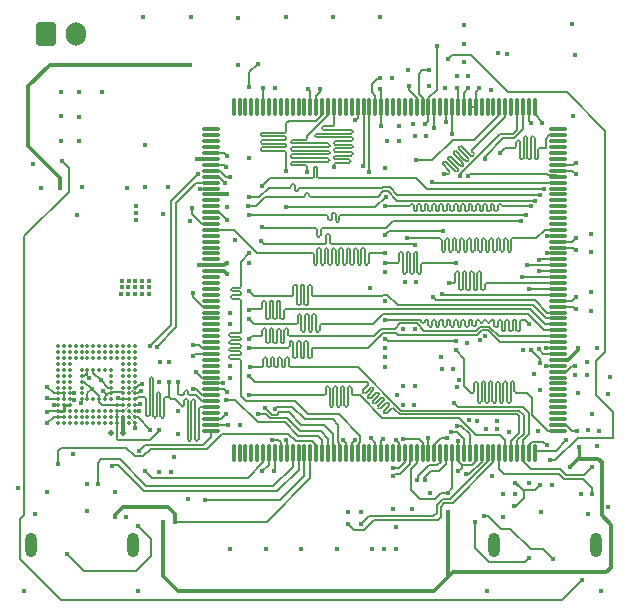
<source format=gbr>
%TF.GenerationSoftware,KiCad,Pcbnew,8.0.1*%
%TF.CreationDate,2024-04-17T21:00:07+02:00*%
%TF.ProjectId,STM32_Dev_Board,53544d33-325f-4446-9576-5f426f617264,rev?*%
%TF.SameCoordinates,Original*%
%TF.FileFunction,Copper,L6,Bot*%
%TF.FilePolarity,Positive*%
%FSLAX46Y46*%
G04 Gerber Fmt 4.6, Leading zero omitted, Abs format (unit mm)*
G04 Created by KiCad (PCBNEW 8.0.1) date 2024-04-17 21:00:07*
%MOMM*%
%LPD*%
G01*
G04 APERTURE LIST*
G04 Aperture macros list*
%AMRoundRect*
0 Rectangle with rounded corners*
0 $1 Rounding radius*
0 $2 $3 $4 $5 $6 $7 $8 $9 X,Y pos of 4 corners*
0 Add a 4 corners polygon primitive as box body*
4,1,4,$2,$3,$4,$5,$6,$7,$8,$9,$2,$3,0*
0 Add four circle primitives for the rounded corners*
1,1,$1+$1,$2,$3*
1,1,$1+$1,$4,$5*
1,1,$1+$1,$6,$7*
1,1,$1+$1,$8,$9*
0 Add four rect primitives between the rounded corners*
20,1,$1+$1,$2,$3,$4,$5,0*
20,1,$1+$1,$4,$5,$6,$7,0*
20,1,$1+$1,$6,$7,$8,$9,0*
20,1,$1+$1,$8,$9,$2,$3,0*%
G04 Aperture macros list end*
%TA.AperFunction,ComponentPad*%
%ADD10RoundRect,0.250000X-0.600000X-0.750000X0.600000X-0.750000X0.600000X0.750000X-0.600000X0.750000X0*%
%TD*%
%TA.AperFunction,ComponentPad*%
%ADD11O,1.700000X2.000000*%
%TD*%
%TA.AperFunction,ComponentPad*%
%ADD12O,1.000000X2.100000*%
%TD*%
%TA.AperFunction,SMDPad,CuDef*%
%ADD13RoundRect,0.075000X-0.075000X0.675000X-0.075000X-0.675000X0.075000X-0.675000X0.075000X0.675000X0*%
%TD*%
%TA.AperFunction,SMDPad,CuDef*%
%ADD14RoundRect,0.075000X-0.675000X0.075000X-0.675000X-0.075000X0.675000X-0.075000X0.675000X0.075000X0*%
%TD*%
%TA.AperFunction,SMDPad,CuDef*%
%ADD15C,0.350000*%
%TD*%
%TA.AperFunction,ViaPad*%
%ADD16C,0.400000*%
%TD*%
%TA.AperFunction,ViaPad*%
%ADD17C,0.450000*%
%TD*%
%TA.AperFunction,ViaPad*%
%ADD18C,0.500000*%
%TD*%
%TA.AperFunction,Conductor*%
%ADD19C,0.200000*%
%TD*%
%TA.AperFunction,Conductor*%
%ADD20C,0.300000*%
%TD*%
%TA.AperFunction,Conductor*%
%ADD21C,0.160000*%
%TD*%
%TA.AperFunction,Conductor*%
%ADD22C,0.250000*%
%TD*%
%TA.AperFunction,Conductor*%
%ADD23C,0.090000*%
%TD*%
G04 APERTURE END LIST*
D10*
%TO.P,J1,1,Pin_1*%
%TO.N,9V_DC_Jack*%
X183400000Y-57200000D03*
D11*
%TO.P,J1,2,Pin_2*%
%TO.N,GND*%
X185900000Y-57200000D03*
%TD*%
D12*
%TO.P,J3,S1,SHIELD*%
%TO.N,GND*%
X182080000Y-100495000D03*
X190720000Y-100495000D03*
%TD*%
%TO.P,J4,S1,SHIELD*%
%TO.N,GND*%
X221280000Y-100495000D03*
X229920000Y-100495000D03*
%TD*%
D13*
%TO.P,U4,1,PE2*%
%TO.N,unconnected-(U4-PE2-Pad1)*%
X199275000Y-63375000D03*
%TO.P,U4,2,PE3*%
%TO.N,unconnected-(U4-PE3-Pad2)*%
X199775000Y-63375000D03*
%TO.P,U4,3,PE4*%
%TO.N,unconnected-(U4-PE4-Pad3)*%
X200275000Y-63375000D03*
%TO.P,U4,4,PE5*%
%TO.N,unconnected-(U4-PE5-Pad4)*%
X200775000Y-63375000D03*
%TO.P,U4,5,PE6*%
%TO.N,unconnected-(U4-PE6-Pad5)*%
X201275000Y-63375000D03*
%TO.P,U4,6,VBAT*%
%TO.N,VDDSDMMC_STM32*%
X201775000Y-63375000D03*
%TO.P,U4,7,PI8*%
%TO.N,unconnected-(U4-PI8-Pad7)*%
X202275000Y-63375000D03*
%TO.P,U4,8,PC13*%
%TO.N,unconnected-(U4-PC13-Pad8)*%
X202775000Y-63375000D03*
%TO.P,U4,9,PC14*%
%TO.N,unconnected-(U4-PC14-Pad9)*%
X203275000Y-63375000D03*
%TO.P,U4,10,PC15*%
%TO.N,unconnected-(U4-PC15-Pad10)*%
X203775000Y-63375000D03*
%TO.P,U4,11,PI9*%
%TO.N,unconnected-(U4-PI9-Pad11)*%
X204275000Y-63375000D03*
%TO.P,U4,12,PI10*%
%TO.N,unconnected-(U4-PI10-Pad12)*%
X204775000Y-63375000D03*
%TO.P,U4,13,PI11*%
%TO.N,unconnected-(U4-PI11-Pad13)*%
X205275000Y-63375000D03*
%TO.P,U4,14,VSS*%
%TO.N,GND*%
X205775000Y-63375000D03*
%TO.P,U4,15,VDD*%
%TO.N,VDDSDMMC_STM32*%
X206275000Y-63375000D03*
%TO.P,U4,16,PF0*%
%TO.N,FMC_A0*%
X206775000Y-63375000D03*
%TO.P,U4,17,PF1*%
%TO.N,FMC_A1*%
X207275000Y-63375000D03*
%TO.P,U4,18,PF2*%
%TO.N,FMC_A2*%
X207775000Y-63375000D03*
%TO.P,U4,19,PI12*%
%TO.N,unconnected-(U4-PI12-Pad19)*%
X208275000Y-63375000D03*
%TO.P,U4,20,PI13*%
%TO.N,unconnected-(U4-PI13-Pad20)*%
X208775000Y-63375000D03*
%TO.P,U4,21,PI14*%
%TO.N,unconnected-(U4-PI14-Pad21)*%
X209275000Y-63375000D03*
%TO.P,U4,22,PF3*%
%TO.N,FMC_A3*%
X209775000Y-63375000D03*
%TO.P,U4,23,PF4*%
%TO.N,FMC_A4*%
X210275000Y-63375000D03*
%TO.P,U4,24,PF5*%
%TO.N,FMC_A5*%
X210775000Y-63375000D03*
%TO.P,U4,25,VSS*%
%TO.N,GND*%
X211275000Y-63375000D03*
%TO.P,U4,26,VDD*%
%TO.N,VDDSDMMC_STM32*%
X211775000Y-63375000D03*
%TO.P,U4,27,PF6*%
%TO.N,unconnected-(U4-PF6-Pad27)*%
X212275000Y-63375000D03*
%TO.P,U4,28,PF7*%
%TO.N,unconnected-(U4-PF7-Pad28)*%
X212775000Y-63375000D03*
%TO.P,U4,29,PF8*%
%TO.N,unconnected-(U4-PF8-Pad29)*%
X213275000Y-63375000D03*
%TO.P,U4,30,PF9*%
%TO.N,unconnected-(U4-PF9-Pad30)*%
X213775000Y-63375000D03*
%TO.P,U4,31,PF10*%
%TO.N,unconnected-(U4-PF10-Pad31)*%
X214275000Y-63375000D03*
%TO.P,U4,32,PH0*%
%TO.N,RCC_OSC_IN*%
X214775000Y-63375000D03*
%TO.P,U4,33,PH1*%
%TO.N,RCC_OSC_OUT*%
X215275000Y-63375000D03*
%TO.P,U4,34,NRST*%
%TO.N,NRST*%
X215775000Y-63375000D03*
%TO.P,U4,35,PC0*%
%TO.N,USB_OTG_HS_ULPI_STP*%
X216275000Y-63375000D03*
%TO.P,U4,36,PC1*%
%TO.N,unconnected-(U4-PC1-Pad36)*%
X216775000Y-63375000D03*
%TO.P,U4,37,PC2*%
%TO.N,USB_OTG_HS_ULPI_DIR*%
X217275000Y-63375000D03*
%TO.P,U4,38,PC3*%
%TO.N,USB_OTG_HS_ULPI_NXT*%
X217775000Y-63375000D03*
%TO.P,U4,39,VDD*%
%TO.N,VDDSDMMC_STM32*%
X218275000Y-63375000D03*
%TO.P,U4,40,VSSA*%
%TO.N,GND*%
X218775000Y-63375000D03*
%TO.P,U4,41,VREF+*%
%TO.N,VDDA_STM32*%
X219275000Y-63375000D03*
%TO.P,U4,42,VDDA*%
X219775000Y-63375000D03*
%TO.P,U4,43,PA0*%
%TO.N,unconnected-(U4-PA0-Pad43)*%
X220275000Y-63375000D03*
%TO.P,U4,44,PA1*%
%TO.N,unconnected-(U4-PA1-Pad44)*%
X220775000Y-63375000D03*
%TO.P,U4,45,PA2*%
%TO.N,unconnected-(U4-PA2-Pad45)*%
X221275000Y-63375000D03*
%TO.P,U4,46,PH2*%
%TO.N,FMC_SDCKE0*%
X221775000Y-63375000D03*
%TO.P,U4,47,PH3*%
%TO.N,FMC_SDNE0*%
X222275000Y-63375000D03*
%TO.P,U4,48,PH4*%
%TO.N,unconnected-(U4-PH4-Pad48)*%
X222775000Y-63375000D03*
%TO.P,U4,49,PH5*%
%TO.N,FMC_SDNWE*%
X223275000Y-63375000D03*
%TO.P,U4,50,PA3*%
%TO.N,USB_OTG_HS_ULPI_D0*%
X223775000Y-63375000D03*
%TO.P,U4,51,VSS*%
%TO.N,GND*%
X224275000Y-63375000D03*
%TO.P,U4,52,VDD*%
%TO.N,VDDSDMMC_STM32*%
X224775000Y-63375000D03*
D14*
%TO.P,U4,53,PA4*%
%TO.N,unconnected-(U4-PA4-Pad53)*%
X226700000Y-65300000D03*
%TO.P,U4,54,PA5*%
%TO.N,USB_OTG_HS_ULPI_CK*%
X226700000Y-65800000D03*
%TO.P,U4,55,PA6*%
%TO.N,unconnected-(U4-PA6-Pad55)*%
X226700000Y-66300000D03*
%TO.P,U4,56,PA7*%
%TO.N,unconnected-(U4-PA7-Pad56)*%
X226700000Y-66800000D03*
%TO.P,U4,57,PC4*%
%TO.N,unconnected-(U4-PC4-Pad57)*%
X226700000Y-67300000D03*
%TO.P,U4,58,PC5*%
%TO.N,unconnected-(U4-PC5-Pad58)*%
X226700000Y-67800000D03*
%TO.P,U4,59,VDD*%
%TO.N,VDDSDMMC_STM32*%
X226700000Y-68300000D03*
%TO.P,U4,60,VSS*%
%TO.N,GND*%
X226700000Y-68800000D03*
%TO.P,U4,61,PB0*%
%TO.N,USB_OTG_HS_ULPI_D1*%
X226700000Y-69300000D03*
%TO.P,U4,62,PB1*%
%TO.N,USB_OTG_HS_ULPI_D2*%
X226700000Y-69800000D03*
%TO.P,U4,63,PB2*%
%TO.N,unconnected-(U4-PB2-Pad63)*%
X226700000Y-70300000D03*
%TO.P,U4,64,PI15*%
%TO.N,unconnected-(U4-PI15-Pad64)*%
X226700000Y-70800000D03*
%TO.P,U4,65,PJ0*%
%TO.N,unconnected-(U4-PJ0-Pad65)*%
X226700000Y-71300000D03*
%TO.P,U4,66,PJ1*%
%TO.N,unconnected-(U4-PJ1-Pad66)*%
X226700000Y-71800000D03*
%TO.P,U4,67,PJ2*%
%TO.N,unconnected-(U4-PJ2-Pad67)*%
X226700000Y-72300000D03*
%TO.P,U4,68,PJ3*%
%TO.N,unconnected-(U4-PJ3-Pad68)*%
X226700000Y-72800000D03*
%TO.P,U4,69,PJ4*%
%TO.N,unconnected-(U4-PJ4-Pad69)*%
X226700000Y-73300000D03*
%TO.P,U4,70,PF11*%
%TO.N,FMC_SDNRAS*%
X226700000Y-73800000D03*
%TO.P,U4,71,PF12*%
%TO.N,FMC_A6*%
X226700000Y-74300000D03*
%TO.P,U4,72,VSS*%
%TO.N,GND*%
X226700000Y-74800000D03*
%TO.P,U4,73,VDD*%
%TO.N,VDDSDMMC_STM32*%
X226700000Y-75300000D03*
%TO.P,U4,74,PF13*%
%TO.N,FMC_A7*%
X226700000Y-75800000D03*
%TO.P,U4,75,PF14*%
%TO.N,FMC_A8*%
X226700000Y-76300000D03*
%TO.P,U4,76,PF15*%
%TO.N,FMC_A9*%
X226700000Y-76800000D03*
%TO.P,U4,77,PG0*%
%TO.N,FMC_A10*%
X226700000Y-77300000D03*
%TO.P,U4,78,PG1*%
%TO.N,FMC_A11*%
X226700000Y-77800000D03*
%TO.P,U4,79,PE7*%
%TO.N,FMC_D4*%
X226700000Y-78300000D03*
%TO.P,U4,80,PE8*%
%TO.N,FMC_D5*%
X226700000Y-78800000D03*
%TO.P,U4,81,PE9*%
%TO.N,FMC_D6*%
X226700000Y-79300000D03*
%TO.P,U4,82,VSS*%
%TO.N,GND*%
X226700000Y-79800000D03*
%TO.P,U4,83,VDD*%
%TO.N,VDDSDMMC_STM32*%
X226700000Y-80300000D03*
%TO.P,U4,84,PE10*%
%TO.N,FMC_D7*%
X226700000Y-80800000D03*
%TO.P,U4,85,PE11*%
%TO.N,FMC_D8*%
X226700000Y-81300000D03*
%TO.P,U4,86,PE12*%
%TO.N,FMC_D9*%
X226700000Y-81800000D03*
%TO.P,U4,87,PE13*%
%TO.N,FMC_D10*%
X226700000Y-82300000D03*
%TO.P,U4,88,PE14*%
%TO.N,FMC_D11*%
X226700000Y-82800000D03*
%TO.P,U4,89,PE15*%
%TO.N,FMC_D12*%
X226700000Y-83300000D03*
%TO.P,U4,90,PB10*%
%TO.N,USB_OTG_HS_ULPI_D3*%
X226700000Y-83800000D03*
%TO.P,U4,91,PB11*%
%TO.N,USB_OTG_HS_ULPI_D4*%
X226700000Y-84300000D03*
%TO.P,U4,92,VCAP_1*%
%TO.N,Net-(U4-VCAP_1)*%
X226700000Y-84800000D03*
%TO.P,U4,93,VSS*%
%TO.N,GND*%
X226700000Y-85300000D03*
%TO.P,U4,94,VDD*%
%TO.N,VDDSDMMC_STM32*%
X226700000Y-85800000D03*
%TO.P,U4,95,PJ5*%
%TO.N,unconnected-(U4-PJ5-Pad95)*%
X226700000Y-86300000D03*
%TO.P,U4,96,PH6*%
%TO.N,unconnected-(U4-PH6-Pad96)*%
X226700000Y-86800000D03*
%TO.P,U4,97,PH7*%
%TO.N,unconnected-(U4-PH7-Pad97)*%
X226700000Y-87300000D03*
%TO.P,U4,98,PH8*%
%TO.N,unconnected-(U4-PH8-Pad98)*%
X226700000Y-87800000D03*
%TO.P,U4,99,PH9*%
%TO.N,unconnected-(U4-PH9-Pad99)*%
X226700000Y-88300000D03*
%TO.P,U4,100,PH10*%
%TO.N,unconnected-(U4-PH10-Pad100)*%
X226700000Y-88800000D03*
%TO.P,U4,101,PH11*%
%TO.N,unconnected-(U4-PH11-Pad101)*%
X226700000Y-89300000D03*
%TO.P,U4,102,PH12*%
%TO.N,unconnected-(U4-PH12-Pad102)*%
X226700000Y-89800000D03*
%TO.P,U4,103,VDD*%
%TO.N,VDDSDMMC_STM32*%
X226700000Y-90300000D03*
%TO.P,U4,104,PB12*%
%TO.N,USB_OTG_HS_ULPI_D5*%
X226700000Y-90800000D03*
D13*
%TO.P,U4,105,PB13*%
%TO.N,USB_OTG_HS_ULPI_D6*%
X224775000Y-92725000D03*
%TO.P,U4,106,PB14*%
%TO.N,USB_OTG_HS_DETECT*%
X224275000Y-92725000D03*
%TO.P,U4,107,PB15*%
%TO.N,Enable GPIO HS*%
X223775000Y-92725000D03*
%TO.P,U4,108,PD8*%
%TO.N,FMC_D13*%
X223275000Y-92725000D03*
%TO.P,U4,109,PD9*%
%TO.N,FMC_D14*%
X222775000Y-92725000D03*
%TO.P,U4,110,PD10*%
%TO.N,FMC_D15*%
X222275000Y-92725000D03*
%TO.P,U4,111,PD11*%
%TO.N,USB_OTG_HS_OverCurrent*%
X221775000Y-92725000D03*
%TO.P,U4,112,PD12*%
%TO.N,I2C_4_SCL*%
X221275000Y-92725000D03*
%TO.P,U4,113,PD13*%
%TO.N,I2C_4_SDA*%
X220775000Y-92725000D03*
%TO.P,U4,114,VSS*%
%TO.N,GND*%
X220275000Y-92725000D03*
%TO.P,U4,115,VDD*%
%TO.N,VDDSDMMC_STM32*%
X219775000Y-92725000D03*
%TO.P,U4,116,PD14*%
%TO.N,FMC_D0*%
X219275000Y-92725000D03*
%TO.P,U4,117,PD15*%
%TO.N,FMC_D1*%
X218775000Y-92725000D03*
%TO.P,U4,118,VDDDSI*%
%TO.N,VDDSDMMC_STM32*%
X218275000Y-92725000D03*
%TO.P,U4,119,VCAPDSI*%
%TO.N,VDD12DSI_STM32*%
X217775000Y-92725000D03*
%TO.P,U4,120,DSIHOST_D0P*%
%TO.N,DSIHOST_D0P*%
X217275000Y-92725000D03*
%TO.P,U4,121,DSIHOST_D0N*%
%TO.N,DSIHOST_D0N*%
X216775000Y-92725000D03*
%TO.P,U4,122,VSSDSI*%
%TO.N,GND*%
X216275000Y-92725000D03*
%TO.P,U4,123,DSIHOST_CKP*%
%TO.N,DSIHOST_CKP*%
X215775000Y-92725000D03*
%TO.P,U4,124,DSIHOST_CKN*%
%TO.N,DSIHOST_CKN*%
X215275000Y-92725000D03*
%TO.P,U4,125,VDD12DSI*%
%TO.N,VDD12DSI_STM32*%
X214775000Y-92725000D03*
%TO.P,U4,126,DSIHOST_D1P*%
%TO.N,DSIHOST_D1P*%
X214275000Y-92725000D03*
%TO.P,U4,127,DSIHOST_D1N*%
%TO.N,DSIHOST_D1N*%
X213775000Y-92725000D03*
%TO.P,U4,128,VSSDSI*%
%TO.N,GND*%
X213275000Y-92725000D03*
%TO.P,U4,129,PG2*%
%TO.N,unconnected-(U4-PG2-Pad129)*%
X212775000Y-92725000D03*
%TO.P,U4,130,PG3*%
%TO.N,unconnected-(U4-PG3-Pad130)*%
X212275000Y-92725000D03*
%TO.P,U4,131,PG4*%
%TO.N,FMC_BA0*%
X211775000Y-92725000D03*
%TO.P,U4,132,PG5*%
%TO.N,FMC_BA1*%
X211275000Y-92725000D03*
%TO.P,U4,133,PG6*%
%TO.N,unconnected-(U4-PG6-Pad133)*%
X210775000Y-92725000D03*
%TO.P,U4,134,PG7*%
%TO.N,unconnected-(U4-PG7-Pad134)*%
X210275000Y-92725000D03*
%TO.P,U4,135,PG8*%
%TO.N,FMC_SDCLK*%
X209775000Y-92725000D03*
%TO.P,U4,136,VSS*%
%TO.N,GND*%
X209275000Y-92725000D03*
%TO.P,U4,137,VDDUSB*%
%TO.N,VDDSDMMC_STM32*%
X208775000Y-92725000D03*
%TO.P,U4,138,PC6*%
%TO.N,SDMMC1_D6*%
X208275000Y-92725000D03*
%TO.P,U4,139,PC7*%
%TO.N,SDMMC1_D7*%
X207775000Y-92725000D03*
%TO.P,U4,140,PC8*%
%TO.N,SDMMC1_D0*%
X207275000Y-92725000D03*
%TO.P,U4,141,PC9*%
%TO.N,SDMMC1_D1*%
X206775000Y-92725000D03*
%TO.P,U4,142,PA8*%
%TO.N,Enable GPIO*%
X206275000Y-92725000D03*
%TO.P,U4,143,PA9*%
%TO.N,USB_OTG_FS_VBUS*%
X205775000Y-92725000D03*
%TO.P,U4,144,PA10*%
%TO.N,USB_OTG_FS_ID*%
X205275000Y-92725000D03*
%TO.P,U4,145,PA11*%
%TO.N,USB_OTG_FS_N*%
X204775000Y-92725000D03*
%TO.P,U4,146,PA12*%
%TO.N,USB_OTG_FS_P*%
X204275000Y-92725000D03*
%TO.P,U4,147,PA13*%
%TO.N,SWDIO*%
X203775000Y-92725000D03*
%TO.P,U4,148,VCAP_2*%
%TO.N,Net-(U4-VCAP_2)*%
X203275000Y-92725000D03*
%TO.P,U4,149,VSS*%
%TO.N,GND*%
X202775000Y-92725000D03*
%TO.P,U4,150,VDD*%
%TO.N,VDDSDMMC_STM32*%
X202275000Y-92725000D03*
%TO.P,U4,151,PH13*%
%TO.N,USB_OTG_FS_DETECT*%
X201775000Y-92725000D03*
%TO.P,U4,152,PH14*%
%TO.N,unconnected-(U4-PH14-Pad152)*%
X201275000Y-92725000D03*
%TO.P,U4,153,PH15*%
%TO.N,unconnected-(U4-PH15-Pad153)*%
X200775000Y-92725000D03*
%TO.P,U4,154,PI0*%
%TO.N,unconnected-(U4-PI0-Pad154)*%
X200275000Y-92725000D03*
%TO.P,U4,155,PI1*%
%TO.N,unconnected-(U4-PI1-Pad155)*%
X199775000Y-92725000D03*
%TO.P,U4,156,PI2*%
%TO.N,unconnected-(U4-PI2-Pad156)*%
X199275000Y-92725000D03*
D14*
%TO.P,U4,157,PI3*%
%TO.N,USB_OTG_FS_OverCurrent*%
X197350000Y-90800000D03*
%TO.P,U4,158,VDD*%
%TO.N,VDDSDMMC_STM32*%
X197350000Y-90300000D03*
%TO.P,U4,159,PA14*%
%TO.N,SWCLK*%
X197350000Y-89800000D03*
%TO.P,U4,160,PA15*%
%TO.N,unconnected-(U4-PA15-Pad160)*%
X197350000Y-89300000D03*
%TO.P,U4,161,PC10*%
%TO.N,SDMMC1_D2*%
X197350000Y-88800000D03*
%TO.P,U4,162,PC11*%
%TO.N,SDMMC1_D3*%
X197350000Y-88300000D03*
%TO.P,U4,163,PC12*%
%TO.N,SDMMC1_CK*%
X197350000Y-87800000D03*
%TO.P,U4,164,PD0*%
%TO.N,FMC_D2*%
X197350000Y-87300000D03*
%TO.P,U4,165,PD1*%
%TO.N,FMC_D3*%
X197350000Y-86800000D03*
%TO.P,U4,166,PD2*%
%TO.N,SDMMC1_CMD*%
X197350000Y-86300000D03*
%TO.P,U4,167,PD3*%
%TO.N,unconnected-(U4-PD3-Pad167)*%
X197350000Y-85800000D03*
%TO.P,U4,168,PD4*%
%TO.N,unconnected-(U4-PD4-Pad168)*%
X197350000Y-85300000D03*
%TO.P,U4,169,PD5*%
%TO.N,unconnected-(U4-PD5-Pad169)*%
X197350000Y-84800000D03*
%TO.P,U4,170,VSS*%
%TO.N,GND*%
X197350000Y-84300000D03*
%TO.P,U4,171,VDDSDMMC*%
%TO.N,VDDSDMMC_STM32*%
X197350000Y-83800000D03*
%TO.P,U4,172,PD6*%
%TO.N,unconnected-(U4-PD6-Pad172)*%
X197350000Y-83300000D03*
%TO.P,U4,173,PD7*%
%TO.N,unconnected-(U4-PD7-Pad173)*%
X197350000Y-82800000D03*
%TO.P,U4,174,PJ12*%
%TO.N,unconnected-(U4-PJ12-Pad174)*%
X197350000Y-82300000D03*
%TO.P,U4,175,PJ13*%
%TO.N,unconnected-(U4-PJ13-Pad175)*%
X197350000Y-81800000D03*
%TO.P,U4,176,PJ14*%
%TO.N,unconnected-(U4-PJ14-Pad176)*%
X197350000Y-81300000D03*
%TO.P,U4,177,PJ15*%
%TO.N,unconnected-(U4-PJ15-Pad177)*%
X197350000Y-80800000D03*
%TO.P,U4,178,PG9*%
%TO.N,STM32_LED*%
X197350000Y-80300000D03*
%TO.P,U4,179,PG10*%
%TO.N,unconnected-(U4-PG10-Pad179)*%
X197350000Y-79800000D03*
%TO.P,U4,180,PG11*%
%TO.N,unconnected-(U4-PG11-Pad180)*%
X197350000Y-79300000D03*
%TO.P,U4,181,PG12*%
%TO.N,unconnected-(U4-PG12-Pad181)*%
X197350000Y-78800000D03*
%TO.P,U4,182,PG13*%
%TO.N,unconnected-(U4-PG13-Pad182)*%
X197350000Y-78300000D03*
%TO.P,U4,183,PG14*%
%TO.N,unconnected-(U4-PG14-Pad183)*%
X197350000Y-77800000D03*
%TO.P,U4,184,VSS*%
%TO.N,GND*%
X197350000Y-77300000D03*
%TO.P,U4,185,VDD*%
%TO.N,VDDSDMMC_STM32*%
X197350000Y-76800000D03*
%TO.P,U4,186,PK3*%
%TO.N,unconnected-(U4-PK3-Pad186)*%
X197350000Y-76300000D03*
%TO.P,U4,187,PK4*%
%TO.N,unconnected-(U4-PK4-Pad187)*%
X197350000Y-75800000D03*
%TO.P,U4,188,PK5*%
%TO.N,unconnected-(U4-PK5-Pad188)*%
X197350000Y-75300000D03*
%TO.P,U4,189,PK6*%
%TO.N,unconnected-(U4-PK6-Pad189)*%
X197350000Y-74800000D03*
%TO.P,U4,190,PK7*%
%TO.N,unconnected-(U4-PK7-Pad190)*%
X197350000Y-74300000D03*
%TO.P,U4,191,PG15*%
%TO.N,FMC_SDNCAS*%
X197350000Y-73800000D03*
%TO.P,U4,192,PB3*%
%TO.N,SWO*%
X197350000Y-73300000D03*
%TO.P,U4,193,PB4*%
%TO.N,unconnected-(U4-PB4-Pad193)*%
X197350000Y-72800000D03*
%TO.P,U4,194,PB5*%
%TO.N,USB_OTG_HS_ULPI_D7*%
X197350000Y-72300000D03*
%TO.P,U4,195,PB6*%
%TO.N,unconnected-(U4-PB6-Pad195)*%
X197350000Y-71800000D03*
%TO.P,U4,196,PB7*%
%TO.N,unconnected-(U4-PB7-Pad196)*%
X197350000Y-71300000D03*
%TO.P,U4,197,BOOT0*%
%TO.N,BOOT0*%
X197350000Y-70800000D03*
%TO.P,U4,198,PB8*%
%TO.N,SDMMC1_D4*%
X197350000Y-70300000D03*
%TO.P,U4,199,PB9*%
%TO.N,SDMMC1_D5*%
X197350000Y-69800000D03*
%TO.P,U4,200,PE0*%
%TO.N,FMC_NBL0*%
X197350000Y-69300000D03*
%TO.P,U4,201,PE1*%
%TO.N,FMC_NBL1*%
X197350000Y-68800000D03*
%TO.P,U4,202,VSS*%
%TO.N,GND*%
X197350000Y-68300000D03*
%TO.P,U4,203,PDR_ON*%
%TO.N,PDR_ON*%
X197350000Y-67800000D03*
%TO.P,U4,204,VDD*%
%TO.N,VDDSDMMC_STM32*%
X197350000Y-67300000D03*
%TO.P,U4,205,PI4*%
%TO.N,unconnected-(U4-PI4-Pad205)*%
X197350000Y-66800000D03*
%TO.P,U4,206,PI5*%
%TO.N,unconnected-(U4-PI5-Pad206)*%
X197350000Y-66300000D03*
%TO.P,U4,207,PI6*%
%TO.N,unconnected-(U4-PI6-Pad207)*%
X197350000Y-65800000D03*
%TO.P,U4,208,PI7*%
%TO.N,unconnected-(U4-PI7-Pad208)*%
X197350000Y-65300000D03*
%TD*%
D15*
%TO.P,U12,A1,NC_1*%
%TO.N,SDMMC1_D3*%
X190900000Y-90150000D03*
%TO.P,U12,A2,NC_1*%
%TO.N,SDMMC1_D4*%
X190900000Y-89650000D03*
%TO.P,U12,A3,DAT0*%
%TO.N,SDMMC1_D0*%
X190900000Y-89150000D03*
%TO.P,U12,A4,DAT1*%
%TO.N,SDMMC1_D1*%
X190900000Y-88650000D03*
%TO.P,U12,A5,DAT2*%
%TO.N,SDMMC1_D2*%
X190900000Y-88150000D03*
%TO.P,U12,A6,VSS*%
%TO.N,GND*%
X190900000Y-87650000D03*
%TO.P,U12,A7,RFU_A7*%
%TO.N,SDMMC1_D7*%
X190900000Y-87150000D03*
%TO.P,U12,A8,NC_1*%
%TO.N,unconnected-(U12A-NC_1-PadA10)_7*%
X190900000Y-86650000D03*
%TO.P,U12,A9,NC_1*%
%TO.N,unconnected-(U12A-NC_1-PadA10)_5*%
X190900000Y-86150000D03*
%TO.P,U12,A10,NC_1*%
%TO.N,unconnected-(U12A-NC_1-PadA10)_4*%
X190900000Y-85650000D03*
%TO.P,U12,A11,NC_1*%
%TO.N,unconnected-(U12A-NC_1-PadA10)_2*%
X190900000Y-85150000D03*
%TO.P,U12,A12,NC_1*%
%TO.N,unconnected-(U12A-NC_1-PadA10)*%
X190900000Y-84650000D03*
%TO.P,U12,A13,NC_1*%
%TO.N,unconnected-(U12A-NC_1-PadA10)_9*%
X190900000Y-84150000D03*
%TO.P,U12,A14,NC_1*%
%TO.N,unconnected-(U12A-NC_1-PadA10)_8*%
X190900000Y-83650000D03*
%TO.P,U12,B1,NC_1*%
%TO.N,unconnected-(U12A-NC_1-PadA10)_0*%
X190400000Y-90150000D03*
%TO.P,U12,B2,DAT3*%
%TO.N,SDMMC1_D3*%
X190400000Y-89650000D03*
%TO.P,U12,B3,DAT4*%
%TO.N,SDMMC1_D4*%
X190400000Y-89150000D03*
%TO.P,U12,B4,DAT5*%
%TO.N,SDMMC1_D5*%
X190400000Y-88650000D03*
%TO.P,U12,B5,DAT6*%
%TO.N,SDMMC1_D6*%
X190400000Y-88150000D03*
%TO.P,U12,B6,DAT7*%
%TO.N,SDMMC1_D7*%
X190400000Y-87650000D03*
%TO.P,U12,B7,NC_1*%
%TO.N,unconnected-(U12A-NC_1-PadA10)_10*%
X190400000Y-87150000D03*
%TO.P,U12,B8,NC_1*%
%TO.N,unconnected-(U12A-NC_1-PadA10)_6*%
X190400000Y-86650000D03*
%TO.P,U12,B9,NC_1*%
%TO.N,unconnected-(U12A-NC_1-PadA10)_1*%
X190400000Y-86150000D03*
%TO.P,U12,B10,NC_1*%
%TO.N,unconnected-(U12A-NC_1-PadA10)_3*%
X190400000Y-85650000D03*
%TO.P,U12,B11,NC_2*%
%TO.N,unconnected-(U12A-NC_2-PadB11)_8*%
X190400000Y-85150000D03*
%TO.P,U12,B12,NC_2*%
%TO.N,unconnected-(U12A-NC_2-PadB11)_9*%
X190400000Y-84650000D03*
%TO.P,U12,B13,NC_2*%
%TO.N,unconnected-(U12A-NC_2-PadB11)_2*%
X190400000Y-84150000D03*
%TO.P,U12,B14,NC_2*%
%TO.N,unconnected-(U12A-NC_2-PadB11)*%
X190400000Y-83650000D03*
%TO.P,U12,C1,NC_2*%
%TO.N,Net-(U12A-VDDI)*%
X189900000Y-90150000D03*
%TO.P,U12,C2,VDDI*%
X189900000Y-89650000D03*
%TO.P,U12,C3,NC_2*%
%TO.N,SDMMC1_D5*%
X189900000Y-89150000D03*
%TO.P,U12,C4,VSSQ*%
%TO.N,GND*%
X189900000Y-88650000D03*
%TO.P,U12,C5,NC_2*%
%TO.N,SDMMC1_D6*%
X189900000Y-88150000D03*
%TO.P,U12,C6,VCCQ*%
%TO.N,VDDSDMMC_STM32*%
X189900000Y-87650000D03*
%TO.P,U12,C7,NC_2*%
%TO.N,unconnected-(U12A-NC_2-PadB11)_3*%
X189900000Y-87150000D03*
%TO.P,U12,C8,NC_2*%
%TO.N,unconnected-(U12A-NC_2-PadB11)_5*%
X189900000Y-86650000D03*
%TO.P,U12,C9,NC_2*%
%TO.N,unconnected-(U12A-NC_2-PadB11)_6*%
X189900000Y-86150000D03*
%TO.P,U12,C10,NC_2*%
%TO.N,unconnected-(U12A-NC_2-PadB11)_4*%
X189900000Y-85650000D03*
%TO.P,U12,C11,NC_2*%
%TO.N,unconnected-(U12A-NC_2-PadB11)_7*%
X189900000Y-85150000D03*
%TO.P,U12,C12,NC_2*%
%TO.N,unconnected-(U12A-NC_2-PadB11)_10*%
X189900000Y-84650000D03*
%TO.P,U12,C13,NC_2*%
%TO.N,unconnected-(U12A-NC_2-PadB11)_1*%
X189900000Y-84150000D03*
%TO.P,U12,C14,NC_2*%
%TO.N,unconnected-(U12A-NC_2-PadB11)_0*%
X189900000Y-83650000D03*
%TO.P,U12,D1,NC_3*%
%TO.N,SDMMC1_D5*%
X189400000Y-90150000D03*
%TO.P,U12,D2,NC_3*%
X189400000Y-89650000D03*
%TO.P,U12,D3,NC_3*%
X189400000Y-89150000D03*
%TO.P,U12,D4,NC_3*%
%TO.N,GND*%
X189400000Y-88650000D03*
%TO.P,U12,D12,NC_3*%
%TO.N,unconnected-(U12A-NC_3-PadD12)_4*%
X189400000Y-84650000D03*
%TO.P,U12,D13,NC_3*%
%TO.N,unconnected-(U12A-NC_3-PadD12)_3*%
X189400000Y-84150000D03*
%TO.P,U12,D14,NC_3*%
%TO.N,unconnected-(U12A-NC_3-PadD12)_1*%
X189400000Y-83650000D03*
%TO.P,U12,E1,NC_3*%
%TO.N,unconnected-(U12A-NC_3-PadD12)*%
X188900000Y-90150000D03*
%TO.P,U12,E2,NC_3*%
%TO.N,unconnected-(U12A-NC_3-PadD12)_2*%
X188900000Y-89650000D03*
%TO.P,U12,E3,NC_3*%
%TO.N,unconnected-(U12A-NC_3-PadD12)_5*%
X188900000Y-89150000D03*
%TO.P,U12,E5,RFU_E5*%
%TO.N,unconnected-(U12B-RFU_E5-PadE5)*%
X188900000Y-88150000D03*
%TO.P,U12,E6,VCC*%
%TO.N,VDDSDMMC_STM32*%
X188900000Y-87650000D03*
%TO.P,U12,E7,VSS*%
%TO.N,GND*%
X188900000Y-87150000D03*
%TO.P,U12,E8,VSF5*%
%TO.N,unconnected-(U12A-VSF5-PadE8)*%
X188900000Y-86650000D03*
%TO.P,U12,E9,VSF1*%
%TO.N,unconnected-(U12A-VSF1-PadE9)*%
X188900000Y-86150000D03*
%TO.P,U12,E10,VSF2*%
%TO.N,unconnected-(U12A-VSF2-PadE10)*%
X188900000Y-85650000D03*
%TO.P,U12,E12,NC_3*%
%TO.N,unconnected-(U12A-NC_3-PadD12)_0*%
X188900000Y-84650000D03*
%TO.P,U12,E13,NC_3*%
%TO.N,unconnected-(U12A-NC_3-PadD12)_6*%
X188900000Y-84150000D03*
%TO.P,U12,E14,NC_4*%
%TO.N,unconnected-(U12A-NC_4-PadE14)_0*%
X188900000Y-83650000D03*
%TO.P,U12,F1,NC_4*%
%TO.N,unconnected-(U12A-NC_4-PadE14)*%
X188400000Y-90150000D03*
%TO.P,U12,F2,NC_4*%
%TO.N,unconnected-(U12A-NC_4-PadE14)_4*%
X188400000Y-89650000D03*
%TO.P,U12,F3,NC_4*%
%TO.N,unconnected-(U12A-NC_4-PadE14)_9*%
X188400000Y-89150000D03*
%TO.P,U12,F5,VCC*%
%TO.N,VDDSDMMC_STM32*%
X188400000Y-88150000D03*
%TO.P,U12,F10,VSF3*%
%TO.N,unconnected-(U12A-VSF3-PadF10)*%
X188400000Y-85650000D03*
%TO.P,U12,F12,NC_4*%
%TO.N,unconnected-(U12A-NC_4-PadE14)_1*%
X188400000Y-84650000D03*
%TO.P,U12,F13,NC_4*%
%TO.N,unconnected-(U12A-NC_4-PadE14)_7*%
X188400000Y-84150000D03*
%TO.P,U12,F14,NC_4*%
%TO.N,unconnected-(U12A-NC_4-PadE14)_8*%
X188400000Y-83650000D03*
%TO.P,U12,G1,NC_4*%
%TO.N,unconnected-(U12A-NC_4-PadE14)_10*%
X187900000Y-90150000D03*
%TO.P,U12,G2,NC_4*%
%TO.N,unconnected-(U12A-NC_4-PadE14)_6*%
X187900000Y-89650000D03*
%TO.P,U12,G3,RFU_G3*%
%TO.N,unconnected-(U12B-RFU_G3-PadG3)*%
X187900000Y-89150000D03*
%TO.P,U12,G5,VSS*%
%TO.N,GND*%
X187900000Y-88150000D03*
%TO.P,U12,G10,VSF6*%
%TO.N,unconnected-(U12A-VSF6-PadG10)*%
X187900000Y-85650000D03*
%TO.P,U12,G12,NC_4*%
%TO.N,unconnected-(U12A-NC_4-PadE14)_5*%
X187900000Y-84650000D03*
%TO.P,U12,G13,NC_4*%
%TO.N,unconnected-(U12A-NC_4-PadE14)_2*%
X187900000Y-84150000D03*
%TO.P,U12,G14,NC_4*%
%TO.N,unconnected-(U12A-NC_4-PadE14)_3*%
X187900000Y-83650000D03*
%TO.P,U12,H1,NC_5*%
%TO.N,unconnected-(U12B-NC_5-PadH1)_2*%
X187400000Y-90150000D03*
%TO.P,U12,H2,NC_5*%
%TO.N,unconnected-(U12B-NC_5-PadH1)_4*%
X187400000Y-89650000D03*
%TO.P,U12,H3,NC_5*%
%TO.N,unconnected-(U12B-NC_5-PadH1)_0*%
X187400000Y-89150000D03*
%TO.P,U12,H5,DS*%
%TO.N,unconnected-(U12A-DS-PadH5)*%
X187400000Y-88150000D03*
%TO.P,U12,H10,VSS*%
%TO.N,GND*%
X187400000Y-85650000D03*
%TO.P,U12,H12,NC_5*%
%TO.N,unconnected-(U12B-NC_5-PadH1)_5*%
X187400000Y-84650000D03*
%TO.P,U12,H13,NC_5*%
%TO.N,unconnected-(U12B-NC_5-PadH1)_8*%
X187400000Y-84150000D03*
%TO.P,U12,H14,NC_5*%
%TO.N,unconnected-(U12B-NC_5-PadH1)*%
X187400000Y-83650000D03*
%TO.P,U12,J1,NC_5*%
%TO.N,unconnected-(U12B-NC_5-PadH1)_11*%
X186900000Y-90150000D03*
%TO.P,U12,J2,NC_5*%
%TO.N,unconnected-(U12B-NC_5-PadH1)_6*%
X186900000Y-89650000D03*
%TO.P,U12,J3,NC_5*%
%TO.N,unconnected-(U12B-NC_5-PadH1)_12*%
X186900000Y-89150000D03*
%TO.P,U12,J5,VSS*%
%TO.N,GND*%
X186900000Y-88150000D03*
%TO.P,U12,J10,VCC*%
%TO.N,VDDSDMMC_STM32*%
X186900000Y-85650000D03*
%TO.P,U12,J12,NC_5*%
%TO.N,unconnected-(U12B-NC_5-PadH1)_3*%
X186900000Y-84650000D03*
%TO.P,U12,J13,NC_5*%
%TO.N,unconnected-(U12B-NC_5-PadH1)_9*%
X186900000Y-84150000D03*
%TO.P,U12,J14,NC_5*%
%TO.N,unconnected-(U12B-NC_5-PadH1)_13*%
X186900000Y-83650000D03*
%TO.P,U12,K1,NC_5*%
%TO.N,unconnected-(U12B-NC_5-PadH1)_7*%
X186400000Y-90150000D03*
%TO.P,U12,K2,NC_5*%
%TO.N,unconnected-(U12B-NC_5-PadH1)_10*%
X186400000Y-89650000D03*
%TO.P,U12,K3,NC_5*%
%TO.N,unconnected-(U12B-NC_5-PadH1)_1*%
X186400000Y-89150000D03*
%TO.P,U12,K5,~{RST}*%
%TO.N,NRST*%
X186400000Y-88150000D03*
%TO.P,U12,K6,RFU_K6*%
%TO.N,unconnected-(U12B-RFU_K6-PadK6)*%
X186400000Y-87650000D03*
%TO.P,U12,K7,RFU_K7*%
%TO.N,unconnected-(U12B-RFU_K7-PadK7)*%
X186400000Y-87150000D03*
%TO.P,U12,K8,VSS*%
%TO.N,GND*%
X186400000Y-86650000D03*
%TO.P,U12,K9,VCC*%
%TO.N,VDDSDMMC_STM32*%
X186400000Y-86150000D03*
%TO.P,U12,K10,VSF4*%
%TO.N,unconnected-(U12A-VSF4-PadK10)*%
X186400000Y-85650000D03*
%TO.P,U12,K12,NC_6*%
%TO.N,unconnected-(U12B-NC_6-PadK12)_2*%
X186400000Y-84650000D03*
%TO.P,U12,K13,NC_6*%
%TO.N,unconnected-(U12B-NC_6-PadK12)_1*%
X186400000Y-84150000D03*
%TO.P,U12,K14,NC_6*%
%TO.N,unconnected-(U12B-NC_6-PadK12)_7*%
X186400000Y-83650000D03*
%TO.P,U12,L1,NC_6*%
%TO.N,unconnected-(U12B-NC_6-PadK12)_6*%
X185900000Y-90150000D03*
%TO.P,U12,L2,NC_6*%
%TO.N,unconnected-(U12B-NC_6-PadK12)*%
X185900000Y-89650000D03*
%TO.P,U12,L3,NC_6*%
%TO.N,unconnected-(U12B-NC_6-PadK12)_9*%
X185900000Y-89150000D03*
%TO.P,U12,L12,NC_6*%
%TO.N,unconnected-(U12B-NC_6-PadK12)_5*%
X185900000Y-84650000D03*
%TO.P,U12,L13,NC_6*%
%TO.N,unconnected-(U12B-NC_6-PadK12)_11*%
X185900000Y-84150000D03*
%TO.P,U12,L14,NC_6*%
%TO.N,unconnected-(U12B-NC_6-PadK12)_0*%
X185900000Y-83650000D03*
%TO.P,U12,M1,NC_6*%
%TO.N,unconnected-(U12B-NC_6-PadK12)_3*%
X185400000Y-90150000D03*
%TO.P,U12,M2,NC_6*%
%TO.N,unconnected-(U12B-NC_6-PadK12)_8*%
X185400000Y-89650000D03*
%TO.P,U12,M3,NC_6*%
%TO.N,unconnected-(U12B-NC_6-PadK12)_10*%
X185400000Y-89150000D03*
%TO.P,U12,M4,VCCQ*%
%TO.N,VDDSDMMC_STM32*%
X185400000Y-88650000D03*
%TO.P,U12,M5,CMD*%
%TO.N,SDMMC1_CMD*%
X185400000Y-88150000D03*
%TO.P,U12,M6,CLK*%
%TO.N,SDMMC1_CK*%
X185400000Y-87650000D03*
%TO.P,U12,M7,NC_6*%
%TO.N,unconnected-(U12B-NC_6-PadK12)_4*%
X185400000Y-87150000D03*
%TO.P,U12,M8,NC_7*%
%TO.N,unconnected-(U12B-NC_7-PadM10)_3*%
X185400000Y-86650000D03*
%TO.P,U12,M9,NC_7*%
%TO.N,unconnected-(U12B-NC_7-PadM10)_8*%
X185400000Y-86150000D03*
%TO.P,U12,M10,NC_7*%
%TO.N,unconnected-(U12B-NC_7-PadM10)_1*%
X185400000Y-85650000D03*
%TO.P,U12,M11,NC_7*%
%TO.N,unconnected-(U12B-NC_7-PadM10)_0*%
X185400000Y-85150000D03*
%TO.P,U12,M12,NC_7*%
%TO.N,unconnected-(U12B-NC_7-PadM10)*%
X185400000Y-84650000D03*
%TO.P,U12,M13,NC_7*%
%TO.N,unconnected-(U12B-NC_7-PadM10)_4*%
X185400000Y-84150000D03*
%TO.P,U12,M14,NC_7*%
%TO.N,unconnected-(U12B-NC_7-PadM10)_9*%
X185400000Y-83650000D03*
%TO.P,U12,N1,NC_7*%
%TO.N,unconnected-(U12B-NC_7-PadM10)_10*%
X184900000Y-90150000D03*
%TO.P,U12,N2,VSSQ*%
%TO.N,GND*%
X184900000Y-89650000D03*
%TO.P,U12,N3,NC_7*%
%TO.N,VDDSDMMC_STM32*%
X184900000Y-89150000D03*
%TO.P,U12,N4,VCCQ*%
X184900000Y-88650000D03*
%TO.P,U12,N5,VSSQ*%
%TO.N,GND*%
X184900000Y-88150000D03*
%TO.P,U12,N6,NC_7*%
X184900000Y-87650000D03*
%TO.P,U12,N7,NC_7*%
%TO.N,unconnected-(U12B-NC_7-PadM10)_6*%
X184900000Y-87150000D03*
%TO.P,U12,N8,NC_7*%
%TO.N,unconnected-(U12B-NC_7-PadM10)_7*%
X184900000Y-86650000D03*
%TO.P,U12,N9,NC_7*%
%TO.N,unconnected-(U12B-NC_7-PadM10)_2*%
X184900000Y-86150000D03*
%TO.P,U12,N10,NC_7*%
%TO.N,unconnected-(U12B-NC_7-PadM10)_5*%
X184900000Y-85650000D03*
%TO.P,U12,N11,NC_8*%
%TO.N,unconnected-(U12B-NC_8-PadN11)_4*%
X184900000Y-85150000D03*
%TO.P,U12,N12,NC_8*%
%TO.N,unconnected-(U12B-NC_8-PadN11)_1*%
X184900000Y-84650000D03*
%TO.P,U12,N13,NC_8*%
%TO.N,unconnected-(U12B-NC_8-PadN11)_3*%
X184900000Y-84150000D03*
%TO.P,U12,N14,NC_8*%
%TO.N,unconnected-(U12B-NC_8-PadN11)_2*%
X184900000Y-83650000D03*
%TO.P,U12,P1,NC_8*%
%TO.N,unconnected-(U12B-NC_8-PadN11)_5*%
X184400000Y-90150000D03*
%TO.P,U12,P2,NC_8*%
%TO.N,GND*%
X184400000Y-89650000D03*
%TO.P,U12,P3,VCCQ*%
%TO.N,VDDSDMMC_STM32*%
X184400000Y-89150000D03*
%TO.P,U12,P4,VSSQ*%
%TO.N,GND*%
X184400000Y-88650000D03*
%TO.P,U12,P5,VCCQ*%
%TO.N,VDDSDMMC_STM32*%
X184400000Y-88150000D03*
%TO.P,U12,P6,VSSQ*%
%TO.N,GND*%
X184400000Y-87650000D03*
%TO.P,U12,P7,RFU_P7*%
%TO.N,unconnected-(U12B-RFU_P7-PadP7)*%
X184400000Y-87150000D03*
%TO.P,U12,P8,NC_8*%
%TO.N,unconnected-(U12B-NC_8-PadN11)_0*%
X184400000Y-86650000D03*
%TO.P,U12,P9,NC_8*%
%TO.N,unconnected-(U12B-NC_8-PadN11)*%
X184400000Y-86150000D03*
%TO.P,U12,P10,RFU_P10*%
%TO.N,unconnected-(U12B-RFU_P10-PadP10)*%
X184400000Y-85650000D03*
%TO.P,U12,P11,NC_8*%
%TO.N,unconnected-(U12B-NC_8-PadN11)_9*%
X184400000Y-85150000D03*
%TO.P,U12,P12,NC_8*%
%TO.N,unconnected-(U12B-NC_8-PadN11)_6*%
X184400000Y-84650000D03*
%TO.P,U12,P13,NC_8*%
%TO.N,unconnected-(U12B-NC_8-PadN11)_8*%
X184400000Y-84150000D03*
%TO.P,U12,P14,NC_8*%
%TO.N,unconnected-(U12B-NC_8-PadN11)_7*%
X184400000Y-83650000D03*
%TD*%
D16*
%TO.N,GND*%
X191775000Y-66575000D03*
X182975000Y-70250000D03*
X182300000Y-68225000D03*
%TO.N,FMC_NBL0*%
X198540000Y-69806586D03*
X199390000Y-74676000D03*
%TO.N,FMC_D7*%
X216154000Y-79502000D03*
%TO.N,FMC_D1*%
X217678000Y-90932000D03*
D17*
%TO.N,FMC_D6*%
X216916000Y-79248000D03*
%TO.N,FMC_A3*%
X209550000Y-64516000D03*
X212090000Y-68580000D03*
%TO.N,FMC_D0*%
X213140000Y-87790000D03*
X218180000Y-90380000D03*
%TO.N,FMC_NBL0*%
X200600000Y-76600000D03*
%TO.N,+5V*%
X228500000Y-92160000D03*
%TO.N,GND*%
X230010000Y-92090000D03*
%TO.N,USB_OTG_HS_ULPI_D4*%
X225100000Y-83920000D03*
%TO.N,GND*%
X208000000Y-100800000D03*
X203700000Y-55800000D03*
D16*
X220650000Y-90700000D03*
D17*
X228250000Y-69100000D03*
X217300000Y-91440000D03*
X193300000Y-72450000D03*
X224450000Y-64750000D03*
X193700000Y-70200000D03*
X199650000Y-55850000D03*
X220750000Y-104400000D03*
X195800000Y-84500000D03*
X214350000Y-97400000D03*
X216950000Y-85550000D03*
X223100000Y-96200000D03*
X231160000Y-86275000D03*
D16*
X184050000Y-88650000D03*
X191400000Y-87450000D03*
X183500000Y-87120000D03*
D17*
X214600000Y-65850000D03*
X229500000Y-74150000D03*
X207700000Y-55800000D03*
X230400000Y-104400000D03*
D16*
X227930000Y-56365000D03*
D17*
X229180000Y-86100000D03*
X205600000Y-61850000D03*
X214700000Y-78200000D03*
X215900000Y-96100000D03*
X184700000Y-64200000D03*
X186200000Y-62150000D03*
X211700000Y-60900000D03*
X229500000Y-79100000D03*
X183450000Y-95985000D03*
X202000000Y-100800000D03*
X222050000Y-98150000D03*
X228250000Y-74500000D03*
X229300000Y-90780000D03*
X181550000Y-104400000D03*
X218200000Y-60800000D03*
X225050000Y-90860000D03*
X195650000Y-55800000D03*
X199000000Y-100800000D03*
X228700000Y-96200000D03*
X229650000Y-89400000D03*
X214050000Y-60300000D03*
X225300000Y-97700000D03*
X230200000Y-90800000D03*
D16*
X200550000Y-67750000D03*
D17*
X199000000Y-86300000D03*
X218950000Y-94500000D03*
X190250000Y-70250000D03*
X214600000Y-82200000D03*
X186050000Y-72500000D03*
X213300000Y-66300000D03*
X189200000Y-96000000D03*
D16*
X198650000Y-68500000D03*
D17*
X229300000Y-97850000D03*
X230950000Y-87700000D03*
X205000000Y-100800000D03*
X190200000Y-98100000D03*
D16*
X213000000Y-91550000D03*
D17*
X211000000Y-100800000D03*
X182500000Y-97850000D03*
X219150000Y-60800000D03*
X230000000Y-83800000D03*
X193950000Y-94300000D03*
X198750000Y-71850000D03*
X186850000Y-97600000D03*
X218800000Y-59600000D03*
X191200000Y-104400000D03*
X191600000Y-55800000D03*
X202750000Y-61800000D03*
X198700000Y-77550000D03*
X186200000Y-64250000D03*
X194250000Y-93000000D03*
X217200000Y-61800000D03*
D16*
X187250000Y-87250000D03*
D17*
X184650000Y-66250000D03*
X214550000Y-88600000D03*
D16*
X225734359Y-85321711D03*
X212100000Y-84600000D03*
D17*
X215800000Y-61600000D03*
X219150000Y-61800000D03*
D16*
X212100000Y-79800000D03*
X221600000Y-90700000D03*
D17*
X218750000Y-58050000D03*
X199000000Y-81800000D03*
D16*
X183500000Y-90180000D03*
D17*
X212700000Y-60900000D03*
X180990000Y-95675000D03*
X184650000Y-62150000D03*
X213300000Y-65000000D03*
D16*
X188050000Y-86550000D03*
D17*
X211700000Y-55800000D03*
X186400000Y-70200000D03*
X202680000Y-94250000D03*
X229200000Y-85000000D03*
D16*
X209530000Y-91600000D03*
D17*
X214600000Y-87000000D03*
D18*
X188900000Y-91000000D03*
D17*
X186150000Y-66250000D03*
X199800000Y-90350000D03*
X228250000Y-79500000D03*
%TO.N,+5V*%
X193000000Y-94300000D03*
X217425000Y-97650000D03*
X227750000Y-93850000D03*
X195620000Y-59810000D03*
X193300000Y-98500000D03*
X221600000Y-89950000D03*
X184550000Y-70250000D03*
%TO.N,+1V8*%
X195600000Y-73050000D03*
X228400000Y-87600000D03*
%TO.N,USB_OTG_FS_VBUS*%
X189250000Y-98100000D03*
X194280000Y-98510000D03*
X188100000Y-62100000D03*
X186850000Y-95350000D03*
%TO.N,VDDSDMMC_STM32*%
X211725000Y-65000000D03*
D16*
X201700000Y-94250000D03*
D17*
X185700000Y-92800000D03*
D16*
X218160110Y-87132456D03*
X193770000Y-85015000D03*
D17*
X213600000Y-87000000D03*
X206550000Y-61850000D03*
X191550000Y-78100000D03*
X189800000Y-78100000D03*
X213600000Y-82200000D03*
X190950000Y-78650000D03*
X198800000Y-90350000D03*
X192150000Y-79200000D03*
X189750000Y-79200000D03*
X192150000Y-78650000D03*
D16*
X218300000Y-94200000D03*
D17*
X191000000Y-73000000D03*
X210100000Y-97700000D03*
X190950000Y-78100000D03*
X221150000Y-94650000D03*
X213750000Y-78200000D03*
D16*
X219050000Y-83360000D03*
D17*
X228320000Y-90800000D03*
X199000000Y-85300000D03*
X190950000Y-79200000D03*
X228220000Y-86100000D03*
D16*
X208570000Y-91600000D03*
D17*
X189800000Y-78650000D03*
D16*
X217880000Y-85550000D03*
D17*
X191800000Y-70200000D03*
X213000000Y-100800000D03*
X201750000Y-61800000D03*
D16*
X187050000Y-86300000D03*
D17*
X199650000Y-59800000D03*
X198700000Y-76600000D03*
D16*
X183500000Y-88050000D03*
D17*
X199000000Y-80800000D03*
X228250000Y-80500000D03*
X218275000Y-91694000D03*
X209000000Y-97700000D03*
D16*
X193010000Y-85015000D03*
D17*
X191000000Y-72400000D03*
X218200000Y-61800000D03*
X190350000Y-78650000D03*
X192150000Y-78100000D03*
X228250000Y-75500000D03*
X229500000Y-80700000D03*
X195800000Y-83570000D03*
X212800000Y-97400000D03*
X190350000Y-79200000D03*
X229500000Y-75700000D03*
X211700000Y-61850000D03*
X231000000Y-97300000D03*
X218800000Y-56450000D03*
D16*
X183500000Y-89200000D03*
D17*
X190400000Y-78100000D03*
X213000000Y-98950000D03*
X214500000Y-64850000D03*
X191000000Y-71750000D03*
D16*
X194600000Y-89115000D03*
D17*
X195380000Y-96610000D03*
X228250000Y-68100000D03*
X191550000Y-79200000D03*
X228200000Y-85300000D03*
X225400000Y-64750000D03*
X212300000Y-66300000D03*
D16*
X198700000Y-67550000D03*
X228175000Y-58970000D03*
D17*
X212000000Y-100800000D03*
X213650000Y-88600000D03*
D16*
X188200000Y-87450000D03*
X196350000Y-76750000D03*
D17*
X191550000Y-78650000D03*
%TO.N,USB_OTG_HS_VBUS*%
X222600000Y-90900000D03*
X223100000Y-95200000D03*
X226050000Y-93300000D03*
X225250000Y-95400000D03*
X223050000Y-97150000D03*
X184750000Y-68000000D03*
X228756396Y-103481396D03*
X217390000Y-59360000D03*
D16*
%TO.N,VDDA_STM32*%
X220080000Y-61800000D03*
%TO.N,VDD12DSI_STM32*%
X217400000Y-96050000D03*
D17*
%TO.N,RCC_OSC_OUT*%
X215800000Y-60300000D03*
D16*
%TO.N,RCC_OSC_IN*%
X214100000Y-61600000D03*
D17*
%TO.N,NRST*%
X225200000Y-87400000D03*
D16*
X216480000Y-58220000D03*
X228030000Y-64200000D03*
X186325000Y-88500000D03*
D17*
X215530000Y-65850000D03*
X215500000Y-64850000D03*
%TO.N,Net-(U4-VCAP_1)*%
X228425000Y-83800000D03*
%TO.N,Net-(U4-VCAP_2)*%
X202550000Y-91550000D03*
%TO.N,USB_OTG_FS_OverCurrent*%
X191250000Y-92500000D03*
%TO.N,USB_OTG_HS_OverCurrent*%
X229650000Y-96200000D03*
D18*
%TO.N,Net-(U12A-VDDI)*%
X189880000Y-91000000D03*
D16*
%TO.N,SWO*%
X221090000Y-61960000D03*
X195730000Y-71920000D03*
D17*
%TO.N,SWDIO*%
X203750000Y-91600000D03*
X221650000Y-58810000D03*
%TO.N,SWCLK*%
X222400000Y-58875000D03*
X198600000Y-89400000D03*
%TO.N,Net-(J3-CC1)*%
X185150000Y-101225000D03*
X191200000Y-98900000D03*
D16*
%TO.N,DSIHOST_CKN*%
X213650000Y-91500000D03*
%TO.N,I2C_4_SDA*%
X210100000Y-98710000D03*
%TO.N,I2C_4_SCL*%
X209000000Y-98700000D03*
%TO.N,DSIHOST_D1P*%
X212800000Y-94625000D03*
%TO.N,DSIHOST_D1N*%
X212800000Y-93975000D03*
%TO.N,DSIHOST_D0N*%
X214825000Y-95000000D03*
%TO.N,DSIHOST_CKP*%
X215750000Y-91450000D03*
%TO.N,DSIHOST_D0P*%
X215475000Y-95000000D03*
%TO.N,PDR_ON*%
X196150000Y-67800000D03*
D17*
%TO.N,BOOT0*%
X198750000Y-70800000D03*
D16*
%TO.N,STM32_LED*%
X201330000Y-59760000D03*
X195860000Y-79180000D03*
X200620000Y-61730000D03*
D17*
%TO.N,Enable GPIO*%
X184400000Y-93635000D03*
%TO.N,USB_OTG_FS_DETECT*%
X191800000Y-94200000D03*
%TO.N,USB_OTG_FS_ID*%
X196850000Y-96700000D03*
%TO.N,Net-(J4-CC2)*%
X226300000Y-101700000D03*
X220450000Y-98000000D03*
%TO.N,USB_OTG_HS_DETECT*%
X222050000Y-96200000D03*
X225780000Y-92030000D03*
D16*
%TO.N,SDMMC1_CMD*%
X185800000Y-88200000D03*
D17*
X196100000Y-85800000D03*
%TO.N,SDMMC1_D3*%
X194600000Y-86685000D03*
D16*
X190920000Y-90570000D03*
%TO.N,SDMMC1_D1*%
X193000000Y-86685000D03*
X191340000Y-88530000D03*
D17*
X198650000Y-88200000D03*
%TO.N,SDMMC1_D2*%
X193800000Y-86700000D03*
%TO.N,SDMMC1_D0*%
X201375000Y-89425000D03*
D16*
X191230000Y-89150000D03*
D17*
%TO.N,SDMMC1_D5*%
X193000000Y-90750000D03*
D16*
X192773631Y-83681180D03*
D17*
%TO.N,SDMMC1_D7*%
X201950000Y-88900000D03*
D16*
X191500000Y-86840000D03*
X194600000Y-91110000D03*
D17*
%TO.N,SDMMC1_D6*%
X202750000Y-88950000D03*
D16*
X189480000Y-88070000D03*
D17*
%TO.N,SDMMC1_D4*%
X196220000Y-69040000D03*
D16*
X192170000Y-83660000D03*
D17*
X192200000Y-90750000D03*
X196430000Y-70300000D03*
D16*
%TO.N,FMC_A1*%
X205470000Y-68930000D03*
%TO.N,FMC_D5*%
X224290000Y-78810000D03*
X224310000Y-81740000D03*
X212100000Y-81400000D03*
D17*
%TO.N,USB_OTG_HS_ULPI_D3*%
X225750000Y-83790000D03*
D16*
X220600000Y-82790000D03*
%TO.N,FMC_A4*%
X210260000Y-68370000D03*
%TO.N,FMC_D11*%
X200600000Y-83000000D03*
%TO.N,FMC_A9*%
X200600000Y-72550000D03*
X224080000Y-76800000D03*
X224060000Y-72560000D03*
D17*
%TO.N,FMC_D3*%
X198400000Y-86800000D03*
X212100000Y-83800000D03*
D16*
%TO.N,FMC_SDNRAS*%
X213970000Y-74510000D03*
%TO.N,USB_OTG_HS_ULPI_STP*%
X216275000Y-65200000D03*
X224700000Y-86030000D03*
X223750000Y-84010000D03*
%TO.N,FMC_SDNWE*%
X218070000Y-76600000D03*
X218475000Y-69275000D03*
X212100000Y-76600000D03*
%TO.N,FMC_BA0*%
X211900000Y-91500000D03*
%TO.N,USB_OTG_HS_ULPI_NXT*%
X217775000Y-65680000D03*
%TO.N,FMC_D9*%
X200600000Y-80610000D03*
%TO.N,FMC_A0*%
X212150000Y-71000000D03*
X203750000Y-68820000D03*
X203730000Y-71870000D03*
%TO.N,FMC_D15*%
X200550000Y-87800000D03*
%TO.N,FMC_A2*%
X207775000Y-68480000D03*
%TO.N,USB_OTG_HS_ULPI_DIR*%
X225190000Y-85060000D03*
X217280000Y-64680000D03*
X224450000Y-83960000D03*
%TO.N,FMC_D12*%
X200600000Y-83800000D03*
%TO.N,FMC_D13*%
X200650000Y-85400000D03*
%TO.N,FMC_D8*%
X200610000Y-78990000D03*
%TO.N,USB_OTG_HS_ULPI_CK*%
X221830000Y-67260000D03*
D17*
%TO.N,USB_OTG_FS_N*%
X189000000Y-93800000D03*
D16*
%TO.N,FMC_SDCKE0*%
X214680000Y-67920000D03*
X201600000Y-74780000D03*
X214620000Y-75110000D03*
%TO.N,FMC_D4*%
X212100000Y-83000000D03*
X217540000Y-78320000D03*
X218080000Y-83250000D03*
%TO.N,FMC_A11*%
X223570000Y-73060000D03*
X201650000Y-73560000D03*
X223710000Y-77800000D03*
%TO.N,FMC_A7*%
X225215951Y-70855938D03*
X225800000Y-75800000D03*
X200600000Y-71000000D03*
%TO.N,USB_OTG_HS_ULPI_D0*%
X220520000Y-67830000D03*
%TO.N,FMC_SDNCAS*%
X212100000Y-75800000D03*
%TO.N,FMC_NBL1*%
X212100000Y-77400000D03*
X198940000Y-69300000D03*
%TO.N,USB_OTG_HS_ULPI_D4*%
X220100000Y-83160000D03*
%TO.N,USB_OTG_HS_ULPI_D2*%
X216050000Y-69760000D03*
%TO.N,FMC_A5*%
X210700000Y-68900000D03*
D17*
%TO.N,FMC_D2*%
X198750000Y-87550000D03*
D16*
X212100000Y-85400000D03*
%TO.N,FMC_D7*%
X210850000Y-78760000D03*
%TO.N,FMC_SDCLK*%
X200600000Y-75800000D03*
%TO.N,USB_OTG_HS_ULPI_D5*%
X218070000Y-83970000D03*
%TO.N,FMC_SDNE0*%
X212100000Y-74200000D03*
X217080000Y-69090000D03*
X217010000Y-73870000D03*
%TO.N,USB_OTG_HS_ULPI_D1*%
X219078978Y-69269655D03*
%TO.N,FMC_D10*%
X200590000Y-81370000D03*
%TO.N,FMC_A8*%
X224824771Y-71316152D03*
X200500000Y-71750000D03*
X225170000Y-76310000D03*
D17*
%TO.N,USB_OTG_HS_ULPI_D6*%
X216800000Y-84550000D03*
X227448676Y-91621324D03*
D16*
%TO.N,FMC_D14*%
X200600000Y-86200000D03*
%TO.N,FMC_BA1*%
X210900000Y-91450000D03*
%TO.N,FMC_A6*%
X225800000Y-74300000D03*
X225530000Y-70340000D03*
X201700000Y-70080000D03*
%TO.N,SDMMC1_CK*%
X195850000Y-87250000D03*
X185800000Y-87595997D03*
D17*
%TO.N,USB_OTG_FS_P*%
X187800000Y-95300000D03*
%TO.N,Enable GPIO HS*%
X217950000Y-88500000D03*
X229650000Y-93850000D03*
D16*
%TO.N,USB_OTG_HS_ULPI_D7*%
X218320000Y-86550000D03*
X198740000Y-72960000D03*
%TO.N,FMC_A10*%
X225170000Y-77300000D03*
X212100000Y-71800000D03*
X224474264Y-71808050D03*
D17*
%TO.N,/USB_OTG_HS/ESD_D-*%
X219850000Y-90000000D03*
X226250000Y-95400000D03*
%TO.N,/USB_OTG_HS/ESD_D+*%
X219224119Y-89937411D03*
X224300000Y-95200000D03*
%TO.N,Net-(J4-CC1)*%
X219700000Y-98550000D03*
X224300000Y-101600000D03*
%TD*%
D19*
%TO.N,USB_OTG_HS_VBUS*%
X185300000Y-70560661D02*
X185300000Y-68550000D01*
X181550000Y-74310661D02*
X185300000Y-70560661D01*
X181550000Y-97900000D02*
X181550000Y-74310661D01*
X181180000Y-98270000D02*
X181550000Y-97900000D01*
X184700000Y-105150000D02*
X181180000Y-101630000D01*
X227087792Y-105150000D02*
X184700000Y-105150000D01*
X228756396Y-103481396D02*
X227087792Y-105150000D01*
X181180000Y-101630000D02*
X181180000Y-98270000D01*
X185300000Y-68550000D02*
X184750000Y-68000000D01*
D20*
%TO.N,+5V*%
X230150000Y-93180000D02*
X228420000Y-93180000D01*
X230430000Y-93460000D02*
X230150000Y-93180000D01*
X231200000Y-98750000D02*
X230430000Y-97980000D01*
X230430000Y-97980000D02*
X230430000Y-93460000D01*
X231200000Y-102400000D02*
X231200000Y-98750000D01*
X217825000Y-102775000D02*
X230825000Y-102775000D01*
X230825000Y-102775000D02*
X231200000Y-102400000D01*
X217450000Y-103150000D02*
X217825000Y-102775000D01*
D19*
%TO.N,Net-(J3-CC1)*%
X192250000Y-99950000D02*
X191200000Y-98900000D01*
X186575000Y-102650000D02*
X191050000Y-102650000D01*
X185150000Y-101225000D02*
X186575000Y-102650000D01*
X191050000Y-102650000D02*
X192250000Y-101450000D01*
X192250000Y-101450000D02*
X192250000Y-99950000D01*
D21*
%TO.N,STM32_LED*%
X200620000Y-60470000D02*
X200620000Y-61730000D01*
X201330000Y-59760000D02*
X200620000Y-60470000D01*
D20*
%TO.N,+5V*%
X181850000Y-61650000D02*
X183690000Y-59810000D01*
X181850000Y-66675000D02*
X181850000Y-61650000D01*
X184550000Y-69375000D02*
X181850000Y-66675000D01*
X184550000Y-70250000D02*
X184550000Y-69375000D01*
X183690000Y-59810000D02*
X195620000Y-59810000D01*
D19*
%TO.N,NRST*%
X186400000Y-88150000D02*
X186400000Y-88425000D01*
X186400000Y-88425000D02*
X186325000Y-88500000D01*
D21*
%TO.N,FMC_A9*%
X207420000Y-72992467D02*
G75*
G02*
X207296033Y-72868467I0J123967D01*
G01*
X208040000Y-73126390D02*
G75*
G02*
X207916010Y-73002390I0J123990D01*
G01*
X208226000Y-73002390D02*
G75*
G02*
X208102000Y-73126400I-124000J-10D01*
G01*
X207296000Y-72674000D02*
G75*
G03*
X207172000Y-72550000I-124000J0D01*
G01*
X207606000Y-72868467D02*
G75*
G02*
X207482000Y-72992500I-124000J-33D01*
G01*
X208350000Y-72550000D02*
G75*
G03*
X208226000Y-72674000I0J-124000D01*
G01*
X207916000Y-72450000D02*
G75*
G03*
X207816000Y-72350000I-100000J0D01*
G01*
X207706000Y-72350000D02*
G75*
G03*
X207606000Y-72450000I0J-100000D01*
G01*
X201740000Y-72550000D02*
X200600000Y-72550000D01*
X207606000Y-72450000D02*
X207606000Y-72550000D01*
X224050000Y-72550000D02*
X208350000Y-72550000D01*
X207816000Y-72350000D02*
X207706000Y-72350000D01*
X207916000Y-72674000D02*
X207916000Y-72450000D01*
X207172000Y-72550000D02*
X207110000Y-72550000D01*
X207296000Y-72868467D02*
X207296000Y-72674000D01*
X207482000Y-72992467D02*
X207420000Y-72992467D01*
X224060000Y-72560000D02*
X224050000Y-72550000D01*
X207916000Y-73002390D02*
X207916000Y-72674000D01*
X208226000Y-72674000D02*
X208226000Y-73002390D01*
X207606000Y-72550000D02*
X207606000Y-72868467D01*
X208102000Y-73126390D02*
X208040000Y-73126390D01*
X207110000Y-72550000D02*
X201740000Y-72550000D01*
%TO.N,FMC_D10*%
X204697289Y-81057550D02*
G75*
G02*
X204821289Y-80933589I124011J-50D01*
G01*
X204573289Y-81780000D02*
G75*
G03*
X204697300Y-81656000I11J124000D01*
G01*
X205627289Y-82302450D02*
G75*
G03*
X205751289Y-82426411I124011J50D01*
G01*
X205193289Y-82426450D02*
G75*
G03*
X205317350Y-82302450I11J124050D01*
G01*
X205007289Y-82302450D02*
G75*
G03*
X205131289Y-82426411I124011J50D01*
G01*
X206557289Y-81904000D02*
G75*
G02*
X206681289Y-81779989I124011J0D01*
G01*
X206433289Y-82426449D02*
G75*
G03*
X206557349Y-82302449I11J124049D01*
G01*
X206247289Y-82302449D02*
G75*
G03*
X206371289Y-82426411I124011J49D01*
G01*
X206123289Y-80933546D02*
G75*
G02*
X206247254Y-81057546I11J-123954D01*
G01*
X205937289Y-81057546D02*
G75*
G02*
X206061289Y-80933489I124011J46D01*
G01*
X205503289Y-80933549D02*
G75*
G02*
X205627251Y-81057549I11J-123951D01*
G01*
X205317289Y-81057549D02*
G75*
G02*
X205441289Y-80933489I124011J49D01*
G01*
X205813289Y-82426450D02*
G75*
G03*
X205937350Y-82302450I11J124050D01*
G01*
X204883289Y-80933550D02*
G75*
G02*
X205007350Y-81057550I11J-124050D01*
G01*
X206371289Y-82426449D02*
X206433289Y-82426449D01*
X206247289Y-81057546D02*
X206247289Y-81780000D01*
X205441289Y-80933549D02*
X205503289Y-80933549D01*
X206681289Y-81780000D02*
X206743289Y-81780000D01*
X200590000Y-81370000D02*
X201000000Y-81780000D01*
X201000000Y-81780000D02*
X204573289Y-81780000D01*
X205751289Y-82426450D02*
X205813289Y-82426450D01*
X211035520Y-81780000D02*
X211899520Y-80916000D01*
X205627289Y-81780000D02*
X205627289Y-82302450D01*
X205007289Y-81656000D02*
X205007289Y-82302450D01*
X205317289Y-82302450D02*
X205317289Y-81780000D01*
X225560000Y-82300000D02*
X226700000Y-82300000D01*
X206743289Y-81780000D02*
X206956843Y-81780000D01*
X206557289Y-82302449D02*
X206557289Y-81904000D01*
X204697289Y-81656000D02*
X204697289Y-81057550D01*
X205317289Y-81780000D02*
X205317289Y-81057549D01*
X205007289Y-81057550D02*
X205007289Y-81656000D01*
X205131289Y-82426450D02*
X205193289Y-82426450D01*
X206247289Y-81780000D02*
X206247289Y-82302449D01*
X206061289Y-80933546D02*
X206123289Y-80933546D01*
X205627289Y-81057549D02*
X205627289Y-81780000D01*
X211899520Y-80916000D02*
X224176000Y-80916000D01*
X205937289Y-81780000D02*
X205937289Y-81057546D01*
X205937289Y-82302450D02*
X205937289Y-81780000D01*
X224176000Y-80916000D02*
X225560000Y-82300000D01*
X204821289Y-80933550D02*
X204883289Y-80933550D01*
X206956843Y-81780000D02*
X211035520Y-81780000D01*
%TO.N,FMC_A10*%
X221027000Y-71725000D02*
G75*
G02*
X221112000Y-71640000I85000J0D01*
G01*
X218772000Y-71640000D02*
G75*
G02*
X218857000Y-71725000I0J-85000D01*
G01*
X221647000Y-71725000D02*
G75*
G02*
X221732000Y-71640000I85000J0D01*
G01*
X218152000Y-71640000D02*
G75*
G02*
X218237000Y-71725000I0J-85000D01*
G01*
X220632000Y-71640000D02*
G75*
G02*
X220717000Y-71725000I0J-85000D01*
G01*
X217927000Y-71725000D02*
G75*
G02*
X218012000Y-71640000I85000J0D01*
G01*
X220407000Y-71725000D02*
G75*
G02*
X220492000Y-71640000I85000J0D01*
G01*
X218237000Y-72106000D02*
G75*
G03*
X218361000Y-72230000I124000J0D01*
G01*
X221957000Y-71725000D02*
G75*
G03*
X222042000Y-71810000I85000J0D01*
G01*
X221252000Y-71640000D02*
G75*
G02*
X221337000Y-71725000I0J-85000D01*
G01*
X217617000Y-72106000D02*
G75*
G03*
X217741000Y-72230000I124000J0D01*
G01*
X219787000Y-71725000D02*
G75*
G02*
X219872000Y-71640000I85000J0D01*
G01*
X221523000Y-72230000D02*
G75*
G03*
X221647000Y-72106000I0J124000D01*
G01*
X219392000Y-71640000D02*
G75*
G02*
X219477000Y-71725000I0J-85000D01*
G01*
X221337000Y-72106000D02*
G75*
G03*
X221461000Y-72230000I124000J0D01*
G01*
X219663000Y-72230000D02*
G75*
G03*
X219787000Y-72106000I0J124000D01*
G01*
X217803000Y-72230000D02*
G75*
G03*
X217927000Y-72106000I0J124000D01*
G01*
X220097000Y-72106000D02*
G75*
G03*
X220221000Y-72230000I124000J0D01*
G01*
X220012000Y-71640000D02*
G75*
G02*
X220097000Y-71725000I0J-85000D01*
G01*
X220903000Y-72230000D02*
G75*
G03*
X221027000Y-72106000I0J124000D01*
G01*
X221872000Y-71640000D02*
G75*
G02*
X221957000Y-71725000I0J-85000D01*
G01*
X216067000Y-71725000D02*
G75*
G02*
X216152000Y-71640000I85000J0D01*
G01*
X215943000Y-72230000D02*
G75*
G03*
X216067000Y-72106000I0J124000D01*
G01*
X216563000Y-72230000D02*
G75*
G03*
X216687000Y-72106000I0J124000D01*
G01*
X216377000Y-72106000D02*
G75*
G03*
X216501000Y-72230000I124000J0D01*
G01*
X220717000Y-72106000D02*
G75*
G03*
X220841000Y-72230000I124000J0D01*
G01*
X219167000Y-71725000D02*
G75*
G02*
X219252000Y-71640000I85000J0D01*
G01*
X218547000Y-71725000D02*
G75*
G02*
X218632000Y-71640000I85000J0D01*
G01*
X216292000Y-71640000D02*
G75*
G02*
X216377000Y-71725000I0J-85000D01*
G01*
X214517000Y-72106000D02*
G75*
G03*
X214641000Y-72230000I124000J0D01*
G01*
X215757000Y-72106000D02*
G75*
G03*
X215881000Y-72230000I124000J0D01*
G01*
X217532000Y-71640000D02*
G75*
G02*
X217617000Y-71725000I0J-85000D01*
G01*
X218423000Y-72230000D02*
G75*
G03*
X218547000Y-72106000I0J124000D01*
G01*
X215052000Y-71640000D02*
G75*
G02*
X215137000Y-71725000I0J-85000D01*
G01*
X215672000Y-71640000D02*
G75*
G02*
X215757000Y-71725000I0J-85000D01*
G01*
X219043000Y-72230000D02*
G75*
G03*
X219167000Y-72106000I0J124000D01*
G01*
X215447000Y-71725000D02*
G75*
G02*
X215532000Y-71640000I85000J0D01*
G01*
X220283000Y-72230000D02*
G75*
G03*
X220407000Y-72106000I0J124000D01*
G01*
X215323000Y-72230000D02*
G75*
G03*
X215447000Y-72106000I0J124000D01*
G01*
X214207000Y-71725000D02*
G75*
G02*
X214292000Y-71640000I85000J0D01*
G01*
X214703000Y-72230000D02*
G75*
G03*
X214827000Y-72106000I0J124000D01*
G01*
X214827000Y-71725000D02*
G75*
G02*
X214912000Y-71640000I85000J0D01*
G01*
X214122000Y-71810000D02*
G75*
G03*
X214207000Y-71725000I0J85000D01*
G01*
X215137000Y-72106000D02*
G75*
G03*
X215261000Y-72230000I124000J0D01*
G01*
X218857000Y-72106000D02*
G75*
G03*
X218981000Y-72230000I124000J0D01*
G01*
X214432000Y-71640000D02*
G75*
G02*
X214517000Y-71725000I0J-85000D01*
G01*
X216687000Y-71725000D02*
G75*
G02*
X216772000Y-71640000I85000J0D01*
G01*
X216912000Y-71640000D02*
G75*
G02*
X216997000Y-71725000I0J-85000D01*
G01*
X216997000Y-72106000D02*
G75*
G03*
X217121000Y-72230000I124000J0D01*
G01*
X219477000Y-72106000D02*
G75*
G03*
X219601000Y-72230000I124000J0D01*
G01*
X221647000Y-71810000D02*
X221647000Y-71725000D01*
X221732000Y-71640000D02*
X221872000Y-71640000D01*
X222504000Y-71810000D02*
X224472314Y-71810000D01*
X222182000Y-71810000D02*
X222504000Y-71810000D01*
X224472314Y-71810000D02*
X224474264Y-71808050D01*
X221337000Y-71810000D02*
X221337000Y-72106000D01*
X220717000Y-71810000D02*
X220717000Y-72106000D01*
X220097000Y-71725000D02*
X220097000Y-71810000D01*
X218857000Y-71725000D02*
X218857000Y-71810000D01*
X217927000Y-71810000D02*
X217927000Y-71725000D01*
X218632000Y-71640000D02*
X218772000Y-71640000D01*
X217307000Y-72106000D02*
X217307000Y-71810000D01*
X216152000Y-71640000D02*
X216292000Y-71640000D01*
X218857000Y-71810000D02*
X218857000Y-72106000D01*
X219787000Y-71810000D02*
X219787000Y-71725000D01*
X221337000Y-71725000D02*
X221337000Y-71810000D01*
X219477000Y-71725000D02*
X219477000Y-71810000D01*
X219252000Y-71640000D02*
X219392000Y-71640000D01*
X215447000Y-72106000D02*
X215447000Y-71810000D01*
X220492000Y-71640000D02*
X220632000Y-71640000D01*
X214517000Y-71810000D02*
X214517000Y-72106000D01*
X220097000Y-71810000D02*
X220097000Y-72106000D01*
X215757000Y-71810000D02*
X215757000Y-72106000D01*
X220221000Y-72230000D02*
X220283000Y-72230000D01*
X216501000Y-72230000D02*
X216563000Y-72230000D01*
X219872000Y-71640000D02*
X220012000Y-71640000D01*
X216377000Y-71725000D02*
X216377000Y-71810000D01*
X218237000Y-71810000D02*
X218237000Y-72106000D01*
X219167000Y-71810000D02*
X219167000Y-71725000D01*
X219787000Y-72106000D02*
X219787000Y-71810000D01*
X217617000Y-71810000D02*
X217617000Y-72106000D01*
X219477000Y-71810000D02*
X219477000Y-72106000D01*
X216687000Y-72106000D02*
X216687000Y-71810000D01*
X216997000Y-71725000D02*
X216997000Y-71810000D01*
X218981000Y-72230000D02*
X219043000Y-72230000D01*
X216687000Y-71810000D02*
X216687000Y-71725000D01*
X218237000Y-71725000D02*
X218237000Y-71810000D01*
X218012000Y-71640000D02*
X218152000Y-71640000D01*
X215261000Y-72230000D02*
X215323000Y-72230000D01*
X218547000Y-72106000D02*
X218547000Y-71810000D01*
X217392000Y-71640000D02*
X217532000Y-71640000D01*
X216772000Y-71640000D02*
X216912000Y-71640000D01*
X214912000Y-71640000D02*
X215052000Y-71640000D01*
X215881000Y-72230000D02*
X215943000Y-72230000D01*
X215137000Y-71810000D02*
X215137000Y-72106000D01*
X214827000Y-72106000D02*
X214827000Y-71810000D01*
X221112000Y-71640000D02*
X221252000Y-71640000D01*
X221027000Y-71810000D02*
X221027000Y-71725000D01*
X212100000Y-71800000D02*
X212110000Y-71810000D01*
X220407000Y-71810000D02*
X220407000Y-71725000D01*
X219167000Y-72106000D02*
X219167000Y-71810000D01*
X218547000Y-71810000D02*
X218547000Y-71725000D01*
X217741000Y-72230000D02*
X217803000Y-72230000D01*
X215532000Y-71640000D02*
X215672000Y-71640000D01*
X216067000Y-72106000D02*
X216067000Y-71810000D01*
X215447000Y-71810000D02*
X215447000Y-71725000D01*
X215757000Y-71725000D02*
X215757000Y-71810000D01*
X218361000Y-72230000D02*
X218423000Y-72230000D01*
X220841000Y-72230000D02*
X220903000Y-72230000D01*
X220407000Y-72106000D02*
X220407000Y-71810000D01*
X217617000Y-71725000D02*
X217617000Y-71810000D01*
X217307000Y-71810000D02*
X217307000Y-71725000D01*
X217121000Y-72230000D02*
X217183000Y-72230000D01*
X217927000Y-72106000D02*
X217927000Y-71810000D01*
X221027000Y-72106000D02*
X221027000Y-71810000D01*
X216997000Y-71810000D02*
X216997000Y-72106000D01*
X221461000Y-72230000D02*
X221523000Y-72230000D01*
X214641000Y-72230000D02*
X214703000Y-72230000D01*
X216067000Y-71810000D02*
X216067000Y-71725000D01*
X212110000Y-71810000D02*
X214122000Y-71810000D01*
X214827000Y-71810000D02*
X214827000Y-71725000D01*
X220717000Y-71725000D02*
X220717000Y-71810000D01*
X215137000Y-71725000D02*
X215137000Y-71810000D01*
X214517000Y-71725000D02*
X214517000Y-71810000D01*
X214292000Y-71640000D02*
X214432000Y-71640000D01*
X222042000Y-71810000D02*
X222182000Y-71810000D01*
X219601000Y-72230000D02*
X219663000Y-72230000D01*
X221647000Y-72106000D02*
X221647000Y-71810000D01*
X216377000Y-71810000D02*
X216377000Y-72106000D01*
X217307000Y-71725000D02*
G75*
G02*
X217392000Y-71640000I85000J0D01*
G01*
X217183000Y-72230000D02*
G75*
G03*
X217307000Y-72106000I0J124000D01*
G01*
%TO.N,FMC_A6*%
X205941156Y-69440000D02*
G75*
G03*
X206065200Y-69316000I44J124000D01*
G01*
X206375156Y-69316000D02*
G75*
G03*
X206499156Y-69440044I124044J0D01*
G01*
X206251156Y-68445848D02*
G75*
G02*
X206375152Y-68569848I44J-123952D01*
G01*
X206065156Y-68569848D02*
G75*
G02*
X206189156Y-68445756I124044J48D01*
G01*
X206499156Y-69440000D02*
X206561156Y-69440000D01*
X214730000Y-69440000D02*
X215630000Y-70340000D01*
X206189156Y-68445848D02*
X206251156Y-68445848D01*
X206561156Y-69440000D02*
X207876563Y-69440000D01*
X207876563Y-69440000D02*
X214730000Y-69440000D01*
X206375156Y-68569848D02*
X206375156Y-69316000D01*
X206065156Y-69316000D02*
X206065156Y-68569848D01*
X215630000Y-70340000D02*
X225530000Y-70340000D01*
X201700000Y-70080000D02*
X202340000Y-69440000D01*
X202340000Y-69440000D02*
X205941156Y-69440000D01*
%TO.N,FMC_D14*%
X211995774Y-88068662D02*
G75*
G02*
X211995733Y-88243980I-87674J-87638D01*
G01*
X211338166Y-87586413D02*
G75*
G02*
X211513526Y-87586413I87680J-87679D01*
G01*
X210704836Y-88044379D02*
G75*
G03*
X210880199Y-88044379I87682J87684D01*
G01*
X211557368Y-87630256D02*
G75*
G02*
X211557332Y-87805580I-87668J-87644D01*
G01*
X211581665Y-88921175D02*
G75*
G03*
X211757028Y-88921175I87682J87684D01*
G01*
X211537825Y-88701972D02*
G75*
G03*
X211537779Y-88877381I87675J-87728D01*
G01*
X211776571Y-88024819D02*
G75*
G02*
X211951934Y-88024819I87682J-87681D01*
G01*
X210899760Y-87148007D02*
G75*
G02*
X211075120Y-87148007I87680J-87679D01*
G01*
X211143252Y-88482776D02*
G75*
G03*
X211318613Y-88482776I87680J87683D01*
G01*
X212653384Y-88901631D02*
G75*
G02*
X212828744Y-88901631I87680J-87679D01*
G01*
X212011576Y-89105033D02*
G75*
G03*
X212011590Y-89280381I87724J-87667D01*
G01*
X212434180Y-88507068D02*
G75*
G02*
X212434133Y-88682380I-87680J-87632D01*
G01*
X211099411Y-88263574D02*
G75*
G03*
X211099367Y-88438981I87689J-87726D01*
G01*
X210680556Y-86753444D02*
G75*
G02*
X210680532Y-86928780I-87656J-87656D01*
G01*
X212214977Y-88463225D02*
G75*
G02*
X212390340Y-88463225I87682J-87681D01*
G01*
X212055416Y-89324235D02*
G75*
G03*
X212230779Y-89324235I87682J87684D01*
G01*
X210266430Y-87605973D02*
G75*
G03*
X210441793Y-87605973I87682J87684D01*
G01*
X211118962Y-87191850D02*
G75*
G02*
X211118932Y-87367180I-87662J-87650D01*
G01*
X210660996Y-87825177D02*
G75*
G03*
X210660954Y-88000581I87704J-87723D01*
G01*
X210222590Y-87386771D02*
G75*
G03*
X210222542Y-87562181I87710J-87729D01*
G01*
X211995775Y-88244023D02*
X211537825Y-88701972D01*
X201060000Y-86660000D02*
X210587114Y-86660000D01*
X211318614Y-88482777D02*
X211776571Y-88024819D01*
X200600000Y-86200000D02*
X201060000Y-86660000D01*
X211099411Y-88438937D02*
X211143251Y-88482777D01*
X211118963Y-87367211D02*
X210660996Y-87825177D01*
X211075121Y-87148006D02*
X211118963Y-87191849D01*
X212434181Y-88682429D02*
X212011576Y-89105033D01*
X210222590Y-87562133D02*
X210266430Y-87605973D01*
X210587114Y-86660000D02*
X210680557Y-86753443D01*
X212828745Y-88901630D02*
X212872587Y-88945473D01*
X211557369Y-87805617D02*
X211099411Y-88263574D01*
X210441793Y-87605973D02*
X210899759Y-87148006D01*
X210880199Y-88044379D02*
X211338165Y-87586412D01*
X210660996Y-88000539D02*
X210704836Y-88044379D01*
X211757028Y-88921175D02*
X212214977Y-88463225D01*
X211513527Y-87586412D02*
X211557369Y-87630255D01*
X211537825Y-88877335D02*
X211581665Y-88921175D01*
X223450000Y-89600000D02*
X223450000Y-91000000D01*
X222775000Y-91675000D02*
X222775000Y-92725000D01*
X212011576Y-89280395D02*
X212055416Y-89324235D01*
X223270000Y-89420000D02*
X223450000Y-89600000D01*
X212872587Y-88945473D02*
X212965801Y-89038687D01*
X213347114Y-89420000D02*
X223270000Y-89420000D01*
X210680557Y-86928805D02*
X210222590Y-87386771D01*
X212965801Y-89038687D02*
X213347114Y-89420000D01*
X212230779Y-89324235D02*
X212653383Y-88901630D01*
X211951934Y-88024819D02*
X211995775Y-88068661D01*
X223450000Y-91000000D02*
X222775000Y-91675000D01*
X212390340Y-88463225D02*
X212434181Y-88507067D01*
%TO.N,FMC_A8*%
X205356000Y-70810140D02*
G75*
G02*
X205480000Y-70686100I124000J40D01*
G01*
X205232000Y-71000000D02*
G75*
G03*
X205356000Y-70876000I0J124000D01*
G01*
X205542000Y-70686140D02*
G75*
G02*
X205665960Y-70810140I0J-123960D01*
G01*
X205666000Y-70876000D02*
G75*
G03*
X205790000Y-71000000I124000J0D01*
G01*
X200500000Y-71750000D02*
X201152886Y-71750000D01*
X211465520Y-71000000D02*
X211949520Y-70516000D01*
X211949520Y-70516000D02*
X212350480Y-70516000D01*
X205480000Y-70686140D02*
X205542000Y-70686140D01*
X205666000Y-70810140D02*
X205666000Y-70876000D01*
X212350480Y-70516000D02*
X213150632Y-71316152D01*
X213150632Y-71316152D02*
X224824771Y-71316152D01*
X205356000Y-70876000D02*
X205356000Y-70810140D01*
X205852000Y-71000000D02*
X209133463Y-71000000D01*
X205790000Y-71000000D02*
X205852000Y-71000000D01*
X201902886Y-71000000D02*
X205232000Y-71000000D01*
X209133463Y-71000000D02*
X211465520Y-71000000D01*
X201152886Y-71750000D02*
X201902886Y-71000000D01*
%TO.N,FMC_SDNE0*%
X218272247Y-68630073D02*
X218077085Y-68434911D01*
X217676867Y-67596284D02*
X218296293Y-68215710D01*
X218666815Y-68410869D02*
X218710655Y-68367028D01*
X218334479Y-66763308D02*
X218378319Y-66719469D01*
X217896071Y-67201716D02*
X217939911Y-67157877D01*
X218296293Y-68215710D02*
X218491453Y-68410869D01*
X217770205Y-68566437D02*
X218053045Y-68849277D01*
X219105223Y-67972461D02*
X219149063Y-67928620D01*
X218953901Y-67558095D02*
X218334478Y-66938672D01*
X217019256Y-68078532D02*
X217063098Y-68034691D01*
X217457663Y-67640124D02*
X217501503Y-67596285D01*
X218077085Y-68434911D02*
X217457662Y-67815488D01*
X217080000Y-69090000D02*
X217422000Y-69090000D01*
X218553683Y-66719468D02*
X219173109Y-67338894D01*
X218228407Y-68849277D02*
X218272247Y-68805436D01*
X219523832Y-66988167D02*
X219630174Y-66881826D01*
X217551000Y-68785638D02*
X217019256Y-68253894D01*
X217238460Y-68034692D02*
X217770205Y-68566437D01*
X217422000Y-69090000D02*
X217551000Y-68961000D01*
X218710655Y-68191665D02*
X218515493Y-67996503D01*
X219173109Y-67338894D02*
X219368269Y-67534053D01*
X219630174Y-66881826D02*
X222275000Y-64237000D01*
X218734701Y-67777302D02*
X218929861Y-67972461D01*
X219543631Y-67534053D02*
X219587471Y-67490212D01*
X219149063Y-67753257D02*
X218953901Y-67558095D01*
X218115275Y-67157876D02*
X218734701Y-67777302D01*
X218515493Y-67996503D02*
X217896070Y-67377080D01*
X222275000Y-64237000D02*
X222275000Y-63375000D01*
X219479990Y-67032006D02*
X219523832Y-66988167D01*
X219587471Y-67314849D02*
X219479990Y-67207368D01*
X219479991Y-67207367D02*
G75*
G02*
X219480004Y-67032020I87709J87667D01*
G01*
X217501503Y-67596285D02*
G75*
G02*
X217676881Y-67596270I87697J-87715D01*
G01*
X217896070Y-67377080D02*
G75*
G02*
X217896073Y-67201718I87730J87680D01*
G01*
X219149063Y-67928620D02*
G75*
G03*
X219149101Y-67753219I-87663J87720D01*
G01*
X218053046Y-68849276D02*
G75*
G03*
X218228406Y-68849276I87680J87679D01*
G01*
X217551000Y-68961000D02*
G75*
G03*
X217551019Y-68785619I-87700J87700D01*
G01*
X217457662Y-67815488D02*
G75*
G02*
X217457657Y-67640118I87638J87688D01*
G01*
X217019256Y-68253894D02*
G75*
G02*
X217019243Y-68078519I87644J87694D01*
G01*
X218272246Y-68805435D02*
G75*
G03*
X218272201Y-68630119I-87646J87635D01*
G01*
X217063098Y-68034691D02*
G75*
G02*
X217238481Y-68034671I87702J-87709D01*
G01*
X218710655Y-68367028D02*
G75*
G03*
X218710701Y-68191619I-87655J87728D01*
G01*
X219587471Y-67490212D02*
G75*
G03*
X219587501Y-67314819I-87671J87712D01*
G01*
X219368270Y-67534052D02*
G75*
G03*
X219543630Y-67534052I87680J87679D01*
G01*
X218378319Y-66719469D02*
G75*
G02*
X218553681Y-66719470I87681J-87631D01*
G01*
X218334478Y-66938672D02*
G75*
G02*
X218334489Y-66763318I87722J87672D01*
G01*
X218491454Y-68410868D02*
G75*
G03*
X218666814Y-68410868I87680J87679D01*
G01*
X218929862Y-67972460D02*
G75*
G03*
X219105222Y-67972460I87680J87679D01*
G01*
X217939911Y-67157877D02*
G75*
G02*
X218115281Y-67157870I87689J-87723D01*
G01*
%TO.N,FMC_SDCKE0*%
X207320000Y-74119044D02*
G75*
G02*
X207443956Y-74243044I0J-123956D01*
G01*
X207134000Y-74243044D02*
G75*
G02*
X207258000Y-74119000I124000J44D01*
G01*
X207444000Y-74876000D02*
G75*
G03*
X207568000Y-75000000I124000J0D01*
G01*
X207010000Y-75000000D02*
G75*
G03*
X207134000Y-74876000I0J124000D01*
G01*
X201820000Y-75000000D02*
X207010000Y-75000000D01*
X208280000Y-75000000D02*
X214510000Y-75000000D01*
X207630000Y-75000000D02*
X208280000Y-75000000D01*
X214510000Y-75000000D02*
X214620000Y-75110000D01*
X207258000Y-74119044D02*
X207320000Y-74119044D01*
X207568000Y-75000000D02*
X207630000Y-75000000D01*
X207444000Y-74243044D02*
X207444000Y-74876000D01*
X207134000Y-74876000D02*
X207134000Y-74243044D01*
X201600000Y-74780000D02*
X201820000Y-75000000D01*
X221775000Y-64058414D02*
X221775000Y-63375000D01*
X217808000Y-66164000D02*
X219669414Y-66164000D01*
X216052000Y-67920000D02*
X217808000Y-66164000D01*
X214680000Y-67920000D02*
X216052000Y-67920000D01*
X219669414Y-66164000D02*
X221775000Y-64058414D01*
%TO.N,FMC_SDCLK*%
X199073000Y-78826000D02*
G75*
G02*
X199197000Y-78702000I124000J0D01*
G01*
X199900000Y-79136000D02*
G75*
G03*
X199776000Y-79012000I-124000J0D01*
G01*
X199776000Y-78702000D02*
G75*
G03*
X199900000Y-78578000I0J124000D01*
G01*
X199900000Y-79756000D02*
G75*
G03*
X199776000Y-79632000I-124000J0D01*
G01*
X199073000Y-79446000D02*
G75*
G02*
X199197000Y-79322000I124000J0D01*
G01*
X199197000Y-79632000D02*
G75*
G02*
X199073000Y-79508000I0J124000D01*
G01*
X199197000Y-79012000D02*
G75*
G02*
X199073000Y-78888000I0J124000D01*
G01*
X199776000Y-79322000D02*
G75*
G03*
X199900000Y-79198000I0J124000D01*
G01*
X199073000Y-79508000D02*
X199073000Y-79446000D01*
X199900000Y-76500000D02*
X200600000Y-75800000D01*
X199900000Y-82296000D02*
X199900000Y-79756000D01*
X199073000Y-78888000D02*
X199073000Y-78826000D01*
X199197000Y-78702000D02*
X199776000Y-78702000D01*
X199900000Y-78516000D02*
X199900000Y-77949002D01*
X199900000Y-77949002D02*
X199900000Y-76500000D01*
X199900000Y-78578000D02*
X199900000Y-78516000D01*
X199900000Y-79198000D02*
X199900000Y-79136000D01*
X199197000Y-79322000D02*
X199776000Y-79322000D01*
X199776000Y-79632000D02*
X199197000Y-79632000D01*
X199776000Y-79012000D02*
X199197000Y-79012000D01*
X199776000Y-84402000D02*
G75*
G03*
X199900000Y-84278000I0J124000D01*
G01*
X199024000Y-82852000D02*
G75*
G02*
X198900000Y-82728000I0J124000D01*
G01*
X198900000Y-83286000D02*
G75*
G02*
X199024000Y-83162000I124000J0D01*
G01*
X198900000Y-82666000D02*
G75*
G02*
X199024000Y-82542000I124000J0D01*
G01*
X199776000Y-83162000D02*
G75*
G03*
X199900000Y-83038000I0J124000D01*
G01*
X199024000Y-83472000D02*
G75*
G02*
X198900000Y-83348000I0J124000D01*
G01*
X199900000Y-83596000D02*
G75*
G03*
X199776000Y-83472000I-124000J0D01*
G01*
X198900000Y-83906000D02*
G75*
G02*
X199024000Y-83782000I124000J0D01*
G01*
X199900000Y-84836000D02*
G75*
G03*
X199776000Y-84712000I-124000J0D01*
G01*
X199024000Y-84712000D02*
G75*
G02*
X198900000Y-84588000I0J124000D01*
G01*
X199900000Y-82976000D02*
G75*
G03*
X199776000Y-82852000I-124000J0D01*
G01*
X199776000Y-83782000D02*
G75*
G03*
X199900000Y-83658000I0J124000D01*
G01*
X198900000Y-84526000D02*
G75*
G02*
X199024000Y-84402000I124000J0D01*
G01*
X199024000Y-84092000D02*
G75*
G02*
X198900000Y-83968000I0J124000D01*
G01*
X199900000Y-84216000D02*
G75*
G03*
X199776000Y-84092000I-124000J0D01*
G01*
X199776000Y-82542000D02*
G75*
G03*
X199900000Y-82418000I0J124000D01*
G01*
X199024000Y-83162000D02*
X199776000Y-83162000D01*
X199900000Y-82356000D02*
X199900000Y-82296000D01*
X199900000Y-82418000D02*
X199900000Y-82356000D01*
X199776000Y-84092000D02*
X199024000Y-84092000D01*
X199776000Y-82852000D02*
X199024000Y-82852000D01*
X198900000Y-84588000D02*
X198900000Y-84526000D01*
X210014000Y-91214000D02*
X208200000Y-89400000D01*
X199900000Y-87834480D02*
X199900000Y-84836000D01*
X209775000Y-92039480D02*
X210014000Y-91800480D01*
X198900000Y-83348000D02*
X198900000Y-83286000D01*
X199900000Y-83038000D02*
X199900000Y-82976000D01*
X200349520Y-88284000D02*
X199900000Y-87834480D01*
X199900000Y-83658000D02*
X199900000Y-83596000D01*
X208200000Y-89400000D02*
X205600000Y-89400000D01*
X199776000Y-84712000D02*
X199024000Y-84712000D01*
X198900000Y-83968000D02*
X198900000Y-83906000D01*
X210014000Y-91800480D02*
X210014000Y-91214000D01*
X199024000Y-82542000D02*
X199776000Y-82542000D01*
X198900000Y-82728000D02*
X198900000Y-82666000D01*
X205600000Y-89400000D02*
X204484000Y-88284000D01*
X199900000Y-84278000D02*
X199900000Y-84216000D01*
X199024000Y-83782000D02*
X199776000Y-83782000D01*
X199024000Y-84402000D02*
X199776000Y-84402000D01*
X199776000Y-83472000D02*
X199024000Y-83472000D01*
X209775000Y-92725000D02*
X209775000Y-92039480D01*
X204484000Y-88284000D02*
X200349520Y-88284000D01*
%TO.N,FMC_D7*%
X224766000Y-79732000D02*
X216384000Y-79732000D01*
X225834000Y-80800000D02*
X224766000Y-79732000D01*
X226700000Y-80800000D02*
X225834000Y-80800000D01*
X216384000Y-79732000D02*
X216154000Y-79502000D01*
%TO.N,FMC_D1*%
X218197480Y-90932000D02*
X217678000Y-90932000D01*
X218775000Y-91509520D02*
X218197480Y-90932000D01*
X218775000Y-92725000D02*
X218775000Y-91509520D01*
D19*
%TO.N,GND*%
X216275000Y-91975001D02*
X216275000Y-92725000D01*
X217300000Y-91440000D02*
X216810001Y-91440000D01*
X216810001Y-91440000D02*
X216275000Y-91975001D01*
%TO.N,VDDSDMMC_STM32*%
X218275000Y-91694000D02*
X218275000Y-92725000D01*
D21*
%TO.N,FMC_D0*%
X218200000Y-90400000D02*
X218180000Y-90380000D01*
X219275000Y-92725000D02*
X219275000Y-91111178D01*
X219275000Y-91111178D02*
X218563822Y-90400000D01*
X218563822Y-90400000D02*
X218200000Y-90400000D01*
%TO.N,FMC_D1*%
X218775000Y-92725000D02*
X218784000Y-92716000D01*
%TO.N,FMC_SDNCAS*%
X206046000Y-75874000D02*
G75*
G03*
X205922000Y-75750000I-124000J0D01*
G01*
X206170000Y-76749339D02*
G75*
G02*
X206045961Y-76625339I0J124039D01*
G01*
X206356000Y-76625339D02*
G75*
G02*
X206232000Y-76749300I-124000J39D01*
G01*
X206480000Y-75350685D02*
G75*
G03*
X206355985Y-75474685I0J-124015D01*
G01*
X207410000Y-76749339D02*
G75*
G02*
X207285961Y-76625339I0J124039D01*
G01*
X207100000Y-75350685D02*
G75*
G03*
X206975985Y-75474685I0J-124015D01*
G01*
X206666000Y-75474685D02*
G75*
G03*
X206542000Y-75350700I-124000J-15D01*
G01*
X207286000Y-75474685D02*
G75*
G03*
X207162000Y-75350700I-124000J-15D01*
G01*
X207596000Y-76625339D02*
G75*
G02*
X207472000Y-76749300I-124000J39D01*
G01*
X208836000Y-76625315D02*
G75*
G02*
X208712000Y-76749300I-124000J15D01*
G01*
X206976000Y-76625339D02*
G75*
G02*
X206852000Y-76749300I-124000J39D01*
G01*
X210510000Y-76749339D02*
G75*
G02*
X210385961Y-76625339I0J124039D01*
G01*
X208030000Y-76749315D02*
G75*
G02*
X207905985Y-76625315I0J124015D01*
G01*
X209456000Y-76625315D02*
G75*
G02*
X209332000Y-76749300I-124000J15D01*
G01*
X210200000Y-75350661D02*
G75*
G03*
X210075961Y-75474661I0J-124039D01*
G01*
X208960000Y-75350661D02*
G75*
G03*
X208835961Y-75474661I0J-124039D01*
G01*
X209146000Y-75474661D02*
G75*
G03*
X209022000Y-75350700I-124000J-39D01*
G01*
X209580000Y-75350661D02*
G75*
G03*
X209455961Y-75474661I0J-124039D01*
G01*
X210076000Y-76625315D02*
G75*
G02*
X209952000Y-76749300I-124000J15D01*
G01*
X209766000Y-75474661D02*
G75*
G03*
X209642000Y-75350700I-124000J-39D01*
G01*
X210820000Y-75750000D02*
G75*
G03*
X210696000Y-75874000I0J-124000D01*
G01*
X209270000Y-76749315D02*
G75*
G02*
X209145985Y-76625315I0J124015D01*
G01*
X207720000Y-75350661D02*
G75*
G03*
X207595961Y-75474661I0J-124039D01*
G01*
X207906000Y-75474661D02*
G75*
G03*
X207782000Y-75350700I-124000J-39D01*
G01*
X208216000Y-76625315D02*
G75*
G02*
X208092000Y-76749300I-124000J15D01*
G01*
X210386000Y-75474661D02*
G75*
G03*
X210262000Y-75350700I-124000J-39D01*
G01*
X210696000Y-76625339D02*
G75*
G02*
X210572000Y-76749300I-124000J39D01*
G01*
X208340000Y-75350661D02*
G75*
G03*
X208215961Y-75474661I0J-124039D01*
G01*
X209890000Y-76749315D02*
G75*
G02*
X209765985Y-76625315I0J124015D01*
G01*
X206790000Y-76749339D02*
G75*
G02*
X206665961Y-76625339I0J124039D01*
G01*
X208526000Y-75474661D02*
G75*
G03*
X208402000Y-75350700I-124000J-39D01*
G01*
X208650000Y-76749315D02*
G75*
G02*
X208525985Y-76625315I0J124015D01*
G01*
X199284480Y-73800000D02*
X197350000Y-73800000D01*
X206356000Y-75474685D02*
X206356000Y-75750000D01*
X206666000Y-76625339D02*
X206666000Y-75750000D01*
X206666000Y-75750000D02*
X206666000Y-75474685D01*
X206356000Y-75750000D02*
X206356000Y-76625339D01*
X206542000Y-75350685D02*
X206480000Y-75350685D01*
X205860000Y-75750000D02*
X205168421Y-75750000D01*
X205168421Y-75750000D02*
X201234480Y-75750000D01*
X206232000Y-76749339D02*
X206170000Y-76749339D01*
X206046000Y-76625339D02*
X206046000Y-75874000D01*
X205922000Y-75750000D02*
X205860000Y-75750000D01*
X201234480Y-75750000D02*
X199284480Y-73800000D01*
X208836000Y-75750000D02*
X208836000Y-76625315D01*
X208092000Y-76749315D02*
X208030000Y-76749315D01*
X209022000Y-75350661D02*
X208960000Y-75350661D01*
X209146000Y-75750000D02*
X209146000Y-75474661D01*
X208712000Y-76749315D02*
X208650000Y-76749315D01*
X210386000Y-75874000D02*
X210386000Y-75474661D01*
X207906000Y-76625315D02*
X207906000Y-75750000D01*
X209952000Y-76749315D02*
X209890000Y-76749315D01*
X207596000Y-75474661D02*
X207596000Y-75750000D01*
X206976000Y-75750000D02*
X206976000Y-76625339D01*
X210262000Y-75350661D02*
X210200000Y-75350661D01*
X207162000Y-75350685D02*
X207100000Y-75350685D01*
X207286000Y-75750000D02*
X207286000Y-75474685D01*
X207596000Y-75750000D02*
X207596000Y-76625339D01*
X208402000Y-75350661D02*
X208340000Y-75350661D01*
X209146000Y-76625315D02*
X209146000Y-75750000D01*
X209456000Y-75474661D02*
X209456000Y-75750000D01*
X207782000Y-75350661D02*
X207720000Y-75350661D01*
X208836000Y-75474661D02*
X208836000Y-75750000D01*
X210386000Y-76625339D02*
X210386000Y-75874000D01*
X208216000Y-75474661D02*
X208216000Y-75750000D01*
X209766000Y-75750000D02*
X209766000Y-75474661D01*
X210076000Y-75474661D02*
X210076000Y-75750000D01*
X206852000Y-76749339D02*
X206790000Y-76749339D01*
X206976000Y-75474685D02*
X206976000Y-75750000D01*
X209766000Y-76625315D02*
X209766000Y-75750000D01*
X209642000Y-75350661D02*
X209580000Y-75350661D01*
X210696000Y-75874000D02*
X210696000Y-76625339D01*
X207286000Y-76625339D02*
X207286000Y-75750000D01*
X207472000Y-76749339D02*
X207410000Y-76749339D01*
X210076000Y-75750000D02*
X210076000Y-76625315D01*
X210572000Y-76749339D02*
X210510000Y-76749339D01*
X208216000Y-75750000D02*
X208216000Y-76625315D01*
X212100000Y-75800000D02*
X212050000Y-75750000D01*
X212050000Y-75750000D02*
X210820000Y-75750000D01*
X208526000Y-76625315D02*
X208526000Y-75750000D01*
X207906000Y-75750000D02*
X207906000Y-75474661D01*
X209332000Y-76749315D02*
X209270000Y-76749315D01*
X209456000Y-75750000D02*
X209456000Y-76625315D01*
X208526000Y-75750000D02*
X208526000Y-75474661D01*
%TO.N,FMC_D6*%
X216968000Y-79300000D02*
X226700000Y-79300000D01*
X216916000Y-79248000D02*
X216968000Y-79300000D01*
%TO.N,FMC_A7*%
X204629671Y-70536505D02*
G75*
G03*
X204753705Y-70412505I29J124005D01*
G01*
X204443671Y-70412505D02*
G75*
G03*
X204567671Y-70536529I124029J5D01*
G01*
X204753671Y-70354000D02*
G75*
G02*
X204877671Y-70229971I124029J0D01*
G01*
X204319671Y-69923495D02*
G75*
G02*
X204443705Y-70047495I29J-124005D01*
G01*
X204133671Y-70047495D02*
G75*
G02*
X204257671Y-69923471I124029J-5D01*
G01*
X204009671Y-70230000D02*
G75*
G03*
X204133700Y-70106000I29J124000D01*
G01*
X204443671Y-70047495D02*
X204443671Y-70106000D01*
X204133671Y-70106000D02*
X204133671Y-70047495D01*
X204257671Y-69923495D02*
X204319671Y-69923495D01*
X213092886Y-70820000D02*
X225180013Y-70820000D01*
X205250695Y-70230000D02*
X211797114Y-70230000D01*
X204877671Y-70230000D02*
X204939671Y-70230000D01*
X204567671Y-70536505D02*
X204629671Y-70536505D01*
X201464480Y-71000000D02*
X202234480Y-70230000D01*
X204443671Y-70106000D02*
X204443671Y-70412505D01*
X200600000Y-71000000D02*
X201464480Y-71000000D01*
X211797114Y-70230000D02*
X211821114Y-70206000D01*
X225180013Y-70820000D02*
X225215951Y-70855938D01*
X212478886Y-70206000D02*
X213092886Y-70820000D01*
X204753671Y-70412505D02*
X204753671Y-70354000D01*
X211821114Y-70206000D02*
X212478886Y-70206000D01*
X204939671Y-70230000D02*
X205250695Y-70230000D01*
X202234480Y-70230000D02*
X204009671Y-70230000D01*
%TO.N,FMC_A11*%
X201750000Y-73660000D02*
X201650000Y-73560000D01*
X203950574Y-73660000D02*
X201750000Y-73660000D01*
X212801594Y-73060000D02*
X212201594Y-73660000D01*
X206136000Y-73660000D02*
X203950574Y-73660000D01*
X206198000Y-73660000D02*
X206136000Y-73660000D01*
X206322000Y-74267847D02*
X206322000Y-73784000D01*
X212201594Y-73660000D02*
X206756000Y-73660000D01*
X223570000Y-73060000D02*
X212801594Y-73060000D01*
X206632000Y-73784000D02*
X206632000Y-74267847D01*
X206508000Y-74391847D02*
X206446000Y-74391847D01*
X206632000Y-74267847D02*
G75*
G02*
X206508000Y-74391800I-124000J47D01*
G01*
X206756000Y-73660000D02*
G75*
G03*
X206632000Y-73784000I0J-124000D01*
G01*
X206322000Y-73784000D02*
G75*
G03*
X206198000Y-73660000I-124000J0D01*
G01*
X206446000Y-74391847D02*
G75*
G02*
X206321953Y-74267847I0J124047D01*
G01*
%TO.N,FMC_D4*%
X218676000Y-77441653D02*
G75*
G02*
X218800000Y-77317700I124000J-47D01*
G01*
X219792000Y-78932351D02*
G75*
G03*
X219915951Y-78808351I0J123951D01*
G01*
X220102000Y-77317650D02*
G75*
G02*
X220226050Y-77441650I0J-124050D01*
G01*
X218862000Y-77317653D02*
G75*
G02*
X218986047Y-77441653I0J-124047D01*
G01*
X219172000Y-78932348D02*
G75*
G03*
X219296048Y-78808348I0J124048D01*
G01*
X220226000Y-78808352D02*
G75*
G03*
X220350000Y-78932400I124000J-48D01*
G01*
X219482000Y-77317650D02*
G75*
G02*
X219606050Y-77441650I0J-124050D01*
G01*
X218986000Y-78808348D02*
G75*
G03*
X219110000Y-78932300I124000J48D01*
G01*
X219606000Y-78808351D02*
G75*
G03*
X219730000Y-78932400I124000J-49D01*
G01*
X218552000Y-78932345D02*
G75*
G03*
X218676045Y-78808345I0J124045D01*
G01*
X220412000Y-78932352D02*
G75*
G03*
X220535952Y-78808352I0J123952D01*
G01*
X219916000Y-77441650D02*
G75*
G02*
X220040000Y-77317700I124000J-50D01*
G01*
X220536000Y-78424000D02*
G75*
G02*
X220660000Y-78300000I124000J0D01*
G01*
X218366000Y-78808345D02*
G75*
G03*
X218490000Y-78932300I124000J45D01*
G01*
X219296000Y-77441650D02*
G75*
G02*
X219420000Y-77317700I124000J-50D01*
G01*
X218242000Y-77317653D02*
G75*
G02*
X218366047Y-77441653I0J-124047D01*
G01*
X217932000Y-78300000D02*
G75*
G03*
X218056000Y-78176000I0J124000D01*
G01*
X218056000Y-77441653D02*
G75*
G02*
X218180000Y-77317700I124000J-47D01*
G01*
X219916000Y-78808351D02*
X219916000Y-78300000D01*
X220226000Y-77441650D02*
X220226000Y-78300000D01*
X218180000Y-77317653D02*
X218242000Y-77317653D01*
X218056000Y-78176000D02*
X218056000Y-77441653D01*
X220660000Y-78300000D02*
X220722000Y-78300000D01*
X219606000Y-77441650D02*
X219606000Y-78300000D01*
X219296000Y-78300000D02*
X219296000Y-77441650D01*
X220040000Y-77317650D02*
X220102000Y-77317650D01*
X220722000Y-78300000D02*
X220980000Y-78300000D01*
X218800000Y-77317653D02*
X218862000Y-77317653D01*
X217540000Y-78320000D02*
X217560000Y-78300000D01*
X218366000Y-78176000D02*
X218366000Y-78808345D01*
X220350000Y-78932352D02*
X220412000Y-78932352D01*
X220980000Y-78300000D02*
X226700000Y-78300000D01*
X219110000Y-78932348D02*
X219172000Y-78932348D01*
X218986000Y-77441653D02*
X218986000Y-78300000D01*
X219606000Y-78300000D02*
X219606000Y-78808351D01*
X218366000Y-77441653D02*
X218366000Y-78176000D01*
X220226000Y-78300000D02*
X220226000Y-78808352D01*
X219916000Y-78300000D02*
X219916000Y-77441650D01*
X217560000Y-78300000D02*
X217932000Y-78300000D01*
X218490000Y-78932345D02*
X218552000Y-78932345D01*
X219296000Y-78808348D02*
X219296000Y-78300000D01*
X218986000Y-78300000D02*
X218986000Y-78808348D01*
X218676000Y-78808345D02*
X218676000Y-78300000D01*
X219420000Y-77317650D02*
X219482000Y-77317650D01*
X219730000Y-78932351D02*
X219792000Y-78932351D01*
X220536000Y-78808352D02*
X220536000Y-78424000D01*
X218676000Y-78300000D02*
X218676000Y-77441653D01*
X212350000Y-83250000D02*
X218080000Y-83250000D01*
X212100000Y-83000000D02*
X212350000Y-83250000D01*
%TO.N,FMC_D8*%
X205890000Y-79286000D02*
G75*
G03*
X206014000Y-79410000I124000J0D01*
G01*
X204340000Y-78558513D02*
G75*
G02*
X204464000Y-78434500I124000J13D01*
G01*
X205580000Y-78558513D02*
G75*
G02*
X205704000Y-78434500I124000J13D01*
G01*
X204960000Y-78558513D02*
G75*
G02*
X205084000Y-78434500I124000J13D01*
G01*
X204216000Y-79410000D02*
G75*
G03*
X204340000Y-79286000I0J124000D01*
G01*
X205456000Y-80185463D02*
G75*
G03*
X205579963Y-80061463I0J123963D01*
G01*
X204650000Y-80061463D02*
G75*
G03*
X204774000Y-80185500I124000J-37D01*
G01*
X205270000Y-80061463D02*
G75*
G03*
X205394000Y-80185500I124000J-37D01*
G01*
X204526000Y-78434513D02*
G75*
G02*
X204649987Y-78558513I0J-123987D01*
G01*
X205766000Y-78434513D02*
G75*
G02*
X205889987Y-78558513I0J-123987D01*
G01*
X205146000Y-78434513D02*
G75*
G02*
X205269987Y-78558513I0J-123987D01*
G01*
X204836000Y-80185463D02*
G75*
G03*
X204959963Y-80061463I0J123963D01*
G01*
X204960000Y-80061463D02*
X204960000Y-79410000D01*
X204650000Y-78558513D02*
X204650000Y-79286000D01*
X204464000Y-78434513D02*
X204526000Y-78434513D01*
X205394000Y-80185463D02*
X205456000Y-80185463D01*
X205270000Y-79410000D02*
X205270000Y-80061463D01*
X204650000Y-79286000D02*
X204650000Y-80061463D01*
X204774000Y-80185463D02*
X204836000Y-80185463D01*
X207010000Y-79410000D02*
X211805520Y-79410000D01*
X204960000Y-79410000D02*
X204960000Y-78558513D01*
X204340000Y-79286000D02*
X204340000Y-78558513D01*
X212300480Y-79316000D02*
X213174480Y-80190000D01*
X206076000Y-79410000D02*
X207010000Y-79410000D01*
X205084000Y-78434513D02*
X205146000Y-78434513D01*
X211805520Y-79410000D02*
X211899520Y-79316000D01*
X224610000Y-80190000D02*
X225720000Y-81300000D01*
X211899520Y-79316000D02*
X212300480Y-79316000D01*
X213174480Y-80190000D02*
X224610000Y-80190000D01*
X205580000Y-79410000D02*
X205580000Y-78558513D01*
X206014000Y-79410000D02*
X206076000Y-79410000D01*
X205270000Y-78558513D02*
X205270000Y-79410000D01*
X225720000Y-81300000D02*
X226700000Y-81300000D01*
X205890000Y-78558513D02*
X205890000Y-79286000D01*
X201030000Y-79410000D02*
X204216000Y-79410000D01*
X200610000Y-78990000D02*
X201030000Y-79410000D01*
X205704000Y-78434513D02*
X205766000Y-78434513D01*
X205580000Y-80061463D02*
X205580000Y-79410000D01*
%TO.N,FMC_D13*%
X203350000Y-85306000D02*
G75*
G03*
X203474000Y-85430000I124000J0D01*
G01*
X202606000Y-84595382D02*
G75*
G02*
X202730018Y-84719382I0J-124018D01*
G01*
X203846000Y-84595382D02*
G75*
G02*
X203970018Y-84719382I0J-124018D01*
G01*
X203660000Y-84719382D02*
G75*
G02*
X203784000Y-84595400I124000J-18D01*
G01*
X201986000Y-84595382D02*
G75*
G02*
X202110018Y-84719382I0J-124018D01*
G01*
X203970000Y-85306000D02*
G75*
G03*
X204094000Y-85430000I124000J0D01*
G01*
X203040000Y-84719382D02*
G75*
G02*
X203164000Y-84595400I124000J-18D01*
G01*
X202420000Y-84719382D02*
G75*
G02*
X202544000Y-84595400I124000J-18D01*
G01*
X202296000Y-85430000D02*
G75*
G03*
X202420000Y-85306000I0J124000D01*
G01*
X203226000Y-84595382D02*
G75*
G02*
X203350018Y-84719382I0J-124018D01*
G01*
X202916000Y-85430000D02*
G75*
G03*
X203040000Y-85306000I0J124000D01*
G01*
X202110000Y-85306000D02*
G75*
G03*
X202234000Y-85430000I124000J0D01*
G01*
X202730000Y-85306000D02*
G75*
G03*
X202854000Y-85430000I124000J0D01*
G01*
X201800000Y-84719382D02*
G75*
G02*
X201924000Y-84595400I124000J-18D01*
G01*
X203536000Y-85430000D02*
G75*
G03*
X203660000Y-85306000I0J124000D01*
G01*
X201676000Y-85430000D02*
G75*
G03*
X201800000Y-85306000I0J124000D01*
G01*
X202854000Y-85430000D02*
X202916000Y-85430000D01*
X202234000Y-85430000D02*
X202296000Y-85430000D01*
X202544000Y-84595382D02*
X202606000Y-84595382D01*
X201924000Y-84595382D02*
X201986000Y-84595382D01*
X202420000Y-85306000D02*
X202420000Y-84719382D01*
X223850000Y-91046074D02*
X223275000Y-91621074D01*
X223460000Y-89110000D02*
X223850000Y-89500000D01*
X200650000Y-85400000D02*
X200680000Y-85430000D01*
X204216000Y-85430000D02*
X209795520Y-85430000D01*
X213475520Y-89110000D02*
X223460000Y-89110000D01*
X204094000Y-85430000D02*
X204156000Y-85430000D01*
X203474000Y-85430000D02*
X203536000Y-85430000D01*
X202730000Y-84719382D02*
X202730000Y-85306000D01*
X204156000Y-85430000D02*
X204216000Y-85430000D01*
X203970000Y-84719382D02*
X203970000Y-85306000D01*
X203164000Y-84595382D02*
X203226000Y-84595382D01*
X203784000Y-84595382D02*
X203846000Y-84595382D01*
X203660000Y-85306000D02*
X203660000Y-84719382D01*
X209795520Y-85430000D02*
X213475520Y-89110000D01*
X203040000Y-85306000D02*
X203040000Y-84719382D01*
X203350000Y-84719382D02*
X203350000Y-85306000D01*
X223275000Y-91621074D02*
X223275000Y-92725000D01*
X201800000Y-85306000D02*
X201800000Y-84719382D01*
X202110000Y-84719382D02*
X202110000Y-85306000D01*
X223850000Y-89500000D02*
X223850000Y-91046074D01*
X200680000Y-85430000D02*
X201676000Y-85430000D01*
%TO.N,FMC_D12*%
X205250000Y-84564089D02*
G75*
G02*
X205126000Y-84688100I-124000J-11D01*
G01*
X204134000Y-83201904D02*
G75*
G03*
X204010004Y-83325904I0J-123996D01*
G01*
X204320000Y-83325904D02*
G75*
G03*
X204196000Y-83201900I-124000J4D01*
G01*
X204630000Y-84564089D02*
G75*
G02*
X204506000Y-84688100I-124000J-11D01*
G01*
X204444000Y-84688089D02*
G75*
G02*
X204320011Y-84564089I0J123989D01*
G01*
X205064000Y-84688089D02*
G75*
G02*
X204940011Y-84564089I0J123989D01*
G01*
X205374000Y-83201904D02*
G75*
G03*
X205250004Y-83325904I0J-123996D01*
G01*
X204754000Y-83201904D02*
G75*
G03*
X204630004Y-83325904I0J-123996D01*
G01*
X205870000Y-84564089D02*
G75*
G02*
X205746000Y-84688100I-124000J-11D01*
G01*
X204010000Y-83646000D02*
G75*
G02*
X203886000Y-83770000I-124000J0D01*
G01*
X204940000Y-83325904D02*
G75*
G03*
X204816000Y-83201900I-124000J4D01*
G01*
X205684000Y-84688089D02*
G75*
G02*
X205560011Y-84564089I0J123989D01*
G01*
X205994000Y-83770000D02*
G75*
G03*
X205870000Y-83894000I0J-124000D01*
G01*
X205560000Y-83325904D02*
G75*
G03*
X205436000Y-83201900I-124000J4D01*
G01*
X203454000Y-83770000D02*
X200630000Y-83770000D01*
X211899520Y-82516000D02*
X210645520Y-83770000D01*
X205746000Y-84688089D02*
X205684000Y-84688089D01*
X205436000Y-83201904D02*
X205374000Y-83201904D01*
X205250000Y-83770000D02*
X205250000Y-84564089D01*
X204196000Y-83201904D02*
X204134000Y-83201904D01*
X204630000Y-83770000D02*
X204630000Y-84564089D01*
X205560000Y-84564089D02*
X205560000Y-83894000D01*
X205870000Y-83894000D02*
X205870000Y-84564089D01*
X205126000Y-84688089D02*
X205064000Y-84688089D01*
X226700000Y-83300000D02*
X221794480Y-83300000D01*
X210645520Y-83770000D02*
X205994000Y-83770000D01*
X213220000Y-82700000D02*
X213036000Y-82516000D01*
X204630000Y-83325904D02*
X204630000Y-83770000D01*
X204816000Y-83201904D02*
X204754000Y-83201904D01*
X221794480Y-83300000D02*
X220800480Y-82306000D01*
X205250000Y-83325904D02*
X205250000Y-83770000D01*
X200630000Y-83770000D02*
X200600000Y-83800000D01*
X219875520Y-82700000D02*
X213220000Y-82700000D01*
X204506000Y-84688089D02*
X204444000Y-84688089D01*
X220269520Y-82306000D02*
X219875520Y-82700000D01*
X204320000Y-84564089D02*
X204320000Y-83770000D01*
X204940000Y-83770000D02*
X204940000Y-83325904D01*
X203824000Y-83770000D02*
X203454000Y-83770000D01*
X205560000Y-83894000D02*
X205560000Y-83325904D01*
X204320000Y-83770000D02*
X204320000Y-83325904D01*
X203886000Y-83770000D02*
X203824000Y-83770000D01*
X213036000Y-82516000D02*
X211899520Y-82516000D01*
X204010000Y-83325904D02*
X204010000Y-83646000D01*
X220800480Y-82306000D02*
X220269520Y-82306000D01*
X204940000Y-84564089D02*
X204940000Y-83770000D01*
%TO.N,FMC_A3*%
X209775000Y-64291000D02*
X209775000Y-63375000D01*
X209550000Y-64516000D02*
X209775000Y-64291000D01*
%TO.N,FMC_A2*%
X207899000Y-66576000D02*
G75*
G02*
X207775000Y-66452000I0J124000D01*
G01*
X209372570Y-67320000D02*
G75*
G03*
X209248570Y-67196030I-123970J0D01*
G01*
X206777420Y-65150000D02*
G75*
G02*
X206901420Y-65026020I123980J0D01*
G01*
X209248570Y-67506000D02*
G75*
G03*
X209372600Y-67382000I30J124000D01*
G01*
X207775000Y-67630000D02*
G75*
G02*
X207899000Y-67506000I124000J0D01*
G01*
X207899000Y-67196000D02*
G75*
G02*
X207775000Y-67072000I0J124000D01*
G01*
X206301430Y-65956000D02*
G75*
G02*
X206177400Y-65832000I-30J124000D01*
G01*
X209372570Y-66080000D02*
G75*
G03*
X209248570Y-65956030I-123970J0D01*
G01*
X209248570Y-66266000D02*
G75*
G03*
X209372600Y-66142000I30J124000D01*
G01*
X207899000Y-67816000D02*
G75*
G02*
X207775000Y-67692000I0J124000D01*
G01*
X209372570Y-66700000D02*
G75*
G03*
X209248570Y-66576030I-123970J0D01*
G01*
X209048578Y-68126000D02*
G75*
G03*
X209172600Y-68002000I22J124000D01*
G01*
X209372570Y-65460000D02*
G75*
G03*
X209248570Y-65336030I-123970J0D01*
G01*
X209248570Y-66886000D02*
G75*
G03*
X209372600Y-66762000I30J124000D01*
G01*
X207775000Y-67010000D02*
G75*
G02*
X207899000Y-66886000I124000J0D01*
G01*
X209172578Y-67940000D02*
G75*
G03*
X209048578Y-67816022I-123978J0D01*
G01*
X207775000Y-66390000D02*
G75*
G02*
X207899000Y-66266000I124000J0D01*
G01*
X207651000Y-65026000D02*
G75*
G03*
X207775000Y-64902000I0J124000D01*
G01*
X207775000Y-68250000D02*
G75*
G02*
X207899000Y-68126000I124000J0D01*
G01*
X206901420Y-65336000D02*
G75*
G02*
X206777400Y-65212000I-20J124000D01*
G01*
X206177430Y-65770000D02*
G75*
G02*
X206301430Y-65646030I123970J0D01*
G01*
X209248570Y-65646000D02*
G75*
G03*
X209372600Y-65522000I30J124000D01*
G01*
X209248570Y-65956000D02*
X207899000Y-65956000D01*
X209248570Y-66576000D02*
X207899000Y-66576000D01*
X207775000Y-65336000D02*
X206901420Y-65336000D01*
X207899000Y-68126000D02*
X209048578Y-68126000D01*
X206777420Y-65212000D02*
X206777420Y-65150000D01*
X209372570Y-67382000D02*
X209372570Y-67320000D01*
X207775000Y-67072000D02*
X207775000Y-67010000D01*
X209248570Y-65336000D02*
X207775000Y-65336000D01*
X207775000Y-68480000D02*
X207775000Y-68250000D01*
X207899000Y-66266000D02*
X209248570Y-66266000D01*
X207899000Y-65956000D02*
X206301430Y-65956000D01*
X206177430Y-65832000D02*
X206177430Y-65770000D01*
X207899000Y-67506000D02*
X209248570Y-67506000D01*
X209372570Y-66142000D02*
X209372570Y-66080000D01*
X209372570Y-66762000D02*
X209372570Y-66700000D01*
X207899000Y-66886000D02*
X209248570Y-66886000D01*
X209172578Y-68002000D02*
X209172578Y-67940000D01*
X209372570Y-65522000D02*
X209372570Y-65460000D01*
X206901420Y-65026000D02*
X207651000Y-65026000D01*
X207775000Y-63754000D02*
X207775000Y-63375000D01*
X206301430Y-65646000D02*
X207775000Y-65646000D01*
X207775000Y-67692000D02*
X207775000Y-67630000D01*
X207775000Y-65646000D02*
X209248570Y-65646000D01*
X209248570Y-67196000D02*
X207899000Y-67196000D01*
X207775000Y-64840000D02*
X207775000Y-63754000D01*
X209048578Y-67816000D02*
X207899000Y-67816000D01*
X207775000Y-64902000D02*
X207775000Y-64840000D01*
X207775000Y-66452000D02*
X207775000Y-66390000D01*
%TO.N,FMC_D15*%
X222275000Y-91625000D02*
X222275000Y-92725000D01*
X209264000Y-87173478D02*
X209264000Y-87686000D01*
X209450000Y-87810000D02*
X209760000Y-87810000D01*
X211860000Y-89730000D02*
X218332228Y-89730000D01*
X209940000Y-87810000D02*
X211860000Y-89730000D01*
X219786228Y-91184000D02*
X221834000Y-91184000D01*
X209078000Y-87049478D02*
X209140000Y-87049478D01*
X208954000Y-88646497D02*
X208954000Y-87810000D01*
X208334000Y-87810000D02*
X208334000Y-87173478D01*
X208024000Y-87810000D02*
X208024000Y-88646521D01*
X207404000Y-87686000D02*
X207404000Y-88646521D01*
X207404000Y-87173478D02*
X207404000Y-87686000D01*
X200560000Y-87810000D02*
X206970000Y-87810000D01*
X209388000Y-87810000D02*
X209450000Y-87810000D01*
X218332228Y-89730000D02*
X219786228Y-91184000D01*
X207714000Y-88646521D02*
X207714000Y-87810000D01*
X208644000Y-87810000D02*
X208644000Y-88646497D01*
X208768000Y-88770497D02*
X208830000Y-88770497D01*
X209760000Y-87810000D02*
X209940000Y-87810000D01*
X208024000Y-87173478D02*
X208024000Y-87810000D01*
X208148000Y-88770521D02*
X208210000Y-88770521D01*
X208954000Y-87810000D02*
X208954000Y-87173478D01*
X207714000Y-87810000D02*
X207714000Y-87173478D01*
X207838000Y-87049478D02*
X207900000Y-87049478D01*
X207218000Y-87049478D02*
X207280000Y-87049478D01*
X200550000Y-87800000D02*
X200560000Y-87810000D01*
X208334000Y-88646521D02*
X208334000Y-87810000D01*
X208458000Y-87049478D02*
X208520000Y-87049478D01*
X208644000Y-87173478D02*
X208644000Y-87810000D01*
X221834000Y-91184000D02*
X222275000Y-91625000D01*
X207094000Y-87686000D02*
X207094000Y-87173478D01*
X207528000Y-88770521D02*
X207590000Y-88770521D01*
X207094000Y-87173478D02*
G75*
G02*
X207218000Y-87049500I124000J-22D01*
G01*
X207280000Y-87049478D02*
G75*
G02*
X207404022Y-87173478I0J-124022D01*
G01*
X206970000Y-87810000D02*
G75*
G03*
X207094000Y-87686000I0J124000D01*
G01*
X208334000Y-87173478D02*
G75*
G02*
X208458000Y-87049500I124000J-22D01*
G01*
X208830000Y-88770497D02*
G75*
G03*
X208953997Y-88646497I0J123997D01*
G01*
X207714000Y-87173478D02*
G75*
G02*
X207838000Y-87049500I124000J-22D01*
G01*
X207404000Y-88646521D02*
G75*
G03*
X207528000Y-88770500I124000J21D01*
G01*
X208024000Y-88646521D02*
G75*
G03*
X208148000Y-88770500I124000J21D01*
G01*
X208644000Y-88646497D02*
G75*
G03*
X208768000Y-88770500I124000J-3D01*
G01*
X209140000Y-87049478D02*
G75*
G02*
X209264022Y-87173478I0J-124022D01*
G01*
X209264000Y-87686000D02*
G75*
G03*
X209388000Y-87810000I124000J0D01*
G01*
X208954000Y-87173478D02*
G75*
G02*
X209078000Y-87049500I124000J-22D01*
G01*
X208210000Y-88770521D02*
G75*
G03*
X208334021Y-88646521I0J124021D01*
G01*
X207900000Y-87049478D02*
G75*
G02*
X208024022Y-87173478I0J-124022D01*
G01*
X208520000Y-87049478D02*
G75*
G02*
X208644022Y-87173478I0J-124022D01*
G01*
X207590000Y-88770521D02*
G75*
G03*
X207714021Y-88646521I0J124021D01*
G01*
%TO.N,FMC_A0*%
X201698049Y-65576000D02*
X203626000Y-65576000D01*
X201698039Y-66816000D02*
X203626000Y-66816000D01*
X203950000Y-64560000D02*
X206273414Y-64560000D01*
X203750000Y-66072000D02*
X203750000Y-66010000D01*
X203750000Y-68820000D02*
X203750000Y-67250000D01*
X201698049Y-66196000D02*
X203626000Y-66196000D01*
X206775000Y-64058414D02*
X206775000Y-63375000D01*
X201574049Y-66382000D02*
X201574049Y-66320000D01*
X203750000Y-65390000D02*
X203750000Y-65283072D01*
X203750000Y-64760000D02*
X203950000Y-64560000D01*
X203626000Y-65886000D02*
X201698049Y-65886000D01*
X206273414Y-64560000D02*
X206775000Y-64058414D01*
X201574049Y-65762000D02*
X201574049Y-65700000D01*
X203626000Y-66506000D02*
X201698049Y-66506000D01*
X203750000Y-65452000D02*
X203750000Y-65390000D01*
X203750000Y-66692000D02*
X203750000Y-66630000D01*
X203750000Y-65283072D02*
X203750000Y-64760000D01*
X203626000Y-67126000D02*
X201698039Y-67126000D01*
X201574039Y-67002000D02*
X201574039Y-66940000D01*
X201574049Y-66320000D02*
G75*
G02*
X201698049Y-66196049I123951J0D01*
G01*
X203626000Y-65576000D02*
G75*
G03*
X203750000Y-65452000I0J124000D01*
G01*
X201574049Y-65700000D02*
G75*
G02*
X201698049Y-65576049I123951J0D01*
G01*
X201698049Y-65886000D02*
G75*
G02*
X201574000Y-65762000I-49J124000D01*
G01*
X203750000Y-66010000D02*
G75*
G03*
X203626000Y-65886000I-124000J0D01*
G01*
X201698049Y-66506000D02*
G75*
G02*
X201574000Y-66382000I-49J124000D01*
G01*
X203626000Y-66196000D02*
G75*
G03*
X203750000Y-66072000I0J124000D01*
G01*
X203626000Y-66816000D02*
G75*
G03*
X203750000Y-66692000I0J124000D01*
G01*
X201574039Y-66940000D02*
G75*
G02*
X201698039Y-66816039I123961J0D01*
G01*
X203750000Y-67250000D02*
G75*
G03*
X203626000Y-67126000I-124000J0D01*
G01*
X201698039Y-67126000D02*
G75*
G02*
X201574000Y-67002000I-39J124000D01*
G01*
X203750000Y-66630000D02*
G75*
G03*
X203626000Y-66506000I-124000J0D01*
G01*
%TO.N,FMC_D9*%
X201880000Y-79785754D02*
G75*
G02*
X202004046Y-79909754I0J-124046D01*
G01*
X202500000Y-79785752D02*
G75*
G02*
X202624048Y-79909752I0J-124048D01*
G01*
X202934000Y-79909749D02*
G75*
G02*
X203058000Y-79785700I124000J49D01*
G01*
X202314000Y-79909752D02*
G75*
G02*
X202438000Y-79785800I124000J-48D01*
G01*
X203244000Y-81250248D02*
G75*
G03*
X203368000Y-81374200I124000J48D01*
G01*
X203430000Y-81374248D02*
G75*
G03*
X203554048Y-81250248I0J124048D01*
G01*
X202810000Y-81374250D02*
G75*
G03*
X202934050Y-81250250I0J124050D01*
G01*
X201570000Y-80530000D02*
G75*
G03*
X201694000Y-80406000I0J124000D01*
G01*
X203120000Y-79785749D02*
G75*
G02*
X203243951Y-79909749I0J-123951D01*
G01*
X201694000Y-79909754D02*
G75*
G02*
X201818000Y-79785800I124000J-46D01*
G01*
X203554000Y-80654000D02*
G75*
G02*
X203678000Y-80530000I124000J0D01*
G01*
X202004000Y-81250248D02*
G75*
G03*
X202128000Y-81374200I124000J48D01*
G01*
X202190000Y-81374248D02*
G75*
G03*
X202314048Y-81250248I0J124048D01*
G01*
X202624000Y-81250250D02*
G75*
G03*
X202748000Y-81374200I124000J50D01*
G01*
X200600000Y-80610000D02*
X200680000Y-80530000D01*
X225660000Y-81800000D02*
X226700000Y-81800000D01*
X224390000Y-80530000D02*
X225660000Y-81800000D01*
X205930000Y-80530000D02*
X224390000Y-80530000D01*
X203678000Y-80530000D02*
X203740000Y-80530000D01*
X203554000Y-81250248D02*
X203554000Y-80654000D01*
X203740000Y-80530000D02*
X205930000Y-80530000D01*
X202128000Y-81374248D02*
X202190000Y-81374248D01*
X202934000Y-80530000D02*
X202934000Y-79909749D01*
X203058000Y-79785749D02*
X203120000Y-79785749D01*
X202934000Y-81250250D02*
X202934000Y-80530000D01*
X202624000Y-79909752D02*
X202624000Y-80530000D01*
X202624000Y-80530000D02*
X202624000Y-81250250D01*
X203244000Y-80530000D02*
X203244000Y-81250248D01*
X201694000Y-80406000D02*
X201694000Y-79909754D01*
X202314000Y-80530000D02*
X202314000Y-79909752D01*
X203244000Y-79909749D02*
X203244000Y-80530000D01*
X202314000Y-81250248D02*
X202314000Y-80530000D01*
X202004000Y-80406000D02*
X202004000Y-81250248D01*
X200680000Y-80530000D02*
X201570000Y-80530000D01*
X202748000Y-81374250D02*
X202810000Y-81374250D01*
X202438000Y-79785752D02*
X202500000Y-79785752D01*
X202004000Y-79909754D02*
X202004000Y-80406000D01*
X203368000Y-81374248D02*
X203430000Y-81374248D01*
X201818000Y-79785754D02*
X201880000Y-79785754D01*
%TO.N,FMC_SDNWE*%
X215154000Y-76724000D02*
G75*
G02*
X215278000Y-76600000I124000J0D01*
G01*
X214224000Y-77403953D02*
G75*
G03*
X214348000Y-77528000I124000J-47D01*
G01*
X214844000Y-77403953D02*
G75*
G03*
X214968000Y-77528000I124000J-47D01*
G01*
X215030000Y-77527953D02*
G75*
G03*
X215153953Y-77403953I0J123953D01*
G01*
X213790000Y-77527953D02*
G75*
G03*
X213913953Y-77403953I0J123953D01*
G01*
X213914000Y-75796047D02*
G75*
G02*
X214038000Y-75672000I124000J47D01*
G01*
X213480000Y-75672047D02*
G75*
G02*
X213603953Y-75796047I0J-123953D01*
G01*
X214100000Y-75672047D02*
G75*
G02*
X214223953Y-75796047I0J-123953D01*
G01*
X213294000Y-75796047D02*
G75*
G02*
X213418000Y-75672000I124000J47D01*
G01*
X213170000Y-76600000D02*
G75*
G03*
X213294000Y-76476000I0J124000D01*
G01*
X214720000Y-75672047D02*
G75*
G02*
X214843953Y-75796047I0J-123953D01*
G01*
X214534000Y-75796047D02*
G75*
G02*
X214658000Y-75672000I124000J47D01*
G01*
X214410000Y-77527953D02*
G75*
G03*
X214533953Y-77403953I0J123953D01*
G01*
X213604000Y-77403953D02*
G75*
G03*
X213728000Y-77528000I124000J-47D01*
G01*
X215278000Y-76600000D02*
X215340000Y-76600000D01*
X214224000Y-76600000D02*
X214224000Y-77403953D01*
X213294000Y-76476000D02*
X213294000Y-75796047D01*
X212100000Y-76600000D02*
X213170000Y-76600000D01*
X215154000Y-77403953D02*
X215154000Y-76724000D01*
X215340000Y-76600000D02*
X216756656Y-76600000D01*
X213418000Y-75672047D02*
X213480000Y-75672047D01*
X213604000Y-75796047D02*
X213604000Y-76476000D01*
X214844000Y-76600000D02*
X214844000Y-77403953D01*
X214658000Y-75672047D02*
X214720000Y-75672047D01*
X214224000Y-75796047D02*
X214224000Y-76600000D01*
X213604000Y-76476000D02*
X213604000Y-77403953D01*
X214844000Y-75796047D02*
X214844000Y-76600000D01*
X214534000Y-76600000D02*
X214534000Y-75796047D01*
X214968000Y-77527953D02*
X215030000Y-77527953D01*
X214038000Y-75672047D02*
X214100000Y-75672047D01*
X216756656Y-76600000D02*
X218070000Y-76600000D01*
X213914000Y-77403953D02*
X213914000Y-76600000D01*
X214348000Y-77527953D02*
X214410000Y-77527953D01*
X213728000Y-77527953D02*
X213790000Y-77527953D01*
X214534000Y-77403953D02*
X214534000Y-76600000D01*
X213914000Y-76600000D02*
X213914000Y-75796047D01*
%TO.N,FMC_SDNRAS*%
X216894000Y-74634000D02*
X216894000Y-75510347D01*
X218568000Y-74510000D02*
X218630000Y-74510000D01*
X224905520Y-74510000D02*
X225615520Y-73800000D01*
X221358000Y-75634350D02*
X221420000Y-75634350D01*
X221544000Y-75510350D02*
X221544000Y-74634000D01*
X217824000Y-75510347D02*
X217824000Y-74634000D01*
X218134000Y-74634000D02*
X218134000Y-75510347D01*
X219374000Y-74634000D02*
X219374000Y-75510347D01*
X220118000Y-75634347D02*
X220180000Y-75634347D01*
X213970000Y-74510000D02*
X216770000Y-74510000D01*
X220304000Y-75510347D02*
X220304000Y-74634000D01*
X219064000Y-75510347D02*
X219064000Y-74634000D01*
X218754000Y-74634000D02*
X218754000Y-75510347D01*
X222784000Y-75510349D02*
X222784000Y-74634000D01*
X219808000Y-74510000D02*
X219870000Y-74510000D01*
X220738000Y-75634349D02*
X220800000Y-75634349D01*
X222288000Y-74510000D02*
X222350000Y-74510000D01*
X217328000Y-74510000D02*
X217390000Y-74510000D01*
X217514000Y-74634000D02*
X217514000Y-75510347D01*
X217638000Y-75634347D02*
X217700000Y-75634347D01*
X223300903Y-74510000D02*
X224905520Y-74510000D01*
X222908000Y-74510000D02*
X222970000Y-74510000D01*
X220924000Y-75510349D02*
X220924000Y-74634000D01*
X217948000Y-74510000D02*
X218010000Y-74510000D01*
X221978000Y-75634355D02*
X222040000Y-75634355D01*
X218444000Y-75510347D02*
X218444000Y-74634000D01*
X222598000Y-75634349D02*
X222660000Y-75634349D01*
X221234000Y-74634000D02*
X221234000Y-75510350D01*
X220428000Y-74510000D02*
X220490000Y-74510000D01*
X219684000Y-75510347D02*
X219684000Y-74634000D01*
X222474000Y-74634000D02*
X222474000Y-75510349D01*
X222164000Y-75510355D02*
X222164000Y-74634000D01*
X218878000Y-75634347D02*
X218940000Y-75634347D01*
X219188000Y-74510000D02*
X219250000Y-74510000D01*
X217018000Y-75634347D02*
X217080000Y-75634347D01*
X225615520Y-73800000D02*
X226700000Y-73800000D01*
X219498000Y-75634347D02*
X219560000Y-75634347D01*
X222970000Y-74510000D02*
X223300903Y-74510000D01*
X221854000Y-74634000D02*
X221854000Y-75510355D01*
X221048000Y-74510000D02*
X221110000Y-74510000D01*
X217204000Y-75510347D02*
X217204000Y-74634000D01*
X218258000Y-75634347D02*
X218320000Y-75634347D01*
X221668000Y-74510000D02*
X221730000Y-74510000D01*
X220614000Y-74634000D02*
X220614000Y-75510349D01*
X219994000Y-74634000D02*
X219994000Y-75510347D01*
X217514000Y-75510347D02*
G75*
G03*
X217638000Y-75634300I124000J47D01*
G01*
X217824000Y-74634000D02*
G75*
G02*
X217948000Y-74510000I124000J0D01*
G01*
X216770000Y-74510000D02*
G75*
G02*
X216894000Y-74634000I0J-124000D01*
G01*
X217204000Y-74634000D02*
G75*
G02*
X217328000Y-74510000I124000J0D01*
G01*
X216894000Y-75510347D02*
G75*
G03*
X217018000Y-75634300I124000J47D01*
G01*
X218010000Y-74510000D02*
G75*
G02*
X218134000Y-74634000I0J-124000D01*
G01*
X217390000Y-74510000D02*
G75*
G02*
X217514000Y-74634000I0J-124000D01*
G01*
X217700000Y-75634347D02*
G75*
G03*
X217824047Y-75510347I0J124047D01*
G01*
X220304000Y-74634000D02*
G75*
G02*
X220428000Y-74510000I124000J0D01*
G01*
X222474000Y-75510349D02*
G75*
G03*
X222598000Y-75634300I124000J49D01*
G01*
X217080000Y-75634347D02*
G75*
G03*
X217204047Y-75510347I0J124047D01*
G01*
X218134000Y-75510347D02*
G75*
G03*
X218258000Y-75634300I124000J47D01*
G01*
X218754000Y-75510347D02*
G75*
G03*
X218878000Y-75634300I124000J47D01*
G01*
X222350000Y-74510000D02*
G75*
G02*
X222474000Y-74634000I0J-124000D01*
G01*
X218630000Y-74510000D02*
G75*
G02*
X218754000Y-74634000I0J-124000D01*
G01*
X218444000Y-74634000D02*
G75*
G02*
X218568000Y-74510000I124000J0D01*
G01*
X218320000Y-75634347D02*
G75*
G03*
X218444047Y-75510347I0J124047D01*
G01*
X218940000Y-75634347D02*
G75*
G03*
X219064047Y-75510347I0J124047D01*
G01*
X222040000Y-75634355D02*
G75*
G03*
X222163955Y-75510355I0J123955D01*
G01*
X219870000Y-74510000D02*
G75*
G02*
X219994000Y-74634000I0J-124000D01*
G01*
X219560000Y-75634347D02*
G75*
G03*
X219684047Y-75510347I0J124047D01*
G01*
X219374000Y-75510347D02*
G75*
G03*
X219498000Y-75634300I124000J47D01*
G01*
X220490000Y-74510000D02*
G75*
G02*
X220614000Y-74634000I0J-124000D01*
G01*
X219684000Y-74634000D02*
G75*
G02*
X219808000Y-74510000I124000J0D01*
G01*
X221420000Y-75634350D02*
G75*
G03*
X221544050Y-75510350I0J124050D01*
G01*
X222164000Y-74634000D02*
G75*
G02*
X222288000Y-74510000I124000J0D01*
G01*
X222660000Y-75634349D02*
G75*
G03*
X222784049Y-75510349I0J124049D01*
G01*
X220180000Y-75634347D02*
G75*
G03*
X220304047Y-75510347I0J124047D01*
G01*
X220924000Y-74634000D02*
G75*
G02*
X221048000Y-74510000I124000J0D01*
G01*
X221730000Y-74510000D02*
G75*
G02*
X221854000Y-74634000I0J-124000D01*
G01*
X221544000Y-74634000D02*
G75*
G02*
X221668000Y-74510000I124000J0D01*
G01*
X220614000Y-75510349D02*
G75*
G03*
X220738000Y-75634300I124000J49D01*
G01*
X222784000Y-74634000D02*
G75*
G02*
X222908000Y-74510000I124000J0D01*
G01*
X220800000Y-75634349D02*
G75*
G03*
X220924049Y-75510349I0J124049D01*
G01*
X219064000Y-74634000D02*
G75*
G02*
X219188000Y-74510000I124000J0D01*
G01*
X221854000Y-75510355D02*
G75*
G03*
X221978000Y-75634400I124000J-45D01*
G01*
X219994000Y-75510347D02*
G75*
G03*
X220118000Y-75634300I124000J47D01*
G01*
X221110000Y-74510000D02*
G75*
G02*
X221234000Y-74634000I0J-124000D01*
G01*
X221234000Y-75510350D02*
G75*
G03*
X221358000Y-75634300I124000J50D01*
G01*
X219250000Y-74510000D02*
G75*
G02*
X219374000Y-74634000I0J-124000D01*
G01*
%TO.N,FMC_D11*%
X203760000Y-82149350D02*
G75*
G02*
X203884050Y-82273350I0J-124050D01*
G01*
X203574000Y-82273350D02*
G75*
G02*
X203698000Y-82149400I124000J-50D01*
G01*
X203884000Y-82686000D02*
G75*
G03*
X204008000Y-82810000I124000J0D01*
G01*
X202644000Y-83296649D02*
G75*
G03*
X202768000Y-83420600I124000J49D01*
G01*
X203140000Y-82149350D02*
G75*
G02*
X203264050Y-82273350I0J-124050D01*
G01*
X202954000Y-82273350D02*
G75*
G02*
X203078000Y-82149400I124000J-50D01*
G01*
X202830000Y-83420649D02*
G75*
G03*
X202954049Y-83296649I0J124049D01*
G01*
X202520000Y-82149351D02*
G75*
G02*
X202644049Y-82273351I0J-124049D01*
G01*
X202334000Y-82273351D02*
G75*
G02*
X202458000Y-82149400I124000J-49D01*
G01*
X202210000Y-83420646D02*
G75*
G03*
X202334046Y-83296646I0J124046D01*
G01*
X201900000Y-82149354D02*
G75*
G02*
X202024046Y-82273354I0J-124046D01*
G01*
X203450000Y-83420653D02*
G75*
G03*
X203573953Y-83296653I0J123953D01*
G01*
X203264000Y-83296653D02*
G75*
G03*
X203388000Y-83420700I124000J-47D01*
G01*
X202024000Y-83296646D02*
G75*
G03*
X202148000Y-83420600I124000J46D01*
G01*
X201714000Y-82273354D02*
G75*
G02*
X201838000Y-82149400I124000J-46D01*
G01*
X201590000Y-82810000D02*
G75*
G03*
X201714000Y-82686000I0J124000D01*
G01*
X214800480Y-81716000D02*
X215414480Y-82330000D01*
X202644000Y-82810000D02*
X202644000Y-83296649D01*
X202334000Y-83296646D02*
X202334000Y-82810000D01*
X220928886Y-81996000D02*
X221732886Y-82800000D01*
X202644000Y-82273351D02*
X202644000Y-82810000D01*
X203388000Y-83420653D02*
X203450000Y-83420653D01*
X201838000Y-82149354D02*
X201900000Y-82149354D01*
X219807114Y-82330000D02*
X220141114Y-81996000D01*
X203264000Y-82273350D02*
X203264000Y-82810000D01*
X211771114Y-82206000D02*
X212909520Y-82206000D01*
X215414480Y-82330000D02*
X219807114Y-82330000D01*
X213399520Y-81716000D02*
X214800480Y-81716000D01*
X204008000Y-82810000D02*
X204070000Y-82810000D01*
X203884000Y-82273350D02*
X203884000Y-82686000D01*
X204070000Y-82810000D02*
X207178433Y-82810000D01*
X203698000Y-82149350D02*
X203760000Y-82149350D01*
X221732886Y-82800000D02*
X226700000Y-82800000D01*
X202768000Y-83420649D02*
X202830000Y-83420649D01*
X202024000Y-82273354D02*
X202024000Y-82686000D01*
X201714000Y-82686000D02*
X201714000Y-82273354D01*
X203574000Y-82810000D02*
X203574000Y-82273350D01*
X200600000Y-83000000D02*
X200790000Y-82810000D01*
X220141114Y-81996000D02*
X220928886Y-81996000D01*
X203264000Y-82810000D02*
X203264000Y-83296653D01*
X211167114Y-82810000D02*
X211771114Y-82206000D01*
X202148000Y-83420646D02*
X202210000Y-83420646D01*
X202954000Y-82810000D02*
X202954000Y-82273350D01*
X202334000Y-82810000D02*
X202334000Y-82273351D01*
X202954000Y-83296649D02*
X202954000Y-82810000D01*
X203574000Y-83296653D02*
X203574000Y-82810000D01*
X202024000Y-82686000D02*
X202024000Y-83296646D01*
X207178433Y-82810000D02*
X211167114Y-82810000D01*
X200790000Y-82810000D02*
X201590000Y-82810000D01*
X202458000Y-82149351D02*
X202520000Y-82149351D01*
X203078000Y-82149350D02*
X203140000Y-82149350D01*
X212909520Y-82206000D02*
X213399520Y-81716000D01*
%TO.N,FMC_D5*%
X215154000Y-81576000D02*
G75*
G03*
X215278000Y-81700000I124000J0D01*
G01*
X219680000Y-81950000D02*
G75*
G03*
X219804000Y-81826000I0J124000D01*
G01*
X215960000Y-82000000D02*
G75*
G03*
X216084000Y-81876000I0J124000D01*
G01*
X215030000Y-81400000D02*
G75*
G02*
X215154000Y-81524000I0J-124000D01*
G01*
X218440000Y-82000000D02*
G75*
G03*
X218564000Y-81876000I0J124000D01*
G01*
X216270000Y-81400000D02*
G75*
G02*
X216394000Y-81524000I0J-124000D01*
G01*
X216084000Y-81524000D02*
G75*
G02*
X216208000Y-81400000I124000J0D01*
G01*
X216890000Y-81400000D02*
G75*
G02*
X217014000Y-81524000I0J-124000D01*
G01*
X220300000Y-81650000D02*
G75*
G03*
X220424000Y-81526000I0J124000D01*
G01*
X219990000Y-81400000D02*
G75*
G02*
X220114000Y-81524000I0J-124000D01*
G01*
X219804000Y-81524000D02*
G75*
G02*
X219928000Y-81400000I124000J0D01*
G01*
X222284000Y-81524000D02*
G75*
G02*
X222408000Y-81400000I124000J0D01*
G01*
X219184000Y-81524000D02*
G75*
G02*
X219308000Y-81400000I124000J0D01*
G01*
X218874000Y-81876000D02*
G75*
G03*
X218998000Y-82000000I124000J0D01*
G01*
X218750000Y-81400000D02*
G75*
G02*
X218874000Y-81524000I0J-124000D01*
G01*
X221354000Y-81926000D02*
G75*
G03*
X221478000Y-82050000I124000J0D01*
G01*
X216394000Y-81876000D02*
G75*
G03*
X216518000Y-82000000I124000J0D01*
G01*
X221044000Y-81524000D02*
G75*
G02*
X221168000Y-81400000I124000J0D01*
G01*
X217944000Y-81524000D02*
G75*
G02*
X218068000Y-81400000I124000J0D01*
G01*
X218564000Y-81524000D02*
G75*
G02*
X218688000Y-81400000I124000J0D01*
G01*
X217510000Y-81400000D02*
G75*
G02*
X217634000Y-81524000I0J-124000D01*
G01*
X216580000Y-82000000D02*
G75*
G03*
X216704000Y-81876000I0J124000D01*
G01*
X220114000Y-81526000D02*
G75*
G03*
X220238000Y-81650000I124000J0D01*
G01*
X217200000Y-82000000D02*
G75*
G03*
X217324000Y-81876000I0J124000D01*
G01*
X220424000Y-81524000D02*
G75*
G02*
X220548000Y-81400000I124000J0D01*
G01*
X217324000Y-81524000D02*
G75*
G02*
X217448000Y-81400000I124000J0D01*
G01*
X218254000Y-81876000D02*
G75*
G03*
X218378000Y-82000000I124000J0D01*
G01*
X216704000Y-81524000D02*
G75*
G02*
X216828000Y-81400000I124000J0D01*
G01*
X215774000Y-81876000D02*
G75*
G03*
X215898000Y-82000000I124000J0D01*
G01*
X221850000Y-81400000D02*
G75*
G02*
X221974000Y-81524000I0J-124000D01*
G01*
X219494000Y-81826000D02*
G75*
G03*
X219618000Y-81950000I124000J0D01*
G01*
X219370000Y-81400000D02*
G75*
G02*
X219494000Y-81524000I0J-124000D01*
G01*
X217820000Y-82000000D02*
G75*
G03*
X217944000Y-81876000I0J124000D01*
G01*
X219060000Y-82000000D02*
G75*
G03*
X219184000Y-81876000I0J124000D01*
G01*
X217634000Y-81876000D02*
G75*
G03*
X217758000Y-82000000I124000J0D01*
G01*
X218130000Y-81400000D02*
G75*
G02*
X218254000Y-81524000I0J-124000D01*
G01*
X222904000Y-81524000D02*
G75*
G02*
X223028000Y-81400000I124000J0D01*
G01*
X217014000Y-81876000D02*
G75*
G03*
X217138000Y-82000000I124000J0D01*
G01*
X215464000Y-81524000D02*
G75*
G02*
X215588000Y-81400000I124000J0D01*
G01*
X215650000Y-81400000D02*
G75*
G02*
X215774000Y-81524000I0J-124000D01*
G01*
X215340000Y-81700000D02*
G75*
G03*
X215464000Y-81576000I0J124000D01*
G01*
X222098000Y-82400000D02*
X222160000Y-82400000D01*
X223028000Y-81400000D02*
X223090000Y-81400000D01*
X221168000Y-81400000D02*
X221230000Y-81400000D01*
X222904000Y-82276000D02*
X222904000Y-81524000D01*
X221354000Y-81524000D02*
X221354000Y-81926000D01*
X222718000Y-82400000D02*
X222780000Y-82400000D01*
X223648000Y-81400000D02*
X223710000Y-81400000D01*
X222408000Y-81400000D02*
X222470000Y-81400000D01*
X223970000Y-81400000D02*
X224310000Y-81740000D01*
X223524000Y-82276000D02*
X223524000Y-81524000D01*
X223338000Y-82400000D02*
X223400000Y-82400000D01*
X222594000Y-81524000D02*
X222594000Y-82276000D01*
X223740000Y-81400000D02*
X223970000Y-81400000D01*
X221974000Y-81524000D02*
X221974000Y-82276000D01*
X221478000Y-82050000D02*
X221540000Y-82050000D01*
X223214000Y-81524000D02*
X223214000Y-82276000D01*
X220734000Y-81524000D02*
X220734000Y-81526000D01*
X222284000Y-82276000D02*
X222284000Y-81524000D01*
X220858000Y-81650000D02*
X220920000Y-81650000D01*
X218998000Y-82000000D02*
X219060000Y-82000000D01*
X217014000Y-81524000D02*
X217014000Y-81876000D01*
X215278000Y-81700000D02*
X215340000Y-81700000D01*
X215588000Y-81400000D02*
X215650000Y-81400000D01*
X221044000Y-81526000D02*
X221044000Y-81524000D01*
X215154000Y-81524000D02*
X215154000Y-81576000D01*
X220548000Y-81400000D02*
X220610000Y-81400000D01*
X219804000Y-81826000D02*
X219804000Y-81524000D01*
X219308000Y-81400000D02*
X219370000Y-81400000D01*
X220424000Y-81526000D02*
X220424000Y-81524000D01*
X220238000Y-81650000D02*
X220300000Y-81650000D01*
X220114000Y-81524000D02*
X220114000Y-81526000D01*
X219928000Y-81400000D02*
X219990000Y-81400000D01*
X216828000Y-81400000D02*
X216890000Y-81400000D01*
X217944000Y-81876000D02*
X217944000Y-81524000D01*
X219618000Y-81950000D02*
X219680000Y-81950000D01*
X219494000Y-81524000D02*
X219494000Y-81826000D01*
X219184000Y-81876000D02*
X219184000Y-81524000D01*
X218874000Y-81524000D02*
X218874000Y-81876000D01*
X218564000Y-81876000D02*
X218564000Y-81524000D01*
X217324000Y-81876000D02*
X217324000Y-81524000D01*
X216518000Y-82000000D02*
X216580000Y-82000000D01*
X216084000Y-81876000D02*
X216084000Y-81524000D01*
X217758000Y-82000000D02*
X217820000Y-82000000D01*
X217634000Y-81524000D02*
X217634000Y-81876000D01*
X212100000Y-81400000D02*
X215030000Y-81400000D01*
X216704000Y-81876000D02*
X216704000Y-81524000D01*
X218688000Y-81400000D02*
X218750000Y-81400000D01*
X218068000Y-81400000D02*
X218130000Y-81400000D01*
X218378000Y-82000000D02*
X218440000Y-82000000D01*
X218254000Y-81524000D02*
X218254000Y-81876000D01*
X215774000Y-81524000D02*
X215774000Y-81876000D01*
X215464000Y-81576000D02*
X215464000Y-81524000D01*
X217448000Y-81400000D02*
X217510000Y-81400000D01*
X216394000Y-81524000D02*
X216394000Y-81876000D01*
X223710000Y-81400000D02*
X223740000Y-81400000D01*
X216208000Y-81400000D02*
X216270000Y-81400000D01*
X217138000Y-82000000D02*
X217200000Y-82000000D01*
X221664000Y-81926000D02*
X221664000Y-81524000D01*
X215898000Y-82000000D02*
X215960000Y-82000000D01*
X221788000Y-81400000D02*
X221850000Y-81400000D01*
X223524000Y-81524000D02*
G75*
G02*
X223648000Y-81400000I124000J0D01*
G01*
X221540000Y-82050000D02*
G75*
G03*
X221664000Y-81926000I0J124000D01*
G01*
X220920000Y-81650000D02*
G75*
G03*
X221044000Y-81526000I0J124000D01*
G01*
X222594000Y-82276000D02*
G75*
G03*
X222718000Y-82400000I124000J0D01*
G01*
X222160000Y-82400000D02*
G75*
G03*
X222284000Y-82276000I0J124000D01*
G01*
X221664000Y-81524000D02*
G75*
G02*
X221788000Y-81400000I124000J0D01*
G01*
X221230000Y-81400000D02*
G75*
G02*
X221354000Y-81524000I0J-124000D01*
G01*
X222780000Y-82400000D02*
G75*
G03*
X222904000Y-82276000I0J124000D01*
G01*
X221974000Y-82276000D02*
G75*
G03*
X222098000Y-82400000I124000J0D01*
G01*
X220610000Y-81400000D02*
G75*
G02*
X220734000Y-81524000I0J-124000D01*
G01*
X222470000Y-81400000D02*
G75*
G02*
X222594000Y-81524000I0J-124000D01*
G01*
X223400000Y-82400000D02*
G75*
G03*
X223524000Y-82276000I0J124000D01*
G01*
X223214000Y-82276000D02*
G75*
G03*
X223338000Y-82400000I124000J0D01*
G01*
X220734000Y-81526000D02*
G75*
G03*
X220858000Y-81650000I124000J0D01*
G01*
X223090000Y-81400000D02*
G75*
G02*
X223214000Y-81524000I0J-124000D01*
G01*
%TO.N,FMC_A1*%
X204257379Y-66176000D02*
X205366000Y-66176000D01*
X205490000Y-68910000D02*
X205490000Y-68470000D01*
X204133379Y-67602000D02*
X204133379Y-67540000D01*
X205490000Y-67726000D02*
X204257379Y-67726000D01*
X207396606Y-67912000D02*
X207396606Y-67850000D01*
X204257397Y-68036000D02*
X205366000Y-68036000D01*
X205366000Y-68346000D02*
X204257397Y-68346000D01*
X204133397Y-68222000D02*
X204133397Y-68160000D01*
X205470000Y-68930000D02*
X205490000Y-68910000D01*
X205366000Y-68036000D02*
X207272606Y-68036000D01*
X207275000Y-64058414D02*
X207275000Y-63375000D01*
X207272606Y-67726000D02*
X205490000Y-67726000D01*
X207396619Y-66672000D02*
X207396619Y-66610000D01*
X204257379Y-67416000D02*
X205490000Y-67416000D01*
X204133379Y-66362000D02*
X204133379Y-66300000D01*
X204133379Y-66982000D02*
X204133379Y-66920000D01*
X204257379Y-66796000D02*
X205490000Y-66796000D01*
X205490000Y-67416000D02*
X207272606Y-67416000D01*
X205490000Y-66052000D02*
X205490000Y-65990000D01*
X207272606Y-67106000D02*
X205490000Y-67106000D01*
X205490000Y-66796000D02*
X207272619Y-66796000D01*
X205490000Y-66486000D02*
X204257379Y-66486000D01*
X205490000Y-67106000D02*
X204257379Y-67106000D01*
X205490000Y-65843414D02*
X207275000Y-64058414D01*
X207396606Y-67292000D02*
X207396606Y-67230000D01*
X207272619Y-66486000D02*
X205490000Y-66486000D01*
X205490000Y-65990000D02*
X205490000Y-65843414D01*
X207396606Y-67230000D02*
G75*
G03*
X207272606Y-67105994I-124006J0D01*
G01*
X207396619Y-66610000D02*
G75*
G03*
X207272619Y-66485981I-124019J0D01*
G01*
X207272619Y-66796000D02*
G75*
G03*
X207396600Y-66672000I-19J124000D01*
G01*
X205366000Y-66176000D02*
G75*
G03*
X205490000Y-66052000I0J124000D01*
G01*
X204257379Y-67106000D02*
G75*
G02*
X204133400Y-66982000I21J124000D01*
G01*
X204133379Y-66300000D02*
G75*
G02*
X204257379Y-66175979I124021J0D01*
G01*
X204133379Y-67540000D02*
G75*
G02*
X204257379Y-67415979I124021J0D01*
G01*
X204257379Y-67726000D02*
G75*
G02*
X204133400Y-67602000I21J124000D01*
G01*
X207272606Y-68036000D02*
G75*
G03*
X207396600Y-67912000I-6J124000D01*
G01*
X204257379Y-66486000D02*
G75*
G02*
X204133400Y-66362000I21J124000D01*
G01*
X207396606Y-67850000D02*
G75*
G03*
X207272606Y-67725994I-124006J0D01*
G01*
X204257397Y-68346000D02*
G75*
G02*
X204133400Y-68222000I3J124000D01*
G01*
X204133397Y-68160000D02*
G75*
G02*
X204257397Y-68035997I124003J0D01*
G01*
X205490000Y-68470000D02*
G75*
G03*
X205366000Y-68346000I-124000J0D01*
G01*
X207272606Y-67416000D02*
G75*
G03*
X207396600Y-67292000I-6J124000D01*
G01*
X204133379Y-66920000D02*
G75*
G02*
X204257379Y-66795979I124021J0D01*
G01*
%TO.N,FMC_A0*%
X211250000Y-71900000D02*
X212150000Y-71000000D01*
X203760000Y-71900000D02*
X211250000Y-71900000D01*
X203730000Y-71870000D02*
X203760000Y-71900000D01*
%TO.N,USB_OTG_HS_ULPI_D5*%
X219954000Y-87466000D02*
X219954000Y-88322450D01*
X221504000Y-87590000D02*
X221504000Y-86757549D01*
X219644000Y-87466000D02*
X219644000Y-86757550D01*
X224560000Y-88030000D02*
X224560000Y-89450000D01*
X223240000Y-87590000D02*
X223404397Y-87590000D01*
X222868000Y-86633543D02*
X222930000Y-86633543D01*
X220264000Y-87590000D02*
X220264000Y-86757549D01*
X223054000Y-86757543D02*
X223054000Y-87466000D01*
X220264000Y-88322450D02*
X220264000Y-87590000D01*
X220388000Y-86633549D02*
X220450000Y-86633549D01*
X221194000Y-86757549D02*
X221194000Y-87590000D01*
X220574000Y-86757549D02*
X220574000Y-87590000D01*
X221628000Y-86633549D02*
X221690000Y-86633549D01*
X222124000Y-88322450D02*
X222124000Y-87590000D01*
X221008000Y-86633549D02*
X221070000Y-86633549D01*
X219954000Y-86757550D02*
X219954000Y-87466000D01*
X222124000Y-87590000D02*
X222124000Y-86757549D01*
X225910000Y-90800000D02*
X226700000Y-90800000D01*
X221318000Y-88446450D02*
X221380000Y-88446450D01*
X224120000Y-87590000D02*
X224560000Y-88030000D01*
X220884000Y-88322450D02*
X220884000Y-87590000D01*
X221938000Y-88446450D02*
X222000000Y-88446450D01*
X224560000Y-89450000D02*
X225910000Y-90800000D01*
X218804000Y-87004000D02*
X219390000Y-87590000D01*
X223404397Y-87590000D02*
X224120000Y-87590000D01*
X222434000Y-86757549D02*
X222434000Y-87590000D01*
X222744000Y-88322450D02*
X222744000Y-87590000D01*
X221814000Y-86757549D02*
X221814000Y-87590000D01*
X219768000Y-86633550D02*
X219830000Y-86633550D01*
X219390000Y-87590000D02*
X219520000Y-87590000D01*
X222434000Y-87590000D02*
X222434000Y-88322450D01*
X220884000Y-87590000D02*
X220884000Y-86757549D01*
X220078000Y-88446450D02*
X220140000Y-88446450D01*
X220574000Y-87590000D02*
X220574000Y-88322450D01*
X220698000Y-88446450D02*
X220760000Y-88446450D01*
X221504000Y-88322450D02*
X221504000Y-87590000D01*
X223178000Y-87590000D02*
X223240000Y-87590000D01*
X222248000Y-86633549D02*
X222310000Y-86633549D01*
X218804000Y-84704000D02*
X218804000Y-87004000D01*
X221814000Y-87590000D02*
X221814000Y-88322450D01*
X222558000Y-88446450D02*
X222620000Y-88446450D01*
X218070000Y-83970000D02*
X218804000Y-84704000D01*
X221194000Y-87590000D02*
X221194000Y-88322450D01*
X222744000Y-87590000D02*
X222744000Y-86757543D01*
X220450000Y-86633549D02*
G75*
G02*
X220573951Y-86757549I0J-123951D01*
G01*
X220574000Y-88322450D02*
G75*
G03*
X220698000Y-88446400I124000J50D01*
G01*
X222744000Y-86757543D02*
G75*
G02*
X222868000Y-86633500I124000J43D01*
G01*
X221690000Y-86633549D02*
G75*
G02*
X221813951Y-86757549I0J-123951D01*
G01*
X221814000Y-88322450D02*
G75*
G03*
X221938000Y-88446400I124000J50D01*
G01*
X222124000Y-86757549D02*
G75*
G02*
X222248000Y-86633500I124000J49D01*
G01*
X221504000Y-86757549D02*
G75*
G02*
X221628000Y-86633500I124000J49D01*
G01*
X220264000Y-86757549D02*
G75*
G02*
X220388000Y-86633500I124000J49D01*
G01*
X219520000Y-87590000D02*
G75*
G03*
X219644000Y-87466000I0J124000D01*
G01*
X219644000Y-86757550D02*
G75*
G02*
X219768000Y-86633600I124000J-50D01*
G01*
X219954000Y-88322450D02*
G75*
G03*
X220078000Y-88446400I124000J50D01*
G01*
X222930000Y-86633543D02*
G75*
G02*
X223053957Y-86757543I0J-123957D01*
G01*
X220760000Y-88446450D02*
G75*
G03*
X220884050Y-88322450I0J124050D01*
G01*
X222434000Y-88322450D02*
G75*
G03*
X222558000Y-88446400I124000J50D01*
G01*
X222310000Y-86633549D02*
G75*
G02*
X222433951Y-86757549I0J-123951D01*
G01*
X221380000Y-88446450D02*
G75*
G03*
X221504050Y-88322450I0J124050D01*
G01*
X222000000Y-88446450D02*
G75*
G03*
X222124050Y-88322450I0J124050D01*
G01*
X220140000Y-88446450D02*
G75*
G03*
X220264050Y-88322450I0J124050D01*
G01*
X223054000Y-87466000D02*
G75*
G03*
X223178000Y-87590000I124000J0D01*
G01*
X221194000Y-88322450D02*
G75*
G03*
X221318000Y-88446400I124000J50D01*
G01*
X221070000Y-86633549D02*
G75*
G02*
X221193951Y-86757549I0J-123951D01*
G01*
X219830000Y-86633550D02*
G75*
G02*
X219954050Y-86757550I0J-124050D01*
G01*
X222620000Y-88446450D02*
G75*
G03*
X222744050Y-88322450I0J124050D01*
G01*
X220884000Y-86757549D02*
G75*
G02*
X221008000Y-86633500I124000J49D01*
G01*
D22*
%TO.N,+5V*%
X228500000Y-93100000D02*
X228420000Y-93180000D01*
X228500000Y-92160000D02*
X228500000Y-93100000D01*
D21*
%TO.N,USB_OTG_HS_ULPI_D4*%
X225110000Y-83920000D02*
X225100000Y-83920000D01*
X225490000Y-84300000D02*
X225110000Y-83920000D01*
%TO.N,USB_OTG_HS_ULPI_CK*%
X224764000Y-66007122D02*
X224764000Y-66860000D01*
X223834000Y-67712878D02*
X223834000Y-66860000D01*
X223834000Y-66860000D02*
X223834000Y-66007122D01*
X226016586Y-65800000D02*
X226700000Y-65800000D01*
X225260000Y-66860000D02*
X225720000Y-66860000D01*
X224454000Y-67712878D02*
X224454000Y-66860000D01*
X224144000Y-66007122D02*
X224144000Y-66860000D01*
X225720000Y-66860000D02*
X225720000Y-66096586D01*
X223338000Y-66233127D02*
X223400000Y-66233127D01*
X225074000Y-67712903D02*
X225074000Y-66984000D01*
X221830000Y-67260000D02*
X222230000Y-66860000D01*
X223958000Y-65883122D02*
X224020000Y-65883122D01*
X222230000Y-66860000D02*
X223090000Y-66860000D01*
X224454000Y-66860000D02*
X224454000Y-66007122D01*
X223524000Y-66736000D02*
X223524000Y-67712878D01*
X225198000Y-66860000D02*
X225260000Y-66860000D01*
X225720000Y-66096586D02*
X226016586Y-65800000D01*
X223524000Y-66357127D02*
X223524000Y-66736000D01*
X223648000Y-67836878D02*
X223710000Y-67836878D01*
X224578000Y-65883122D02*
X224640000Y-65883122D01*
X224764000Y-66860000D02*
X224764000Y-67712903D01*
X224888000Y-67836903D02*
X224950000Y-67836903D01*
X224144000Y-66860000D02*
X224144000Y-67712878D01*
X224268000Y-67836878D02*
X224330000Y-67836878D01*
X223214000Y-66736000D02*
X223214000Y-66357127D01*
X223710000Y-67836878D02*
G75*
G03*
X223833978Y-67712878I0J123978D01*
G01*
X224330000Y-67836878D02*
G75*
G03*
X224453978Y-67712878I0J123978D01*
G01*
X224454000Y-66007122D02*
G75*
G02*
X224578000Y-65883100I124000J22D01*
G01*
X225074000Y-66984000D02*
G75*
G02*
X225198000Y-66860000I124000J0D01*
G01*
X223090000Y-66860000D02*
G75*
G03*
X223214000Y-66736000I0J124000D01*
G01*
X224020000Y-65883122D02*
G75*
G02*
X224143978Y-66007122I0J-123978D01*
G01*
X224950000Y-67836903D02*
G75*
G03*
X225074003Y-67712903I0J124003D01*
G01*
X224764000Y-67712903D02*
G75*
G03*
X224888000Y-67836900I124000J3D01*
G01*
X223524000Y-67712878D02*
G75*
G03*
X223648000Y-67836900I124000J-22D01*
G01*
X224640000Y-65883122D02*
G75*
G02*
X224763978Y-66007122I0J-123978D01*
G01*
X224144000Y-67712878D02*
G75*
G03*
X224268000Y-67836900I124000J-22D01*
G01*
X223834000Y-66007122D02*
G75*
G02*
X223958000Y-65883100I124000J22D01*
G01*
X223214000Y-66357127D02*
G75*
G02*
X223338000Y-66233100I124000J27D01*
G01*
X223400000Y-66233127D02*
G75*
G02*
X223523973Y-66357127I0J-123973D01*
G01*
%TO.N,USB_OTG_FS_P*%
X188083552Y-93216448D02*
X187800000Y-93500000D01*
X204275000Y-93850001D02*
X202650001Y-95475000D01*
X191893200Y-95475000D02*
X189634648Y-93216448D01*
X189634648Y-93216448D02*
X188083552Y-93216448D01*
X187800000Y-93500000D02*
X187800000Y-95300000D01*
X204275000Y-92725000D02*
X204275000Y-93850001D01*
X202650001Y-95475000D02*
X191893200Y-95475000D01*
D19*
%TO.N,GND*%
X205775000Y-62025000D02*
X205775000Y-63375000D01*
X227950000Y-74800000D02*
X228250000Y-74500000D01*
D20*
X197350000Y-77300000D02*
X198450000Y-77300000D01*
D19*
X210950000Y-61450000D02*
X211500000Y-60900000D01*
D21*
X226700000Y-85300000D02*
X225756070Y-85300000D01*
D19*
X219211698Y-94500000D02*
X220275000Y-93436698D01*
D21*
X189900000Y-88650000D02*
X189400000Y-88650000D01*
D19*
X218950000Y-94500000D02*
X219211698Y-94500000D01*
X184400000Y-87650000D02*
X184030000Y-87650000D01*
X209530000Y-91600000D02*
X209275000Y-91855000D01*
D21*
X188050000Y-86547487D02*
X187400000Y-85897487D01*
D19*
X211275000Y-62485661D02*
X210950000Y-62160661D01*
D21*
X188900000Y-87150000D02*
X188652513Y-87150000D01*
D19*
X184900000Y-87650000D02*
X184400000Y-87650000D01*
X196000000Y-84300000D02*
X195800000Y-84500000D01*
X197350000Y-84300000D02*
X196000000Y-84300000D01*
D21*
X188652513Y-87150000D02*
X188052513Y-86550000D01*
D19*
X226700000Y-79800000D02*
X227950000Y-79800000D01*
X198650000Y-68500000D02*
X198450000Y-68300000D01*
D21*
X184030000Y-89650000D02*
X183500000Y-90180000D01*
X184400000Y-88650000D02*
X184050000Y-88650000D01*
D19*
X209275000Y-91855000D02*
X209275000Y-92725000D01*
D21*
X188052513Y-86550000D02*
X188050000Y-86550000D01*
X191200000Y-87650000D02*
X191400000Y-87450000D01*
X186900000Y-87600000D02*
X187250000Y-87250000D01*
D19*
X227950000Y-79800000D02*
X228250000Y-79500000D01*
D21*
X189400000Y-88650000D02*
X188152513Y-88650000D01*
D19*
X211500000Y-60900000D02*
X211700000Y-60900000D01*
D21*
X186400000Y-86650000D02*
X186647487Y-86650000D01*
X188152513Y-88650000D02*
X187900000Y-88397487D01*
D19*
X228250000Y-69100000D02*
X227950000Y-68800000D01*
X226700000Y-74800000D02*
X227950000Y-74800000D01*
X210950000Y-62160661D02*
X210950000Y-61450000D01*
D21*
X218775000Y-63375000D02*
X218775000Y-62175000D01*
X218775000Y-62175000D02*
X219150000Y-61800000D01*
D19*
X213275000Y-91837764D02*
X213000000Y-91562764D01*
D21*
X187250000Y-87250000D02*
X187250000Y-87252513D01*
X184900000Y-89650000D02*
X184400000Y-89650000D01*
X187250000Y-87252513D02*
X187900000Y-87902513D01*
X187400000Y-85897487D02*
X187400000Y-85650000D01*
D19*
X211275000Y-63375000D02*
X211275000Y-62485661D01*
D21*
X186647487Y-86650000D02*
X187247487Y-87250000D01*
D20*
X198450000Y-77300000D02*
X198700000Y-77550000D01*
D21*
X225756070Y-85300000D02*
X225734359Y-85321711D01*
D19*
X184900000Y-88150000D02*
X184900000Y-87650000D01*
D21*
X187247487Y-87250000D02*
X187250000Y-87250000D01*
X187900000Y-87902513D02*
X187900000Y-88150000D01*
D19*
X213000000Y-91562764D02*
X213000000Y-91550000D01*
X224275000Y-63375000D02*
X224275000Y-64575000D01*
D21*
X188050000Y-86550000D02*
X188050000Y-86547487D01*
D19*
X227950000Y-68800000D02*
X226700000Y-68800000D01*
X213275000Y-92725000D02*
X213275000Y-91837764D01*
X198450000Y-68300000D02*
X197350000Y-68300000D01*
X202775000Y-92725000D02*
X202775000Y-94155000D01*
D21*
X186900000Y-88150000D02*
X186900000Y-87600000D01*
X190900000Y-87650000D02*
X191200000Y-87650000D01*
D19*
X220275000Y-93436698D02*
X220275000Y-92725000D01*
D21*
X184400000Y-89650000D02*
X184030000Y-89650000D01*
D19*
X205600000Y-61850000D02*
X205775000Y-62025000D01*
D21*
X187900000Y-88397487D02*
X187900000Y-88150000D01*
D19*
X202775000Y-94155000D02*
X202680000Y-94250000D01*
X224275000Y-64575000D02*
X224450000Y-64750000D01*
X184030000Y-87650000D02*
X183500000Y-87120000D01*
D20*
%TO.N,+5V*%
X194550000Y-104350000D02*
X193300000Y-103100000D01*
X193300000Y-103100000D02*
X193300000Y-98500000D01*
X216250000Y-104350000D02*
X194550000Y-104350000D01*
X217425000Y-97650000D02*
X217450000Y-97675000D01*
X217450000Y-97675000D02*
X217450000Y-103150000D01*
X228420000Y-93180000D02*
X227750000Y-93850000D01*
X217450000Y-103150000D02*
X216250000Y-104350000D01*
D21*
%TO.N,USB_OTG_FS_VBUS*%
X205775000Y-92725000D02*
X205775000Y-94825000D01*
D20*
X189868629Y-97300000D02*
X193750000Y-97300000D01*
D21*
X205775000Y-94825000D02*
X202090000Y-98510000D01*
D20*
X193750000Y-97300000D02*
X194280000Y-97830000D01*
X189250000Y-98100000D02*
X189250000Y-97918629D01*
X189250000Y-97918629D02*
X189868629Y-97300000D01*
D21*
X202090000Y-98510000D02*
X194280000Y-98510000D01*
D20*
X194280000Y-97830000D02*
X194280000Y-98510000D01*
D21*
%TO.N,VDDSDMMC_STM32*%
X189840000Y-87650000D02*
X189900000Y-87650000D01*
D20*
X196400000Y-76800000D02*
X196350000Y-76750000D01*
D19*
X208570000Y-91600000D02*
X208775000Y-91805000D01*
D21*
X202275000Y-93675000D02*
X202275000Y-92725000D01*
D19*
X228250000Y-68100000D02*
X228050000Y-68300000D01*
X206550000Y-62150000D02*
X206275000Y-62425000D01*
X228050000Y-75300000D02*
X226700000Y-75300000D01*
X227450000Y-85800000D02*
X226700000Y-85800000D01*
X211775000Y-64950000D02*
X211725000Y-65000000D01*
X228200000Y-85300000D02*
X227950000Y-85300000D01*
X201775000Y-63375000D02*
X201775000Y-61825000D01*
X196370001Y-83570000D02*
X195800000Y-83570000D01*
D21*
X188526257Y-87776257D02*
X188652513Y-87650000D01*
D19*
X211775000Y-61925000D02*
X211700000Y-61850000D01*
X198700000Y-67550000D02*
X198450000Y-67300000D01*
D21*
X186773744Y-86023744D02*
X186900000Y-85897487D01*
X228320000Y-90800000D02*
X227949999Y-90800000D01*
D19*
X224775000Y-64014339D02*
X225400000Y-64639339D01*
X218300000Y-94200000D02*
X218571586Y-93928414D01*
X226700000Y-80300000D02*
X228050000Y-80300000D01*
D20*
X197350000Y-76800000D02*
X198500000Y-76800000D01*
D19*
X197350000Y-83800000D02*
X196600001Y-83800000D01*
D21*
X188526257Y-87776257D02*
X188200000Y-87450000D01*
D19*
X228050000Y-68300000D02*
X226700000Y-68300000D01*
X208775000Y-91805000D02*
X208775000Y-92725000D01*
D21*
X219775000Y-92725000D02*
X219775000Y-93408414D01*
D19*
X206275000Y-62425000D02*
X206275000Y-63375000D01*
X206550000Y-61850000D02*
X206550000Y-62150000D01*
X197350000Y-90300000D02*
X198750000Y-90300000D01*
X196600001Y-83800000D02*
X196370001Y-83570000D01*
X211775000Y-63375000D02*
X211775000Y-64950000D01*
D21*
X183550000Y-89150000D02*
X183500000Y-89200000D01*
X188400000Y-87902513D02*
X188526257Y-87776257D01*
X218275000Y-93408414D02*
X218275000Y-92725000D01*
X186773744Y-86023744D02*
X187050000Y-86300000D01*
X188652513Y-87650000D02*
X188900000Y-87650000D01*
X219775000Y-93408414D02*
X219478414Y-93705000D01*
D19*
X198750000Y-90300000D02*
X198800000Y-90350000D01*
D20*
X198700000Y-76600000D02*
X198650000Y-76600000D01*
D19*
X211775000Y-63375000D02*
X211775000Y-61925000D01*
X184400000Y-88150000D02*
X184350000Y-88100000D01*
D21*
X183500000Y-88050000D02*
X183600000Y-88150000D01*
D22*
X188350000Y-88100000D02*
X188400000Y-88150000D01*
D20*
X197350000Y-76800000D02*
X196400000Y-76800000D01*
D21*
X186900000Y-85897487D02*
X186900000Y-85650000D01*
X218571586Y-93705000D02*
X218275000Y-93408414D01*
D22*
X184900000Y-88650000D02*
X185400000Y-88650000D01*
D19*
X228250000Y-75500000D02*
X228050000Y-75300000D01*
D21*
X201700000Y-94250000D02*
X202275000Y-93675000D01*
X188400000Y-88150000D02*
X188400000Y-87902513D01*
X184400000Y-89150000D02*
X183550000Y-89150000D01*
X227949999Y-90800000D02*
X227449999Y-90300000D01*
X218275000Y-61875000D02*
X218200000Y-61800000D01*
D20*
X198500000Y-76800000D02*
X198700000Y-76600000D01*
D19*
X224775000Y-63375000D02*
X224775000Y-64014339D01*
D21*
X189730000Y-87540000D02*
X189840000Y-87650000D01*
D22*
X184900000Y-89150000D02*
X184900000Y-88650000D01*
X184400000Y-89150000D02*
X184900000Y-89150000D01*
D21*
X186400000Y-86150000D02*
X186647487Y-86150000D01*
D19*
X228050000Y-80300000D02*
X228250000Y-80500000D01*
D21*
X219478414Y-93705000D02*
X218571586Y-93705000D01*
D19*
X218571586Y-93928414D02*
X218571586Y-93705000D01*
X225400000Y-64639339D02*
X225400000Y-64750000D01*
D21*
X189010000Y-87540000D02*
X189730000Y-87540000D01*
X183600000Y-88150000D02*
X184400000Y-88150000D01*
X186647487Y-86150000D02*
X186773744Y-86023744D01*
D19*
X201775000Y-61825000D02*
X201750000Y-61800000D01*
X227950000Y-85300000D02*
X227450000Y-85800000D01*
D21*
X188900000Y-87650000D02*
X189010000Y-87540000D01*
X227449999Y-90300000D02*
X226700000Y-90300000D01*
X218275000Y-63375000D02*
X218275000Y-61875000D01*
D19*
X198450000Y-67300000D02*
X197350000Y-67300000D01*
%TO.N,USB_OTG_HS_VBUS*%
X229950000Y-87760661D02*
X231400000Y-89210661D01*
X223160661Y-95200000D02*
X223810661Y-95850000D01*
X219370000Y-59020000D02*
X222512450Y-62162450D01*
D21*
X223830000Y-96502376D02*
X223830000Y-95897624D01*
D19*
X231400000Y-91390000D02*
X228392764Y-91390000D01*
X223100000Y-95200000D02*
X223160661Y-95200000D01*
X227462450Y-62162450D02*
X230750000Y-65450000D01*
X226482764Y-93300000D02*
X226050000Y-93300000D01*
X217390000Y-59360000D02*
X217730000Y-59020000D01*
D21*
X223182376Y-97150000D02*
X223830000Y-96502376D01*
X223830000Y-95897624D02*
X223132376Y-95200000D01*
X223132376Y-95200000D02*
X223100000Y-95200000D01*
D19*
X231400000Y-89210661D02*
X231400000Y-91390000D01*
X223810661Y-95850000D02*
X224800000Y-95850000D01*
D21*
X223050000Y-97150000D02*
X223182376Y-97150000D01*
D19*
X224800000Y-95850000D02*
X225250000Y-95400000D01*
X228392764Y-91390000D02*
X226482764Y-93300000D01*
X229950000Y-84910661D02*
X229950000Y-87760661D01*
X230750000Y-84110661D02*
X229950000Y-84910661D01*
X217730000Y-59020000D02*
X219370000Y-59020000D01*
X222512450Y-62162450D02*
X227462450Y-62162450D01*
X230750000Y-65450000D02*
X230750000Y-84110661D01*
D21*
%TO.N,VDDA_STM32*%
X219275000Y-63375000D02*
X219775000Y-63375000D01*
X219775000Y-62105000D02*
X220080000Y-61800000D01*
X219775000Y-63375000D02*
X219775000Y-62105000D01*
D19*
%TO.N,VDD12DSI_STM32*%
X217775000Y-95675000D02*
X217775000Y-92725000D01*
X216850000Y-96050000D02*
X216296000Y-96604000D01*
X217400000Y-96050000D02*
X216850000Y-96050000D01*
X215054000Y-96604000D02*
X214300000Y-95850000D01*
X214300000Y-95850000D02*
X214300000Y-94043040D01*
X214300000Y-94043040D02*
X214775000Y-93568040D01*
X217400000Y-96050000D02*
X217775000Y-95675000D01*
X216296000Y-96604000D02*
X215054000Y-96604000D01*
X214775000Y-93568040D02*
X214775000Y-92725000D01*
%TO.N,RCC_OSC_OUT*%
X214950000Y-62300001D02*
X215275000Y-62625001D01*
X215800000Y-60300000D02*
X215250000Y-60300000D01*
X214950000Y-60600000D02*
X214950000Y-62300001D01*
X215275000Y-62625001D02*
X215275000Y-63375000D01*
X215250000Y-60300000D02*
X214950000Y-60600000D01*
D21*
%TO.N,RCC_OSC_IN*%
X214775000Y-62625001D02*
X214100000Y-61950001D01*
X214100000Y-61950001D02*
X214100000Y-61600000D01*
X214775000Y-63375000D02*
X214775000Y-62625001D01*
%TO.N,NRST*%
X216480000Y-61920001D02*
X215775000Y-62625001D01*
D19*
X215500000Y-64850000D02*
X215775000Y-64575000D01*
X215775000Y-64575000D02*
X215775000Y-63375000D01*
D21*
X216480000Y-58220000D02*
X216480000Y-61920001D01*
X215775000Y-62625001D02*
X215775000Y-63375000D01*
D20*
%TO.N,Net-(U4-VCAP_1)*%
X228425000Y-83800000D02*
X228425000Y-83943629D01*
X228425000Y-83943629D02*
X227568629Y-84800000D01*
X227568629Y-84800000D02*
X226700000Y-84800000D01*
D21*
%TO.N,Net-(U4-VCAP_2)*%
X203250000Y-91750000D02*
X203050000Y-91550000D01*
X203275000Y-91775000D02*
X203275000Y-92725000D01*
X203250000Y-91750000D02*
X203275000Y-91775000D01*
X203050000Y-91550000D02*
X202550000Y-91550000D01*
D19*
%TO.N,USB_OTG_FS_OverCurrent*%
X191750000Y-92000000D02*
X196700000Y-92000000D01*
X191250000Y-92500000D02*
X191750000Y-92000000D01*
X196700000Y-92000000D02*
X197350000Y-91350000D01*
X197350000Y-91350000D02*
X197350000Y-90800000D01*
%TO.N,USB_OTG_HS_OverCurrent*%
X229650000Y-96200000D02*
X229650000Y-95670000D01*
X229650000Y-95670000D02*
X228890000Y-94910000D01*
X227260000Y-94910000D02*
X226800000Y-94450000D01*
X222150000Y-94450000D02*
X221775000Y-94075000D01*
X221775000Y-94075000D02*
X221775000Y-92725000D01*
X228890000Y-94910000D02*
X227260000Y-94910000D01*
X226800000Y-94450000D02*
X222150000Y-94450000D01*
D20*
%TO.N,Net-(U12A-VDDI)*%
X189900000Y-90980000D02*
X189880000Y-91000000D01*
X189900000Y-89650000D02*
X189900000Y-90150000D01*
X189900000Y-90150000D02*
X189900000Y-90980000D01*
D21*
%TO.N,SWO*%
X195730000Y-72429999D02*
X195730000Y-71920000D01*
X196600001Y-73300000D02*
X195730000Y-72429999D01*
X197350000Y-73300000D02*
X196600001Y-73300000D01*
%TO.N,SWDIO*%
X203775000Y-92725000D02*
X203775000Y-91625000D01*
X203775000Y-91625000D02*
X203750000Y-91600000D01*
%TO.N,SWCLK*%
X198200000Y-89800000D02*
X198600000Y-89400000D01*
X197350000Y-89800000D02*
X198200000Y-89800000D01*
D19*
%TO.N,DSIHOST_CKN*%
X213650000Y-91500000D02*
X214961698Y-91500000D01*
X214961698Y-91500000D02*
X215275000Y-91813302D01*
X215275000Y-91813302D02*
X215275000Y-92725000D01*
D21*
%TO.N,I2C_4_SDA*%
X210760000Y-98050000D02*
X210100000Y-98710000D01*
X216192240Y-98050000D02*
X210760000Y-98050000D01*
X216500000Y-97742240D02*
X216192240Y-98050000D01*
X217000000Y-96600000D02*
X216500000Y-97100000D01*
X220775000Y-93408414D02*
X217583414Y-96600000D01*
X216500000Y-97100000D02*
X216500000Y-97742240D01*
X220775000Y-92725000D02*
X220775000Y-93408414D01*
X217583414Y-96600000D02*
X217000000Y-96600000D01*
%TO.N,I2C_4_SCL*%
X221275000Y-93475000D02*
X217840000Y-96910000D01*
X221275000Y-92725000D02*
X221275000Y-93475000D01*
X216810000Y-98090000D02*
X216540000Y-98360000D01*
X216810000Y-97228406D02*
X216810000Y-98090000D01*
X216540000Y-98360000D02*
X211134480Y-98360000D01*
X209494000Y-99194000D02*
X209000000Y-98700000D01*
X210300480Y-99194000D02*
X209494000Y-99194000D01*
X211134480Y-98360000D02*
X210300480Y-99194000D01*
X217840000Y-96910000D02*
X217128406Y-96910000D01*
X217128406Y-96910000D02*
X216810000Y-97228406D01*
D19*
%TO.N,DSIHOST_D1P*%
X213369066Y-94479000D02*
X212946000Y-94479000D01*
X214250001Y-92749999D02*
X214250001Y-93598065D01*
X214275000Y-92725000D02*
X214250001Y-92749999D01*
X212946000Y-94479000D02*
X212800000Y-94625000D01*
X214250001Y-93598065D02*
X213369066Y-94479000D01*
%TO.N,DSIHOST_D1N*%
X213799999Y-92749999D02*
X213799999Y-93411699D01*
X213775000Y-92725000D02*
X213799999Y-92749999D01*
X213799999Y-93411699D02*
X213236698Y-93975000D01*
X213236698Y-93975000D02*
X212800000Y-93975000D01*
%TO.N,DSIHOST_D0N*%
X214924999Y-94632565D02*
X214924999Y-94900001D01*
X216775000Y-92725000D02*
X216799999Y-92749999D01*
X216799999Y-93411699D02*
X216486698Y-93725000D01*
X216486698Y-93725000D02*
X215832564Y-93725000D01*
X216799999Y-92749999D02*
X216799999Y-93411699D01*
X214924999Y-94900001D02*
X214825000Y-95000000D01*
X215832564Y-93725000D02*
X214924999Y-94632565D01*
%TO.N,DSIHOST_CKP*%
X215750000Y-92700000D02*
X215775000Y-92725000D01*
X215750000Y-91450000D02*
X215750000Y-92700000D01*
%TO.N,DSIHOST_D0P*%
X215375001Y-94900001D02*
X215475000Y-95000000D01*
X215375001Y-94818963D02*
X215375001Y-94900001D01*
X216673086Y-94174980D02*
X216018984Y-94174980D01*
X217275000Y-92725000D02*
X217250001Y-92749999D01*
X217250001Y-93598065D02*
X216673086Y-94174980D01*
X217250001Y-92749999D02*
X217250001Y-93598065D01*
X216018984Y-94174980D02*
X215375001Y-94818963D01*
D20*
%TO.N,PDR_ON*%
X196150000Y-67800000D02*
X197350000Y-67800000D01*
%TO.N,BOOT0*%
X198750000Y-70800000D02*
X197350000Y-70800000D01*
D21*
%TO.N,STM32_LED*%
X196666586Y-80300000D02*
X197350000Y-80300000D01*
X195860000Y-79180000D02*
X195860000Y-79493414D01*
X195860000Y-79493414D02*
X196666586Y-80300000D01*
%TO.N,Enable GPIO*%
X191616000Y-92984000D02*
X192250000Y-92350000D01*
X198267414Y-91066000D02*
X203916000Y-91066000D01*
X192250000Y-92350000D02*
X196983414Y-92350000D01*
X184400000Y-93635000D02*
X184400000Y-92550000D01*
X184400000Y-92550000D02*
X184700000Y-92250000D01*
X190884000Y-92984000D02*
X191616000Y-92984000D01*
X190150000Y-92250000D02*
X190884000Y-92984000D01*
X184700000Y-92250000D02*
X190150000Y-92250000D01*
X203916000Y-91066000D02*
X204550000Y-91700000D01*
X205933414Y-91700000D02*
X206275000Y-92041586D01*
X204550000Y-91700000D02*
X205933414Y-91700000D01*
X206275000Y-92041586D02*
X206275000Y-92725000D01*
X196983414Y-92350000D02*
X198267414Y-91066000D01*
%TO.N,USB_OTG_FS_DETECT*%
X201775000Y-92725000D02*
X201775000Y-93490520D01*
X200481520Y-94784000D02*
X192384000Y-94784000D01*
X201775000Y-93490520D02*
X200481520Y-94784000D01*
X192384000Y-94784000D02*
X191800000Y-94200000D01*
%TO.N,USB_OTG_FS_ID*%
X196850000Y-96700000D02*
X203200000Y-96700000D01*
X203200000Y-96700000D02*
X205275000Y-94625000D01*
X205275000Y-94625000D02*
X205275000Y-92725000D01*
D19*
%TO.N,Net-(J4-CC2)*%
X222710661Y-99100000D02*
X221939339Y-99100000D01*
X226300000Y-101700000D02*
X225450000Y-100850000D01*
X221939339Y-99100000D02*
X220839339Y-98000000D01*
X220839339Y-98000000D02*
X220450000Y-98000000D01*
X224460661Y-100850000D02*
X222710661Y-99100000D01*
X225450000Y-100850000D02*
X224460661Y-100850000D01*
%TO.N,USB_OTG_HS_DETECT*%
X224275000Y-92013302D02*
X224275000Y-92725000D01*
X224563302Y-91725000D02*
X224275000Y-92013302D01*
X225475000Y-91725000D02*
X224563302Y-91725000D01*
X225780000Y-92030000D02*
X225475000Y-91725000D01*
D21*
%TO.N,SDMMC1_CMD*%
X185400000Y-88150000D02*
X185750000Y-88150000D01*
X196600000Y-86300000D02*
X196100000Y-85800000D01*
X185750000Y-88150000D02*
X185800000Y-88200000D01*
X197350000Y-86300000D02*
X196600000Y-86300000D01*
%TO.N,SDMMC1_D3*%
X194992000Y-87800000D02*
X194930000Y-87800000D01*
X190900000Y-90550000D02*
X190920000Y-90570000D01*
X195426000Y-87676000D02*
X195426000Y-87524000D01*
X194930000Y-87800000D02*
X194800000Y-87800000D01*
X195302000Y-87400000D02*
X195240000Y-87400000D01*
X195116000Y-87524000D02*
X195116000Y-87676000D01*
X194600000Y-87700000D02*
X194600000Y-86685000D01*
X196100001Y-87800000D02*
X195550000Y-87800000D01*
D23*
X190400000Y-89650000D02*
X190900000Y-90150000D01*
D21*
X194800000Y-87800000D02*
X194700000Y-87800000D01*
X194700000Y-87800000D02*
X194600000Y-87700000D01*
X196600001Y-88300000D02*
X196100001Y-87800000D01*
X197350000Y-88300000D02*
X196600001Y-88300000D01*
X190900000Y-90150000D02*
X190900000Y-90550000D01*
X195240000Y-87400000D02*
G75*
G03*
X195116000Y-87524000I0J-124000D01*
G01*
X195116000Y-87676000D02*
G75*
G02*
X194992000Y-87800000I-124000J0D01*
G01*
X195426000Y-87524000D02*
G75*
G03*
X195302000Y-87400000I-124000J0D01*
G01*
X195550000Y-87800000D02*
G75*
G02*
X195426000Y-87676000I0J124000D01*
G01*
%TO.N,SDMMC1_D1*%
X190900000Y-88650000D02*
X191220000Y-88650000D01*
X206400000Y-91250000D02*
X206775000Y-91625000D01*
X199400000Y-88200000D02*
X201300000Y-90100000D01*
X206775000Y-91625000D02*
X206775000Y-92725000D01*
X201300000Y-90100000D02*
X203600000Y-90100000D01*
X191220000Y-88650000D02*
X191340000Y-88530000D01*
X203600000Y-90100000D02*
X204750000Y-91250000D01*
X204750000Y-91250000D02*
X206400000Y-91250000D01*
X198650000Y-88200000D02*
X199400000Y-88200000D01*
%TO.N,SDMMC1_D2*%
X193580000Y-87980000D02*
X193720000Y-87980000D01*
X193084000Y-87980000D02*
X193084000Y-89568839D01*
X193208000Y-89692839D02*
X193270000Y-89692839D01*
X195393480Y-88666000D02*
X195393480Y-91516000D01*
X194319480Y-88150000D02*
X194959480Y-88790000D01*
X193720000Y-87980000D02*
X193830000Y-87980000D01*
X196013480Y-88790000D02*
X196013480Y-91516000D01*
X192774000Y-87980000D02*
X192774000Y-87691179D01*
X192898000Y-87567179D02*
X192960000Y-87567179D01*
X195827480Y-88140000D02*
X195889480Y-88140000D01*
X190972757Y-88150000D02*
X191142757Y-87980000D01*
X192278000Y-86267176D02*
X192340000Y-86267176D01*
X193084000Y-87691179D02*
X193084000Y-87980000D01*
X192154000Y-88104000D02*
X192154000Y-86391176D01*
X193518000Y-87980000D02*
X193580000Y-87980000D01*
X196323480Y-91516000D02*
X196323480Y-88914000D01*
X193394000Y-89568839D02*
X193394000Y-88104000D01*
X195517480Y-91640000D02*
X195579480Y-91640000D01*
X197340000Y-88790000D02*
X197350000Y-88800000D01*
X193830000Y-87980000D02*
X193830000Y-86730000D01*
X196013480Y-88264000D02*
X196013480Y-88790000D01*
X196770000Y-88790000D02*
X197340000Y-88790000D01*
X193830000Y-86730000D02*
X193800000Y-86700000D01*
X191360000Y-87980000D02*
X191720000Y-87980000D01*
X191142757Y-87980000D02*
X191360000Y-87980000D01*
X195393480Y-88264000D02*
X195393480Y-88666000D01*
X192588000Y-89692810D02*
X192650000Y-89692810D01*
X195207480Y-88140000D02*
X195269480Y-88140000D01*
X195703480Y-88790000D02*
X195703480Y-88264000D01*
X195083480Y-88666000D02*
X195083480Y-88264000D01*
X192464000Y-87980000D02*
X192464000Y-89568810D01*
X194000000Y-88150000D02*
X194319480Y-88150000D01*
X192464000Y-86391176D02*
X192464000Y-87980000D01*
X193830000Y-87980000D02*
X194000000Y-88150000D01*
X196509480Y-88790000D02*
X196770000Y-88790000D01*
X191968000Y-89592835D02*
X192030000Y-89592835D01*
X190900000Y-88150000D02*
X190972757Y-88150000D01*
X191844000Y-88104000D02*
X191844000Y-89468835D01*
X196447480Y-88790000D02*
X196509480Y-88790000D01*
X195703480Y-91516000D02*
X195703480Y-88790000D01*
X196137480Y-91640000D02*
X196199480Y-91640000D01*
X192774000Y-89568810D02*
X192774000Y-87980000D01*
X192154000Y-89468835D02*
X192154000Y-88104000D01*
X196199480Y-91640000D02*
G75*
G03*
X196323500Y-91516000I20J124000D01*
G01*
X192774000Y-87691179D02*
G75*
G02*
X192898000Y-87567200I124000J-21D01*
G01*
X192340000Y-86267176D02*
G75*
G02*
X192464024Y-86391176I0J-124024D01*
G01*
X195083480Y-88264000D02*
G75*
G02*
X195207480Y-88139980I124020J0D01*
G01*
X191844000Y-89468835D02*
G75*
G03*
X191968000Y-89592800I124000J35D01*
G01*
X191720000Y-87980000D02*
G75*
G02*
X191844000Y-88104000I0J-124000D01*
G01*
X192030000Y-89592835D02*
G75*
G03*
X192154035Y-89468835I0J124035D01*
G01*
X195269480Y-88140000D02*
G75*
G02*
X195393500Y-88264000I20J-124000D01*
G01*
X195579480Y-91640000D02*
G75*
G03*
X195703500Y-91516000I20J124000D01*
G01*
X193084000Y-89568839D02*
G75*
G03*
X193208000Y-89692800I124000J39D01*
G01*
X194959480Y-88790000D02*
G75*
G03*
X195083500Y-88666000I20J124000D01*
G01*
X195703480Y-88264000D02*
G75*
G02*
X195827480Y-88139980I124020J0D01*
G01*
X195889480Y-88140000D02*
G75*
G02*
X196013500Y-88264000I20J-124000D01*
G01*
X193270000Y-89692839D02*
G75*
G03*
X193394039Y-89568839I0J124039D01*
G01*
X192154000Y-86391176D02*
G75*
G02*
X192278000Y-86267200I124000J-24D01*
G01*
X196323480Y-88914000D02*
G75*
G02*
X196447480Y-88789980I124020J0D01*
G01*
X195393480Y-91516000D02*
G75*
G03*
X195517480Y-91640020I124020J0D01*
G01*
X193394000Y-88104000D02*
G75*
G02*
X193518000Y-87980000I124000J0D01*
G01*
X196013480Y-91516000D02*
G75*
G03*
X196137480Y-91640020I124020J0D01*
G01*
X192960000Y-87567179D02*
G75*
G02*
X193084021Y-87691179I0J-124021D01*
G01*
X192464000Y-89568810D02*
G75*
G03*
X192588000Y-89692800I124000J10D01*
G01*
X192650000Y-89692810D02*
G75*
G03*
X192774010Y-89568810I0J124010D01*
G01*
%TO.N,SDMMC1_D0*%
X203794000Y-89744000D02*
X204900000Y-90850000D01*
X204900000Y-90850000D02*
X206650000Y-90850000D01*
X201375000Y-89425000D02*
X202036594Y-89425000D01*
X207275000Y-91475000D02*
X207275000Y-92725000D01*
X190900000Y-89150000D02*
X191230000Y-89150000D01*
X202355594Y-89744000D02*
X203794000Y-89744000D01*
X206650000Y-90850000D02*
X207275000Y-91475000D01*
X202036594Y-89425000D02*
X202355594Y-89744000D01*
%TO.N,SDMMC1_D5*%
X189400000Y-89150000D02*
X189400000Y-89650000D01*
X189400000Y-90150000D02*
X189396000Y-90154000D01*
X192773631Y-83681180D02*
X194400000Y-82054811D01*
X193000000Y-90810000D02*
X193000000Y-90750000D01*
X192180000Y-91630000D02*
X193000000Y-90810000D01*
X196100000Y-69800000D02*
X197350000Y-69800000D01*
X189520000Y-91630000D02*
X192180000Y-91630000D01*
X189396000Y-91506000D02*
X189520000Y-91630000D01*
X189400000Y-89650000D02*
X189400000Y-90150000D01*
D23*
X190400000Y-88650000D02*
X189900000Y-89150000D01*
D21*
X189900000Y-89150000D02*
X189400000Y-89150000D01*
X194400000Y-82054811D02*
X194400000Y-71500000D01*
X189396000Y-90154000D02*
X189396000Y-91506000D01*
X194400000Y-71500000D02*
X196100000Y-69800000D01*
%TO.N,SDMMC1_D7*%
X207775000Y-92725000D02*
X207775000Y-91975001D01*
X191015520Y-87150000D02*
X191325520Y-86840000D01*
X207700000Y-91900001D02*
X207700000Y-91050000D01*
X203134480Y-89250000D02*
X202950480Y-89434000D01*
X207775000Y-91975001D02*
X207700000Y-91900001D01*
X202484000Y-89434000D02*
X201950000Y-88900000D01*
X205000000Y-90300000D02*
X203950000Y-89250000D01*
D23*
X190400000Y-87650000D02*
X190900000Y-87150000D01*
D21*
X207700000Y-91050000D02*
X206950000Y-90300000D01*
X191325520Y-86840000D02*
X191500000Y-86840000D01*
X202950480Y-89434000D02*
X202484000Y-89434000D01*
X203950000Y-89250000D02*
X203134480Y-89250000D01*
X206950000Y-90300000D02*
X205000000Y-90300000D01*
X190900000Y-87150000D02*
X191015520Y-87150000D01*
%TO.N,SDMMC1_D6*%
X208086000Y-90286000D02*
X207650000Y-89850000D01*
X204250000Y-88800000D02*
X202900000Y-88800000D01*
X208086000Y-91800480D02*
X208086000Y-90286000D01*
X205300000Y-89850000D02*
X204250000Y-88800000D01*
X202900000Y-88800000D02*
X202750000Y-88950000D01*
X208275000Y-92725000D02*
X208275000Y-91989480D01*
X189900000Y-88150000D02*
X189560000Y-88150000D01*
X189560000Y-88150000D02*
X189480000Y-88070000D01*
X190400000Y-88150000D02*
X189900000Y-88150000D01*
X207650000Y-89850000D02*
X205300000Y-89850000D01*
X208275000Y-91989480D02*
X208086000Y-91800480D01*
%TO.N,SDMMC1_D4*%
X191147487Y-89650000D02*
X192200000Y-90702513D01*
X193940000Y-81830331D02*
X193940000Y-71320000D01*
X196430000Y-70300000D02*
X197350000Y-70300000D01*
D23*
X190400000Y-89150000D02*
X190900000Y-89650000D01*
D21*
X190900000Y-89650000D02*
X191147487Y-89650000D01*
X192200000Y-90702513D02*
X192200000Y-90750000D01*
X192170000Y-83600331D02*
X193940000Y-81830331D01*
X193940000Y-71320000D02*
X196220000Y-69040000D01*
X192170000Y-83660000D02*
X192170000Y-83600331D01*
%TO.N,FMC_D5*%
X224300000Y-78800000D02*
X226700000Y-78800000D01*
X224290000Y-78810000D02*
X224300000Y-78800000D01*
%TO.N,USB_OTG_HS_ULPI_D3*%
X226700000Y-83800000D02*
X225760000Y-83800000D01*
X225760000Y-83800000D02*
X225750000Y-83790000D01*
%TO.N,FMC_A4*%
X210275000Y-68355000D02*
X210275000Y-63375000D01*
X210260000Y-68370000D02*
X210275000Y-68355000D01*
%TO.N,FMC_A9*%
X224080000Y-76800000D02*
X226700000Y-76800000D01*
%TO.N,FMC_D3*%
X197350000Y-86800000D02*
X198400000Y-86800000D01*
%TO.N,USB_OTG_HS_ULPI_STP*%
X216275000Y-65200000D02*
X216275000Y-63375000D01*
%TO.N,FMC_NBL0*%
X198033414Y-69300000D02*
X197350000Y-69300000D01*
X198540000Y-69806586D02*
X198033414Y-69300000D01*
%TO.N,FMC_SDNWE*%
X222924000Y-65686000D02*
X223275000Y-65335000D01*
X218475000Y-69275000D02*
X218475000Y-69070520D01*
X223275000Y-65335000D02*
X223275000Y-63375000D01*
X221859520Y-65686000D02*
X222924000Y-65686000D01*
X218475000Y-69070520D02*
X221859520Y-65686000D01*
%TO.N,FMC_BA0*%
X211775000Y-91625000D02*
X211900000Y-91500000D01*
X211775000Y-92725000D02*
X211775000Y-91625000D01*
%TO.N,USB_OTG_HS_ULPI_NXT*%
X217775000Y-65680000D02*
X217775000Y-63375000D01*
%TO.N,USB_OTG_HS_ULPI_DIR*%
X217280000Y-64680000D02*
X217275000Y-64675000D01*
X224450000Y-83960000D02*
X225190000Y-84700000D01*
X225190000Y-84700000D02*
X225190000Y-85060000D01*
X217275000Y-64675000D02*
X217275000Y-63375000D01*
%TO.N,USB_OTG_FS_N*%
X202943200Y-95925000D02*
X204775000Y-94093200D01*
X191706800Y-95925000D02*
X202943200Y-95925000D01*
X189448250Y-93666450D02*
X191706800Y-95925000D01*
X189133550Y-93666450D02*
X189448250Y-93666450D01*
X204775000Y-94093200D02*
X204775000Y-92725000D01*
X189000000Y-93800000D02*
X189133550Y-93666450D01*
%TO.N,FMC_A11*%
X223710000Y-77800000D02*
X226700000Y-77800000D01*
%TO.N,FMC_A7*%
X225800000Y-75800000D02*
X226700000Y-75800000D01*
%TO.N,USB_OTG_HS_ULPI_D0*%
X220520000Y-67590000D02*
X222114000Y-65996000D01*
X220520000Y-67830000D02*
X220520000Y-67590000D01*
X223775000Y-65273406D02*
X223775000Y-63375000D01*
X222114000Y-65996000D02*
X223052406Y-65996000D01*
X223052406Y-65996000D02*
X223775000Y-65273406D01*
%TO.N,FMC_NBL1*%
X198940000Y-69300000D02*
X198599999Y-69300000D01*
X198099999Y-68800000D02*
X197350000Y-68800000D01*
X198599999Y-69300000D02*
X198099999Y-68800000D01*
%TO.N,USB_OTG_HS_ULPI_D4*%
X225490000Y-84300000D02*
X226700000Y-84300000D01*
%TO.N,USB_OTG_HS_ULPI_D2*%
X216090000Y-69800000D02*
X226700000Y-69800000D01*
X216050000Y-69760000D02*
X216090000Y-69800000D01*
%TO.N,FMC_A5*%
X210700000Y-68900000D02*
X210780000Y-68820000D01*
X210780000Y-68820000D02*
X210780000Y-68660000D01*
X210775000Y-68655000D02*
X210775000Y-63375000D01*
X210780000Y-68660000D02*
X210775000Y-68655000D01*
%TO.N,FMC_D2*%
X198500000Y-87300000D02*
X197350000Y-87300000D01*
X198750000Y-87550000D02*
X198500000Y-87300000D01*
%TO.N,FMC_SDNE0*%
X212430000Y-73870000D02*
X212100000Y-74200000D01*
X217010000Y-73870000D02*
X212430000Y-73870000D01*
%TO.N,USB_OTG_HS_ULPI_D1*%
X226580000Y-69180000D02*
X226700000Y-69300000D01*
X225816586Y-69100000D02*
X225896586Y-69180000D01*
X225896586Y-69180000D02*
X226580000Y-69180000D01*
X219248633Y-69100000D02*
X225816586Y-69100000D01*
X219078978Y-69269655D02*
X219248633Y-69100000D01*
%TO.N,FMC_A8*%
X225180000Y-76300000D02*
X226700000Y-76300000D01*
X225170000Y-76310000D02*
X225180000Y-76300000D01*
%TO.N,USB_OTG_HS_ULPI_D6*%
X226550000Y-92520000D02*
X224980000Y-92520000D01*
X224980000Y-92520000D02*
X224775000Y-92725000D01*
X227448676Y-91621324D02*
X226550000Y-92520000D01*
%TO.N,FMC_BA1*%
X211275000Y-92725000D02*
X211275000Y-91825000D01*
X211275000Y-91825000D02*
X210900000Y-91450000D01*
%TO.N,FMC_A6*%
X226700000Y-74300000D02*
X225800000Y-74300000D01*
%TO.N,SDMMC1_CK*%
X196600001Y-87800000D02*
X197350000Y-87800000D01*
X196050001Y-87250000D02*
X196600001Y-87800000D01*
X185400000Y-87650000D02*
X185745997Y-87650000D01*
X195850000Y-87250000D02*
X196050001Y-87250000D01*
X185745997Y-87650000D02*
X185800000Y-87595997D01*
%TO.N,Enable GPIO HS*%
X226917624Y-94050000D02*
X224416586Y-94050000D01*
X224416586Y-94050000D02*
X223775000Y-93408414D01*
X223775000Y-91559480D02*
X223775000Y-92725000D01*
X223775000Y-93408414D02*
X223775000Y-92725000D01*
X218250000Y-88800000D02*
X223750000Y-88800000D01*
X217950000Y-88500000D02*
X218250000Y-88800000D01*
X229650000Y-93850000D02*
X228920000Y-94580000D01*
X224250000Y-91084480D02*
X223775000Y-91559480D01*
X224250000Y-89300000D02*
X224250000Y-91084480D01*
X228920000Y-94580000D02*
X227447624Y-94580000D01*
X227447624Y-94580000D02*
X226917624Y-94050000D01*
X223750000Y-88800000D02*
X224250000Y-89300000D01*
%TO.N,USB_OTG_HS_ULPI_D7*%
X198080000Y-72300000D02*
X197350000Y-72300000D01*
X198740000Y-72960000D02*
X198080000Y-72300000D01*
%TO.N,FMC_A10*%
X225170000Y-77300000D02*
X226700000Y-77300000D01*
D19*
%TO.N,Net-(J4-CC1)*%
X219700000Y-100737792D02*
X220907208Y-101945000D01*
X220907208Y-101945000D02*
X223955000Y-101945000D01*
X219700000Y-98550000D02*
X219700000Y-100737792D01*
X223955000Y-101945000D02*
X224300000Y-101600000D01*
%TD*%
M02*

</source>
